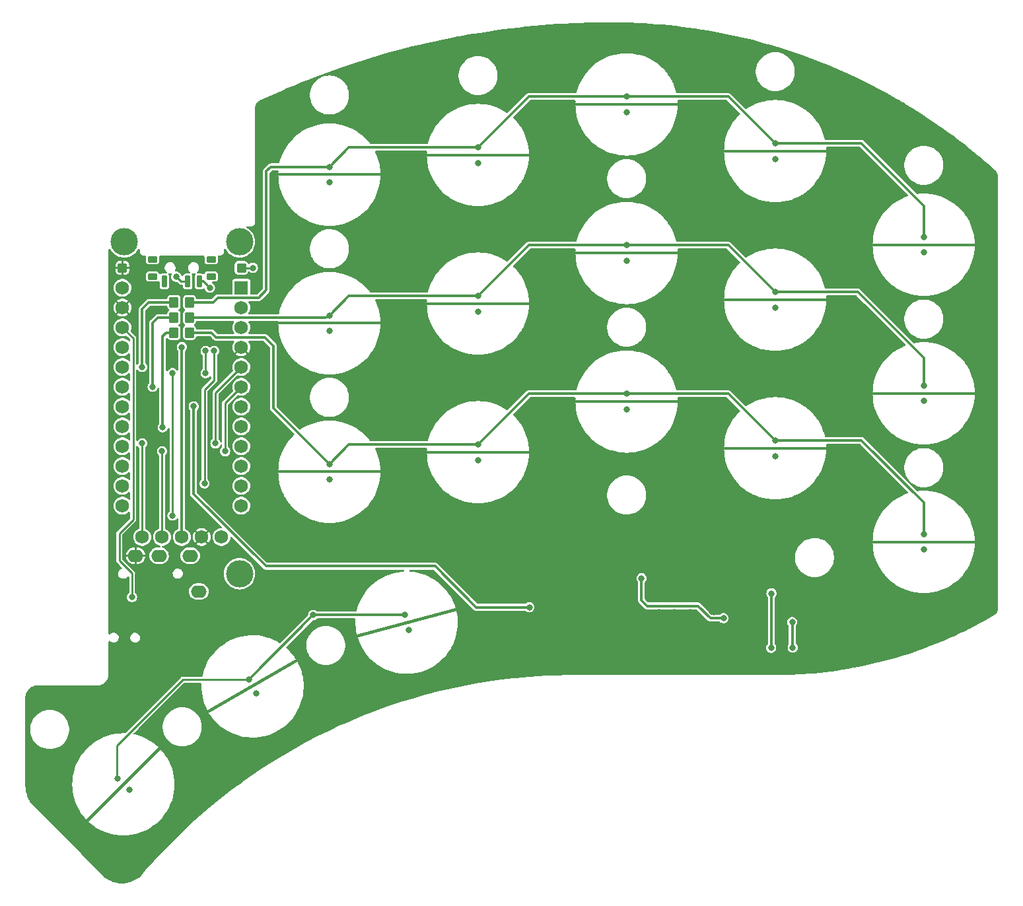
<source format=gbl>
%TF.GenerationSoftware,KiCad,Pcbnew,7.0.5*%
%TF.CreationDate,2023-10-28T19:32:45+05:30*%
%TF.ProjectId,tako_right,74616b6f-5f72-4696-9768-742e6b696361,rev?*%
%TF.SameCoordinates,Original*%
%TF.FileFunction,Copper,L2,Bot*%
%TF.FilePolarity,Positive*%
%FSLAX46Y46*%
G04 Gerber Fmt 4.6, Leading zero omitted, Abs format (unit mm)*
G04 Created by KiCad (PCBNEW 7.0.5) date 2023-10-28 19:32:45*
%MOMM*%
%LPD*%
G01*
G04 APERTURE LIST*
G04 Aperture macros list*
%AMRoundRect*
0 Rectangle with rounded corners*
0 $1 Rounding radius*
0 $2 $3 $4 $5 $6 $7 $8 $9 X,Y pos of 4 corners*
0 Add a 4 corners polygon primitive as box body*
4,1,4,$2,$3,$4,$5,$6,$7,$8,$9,$2,$3,0*
0 Add four circle primitives for the rounded corners*
1,1,$1+$1,$2,$3*
1,1,$1+$1,$4,$5*
1,1,$1+$1,$6,$7*
1,1,$1+$1,$8,$9*
0 Add four rect primitives between the rounded corners*
20,1,$1+$1,$2,$3,$4,$5,0*
20,1,$1+$1,$4,$5,$6,$7,0*
20,1,$1+$1,$6,$7,$8,$9,0*
20,1,$1+$1,$8,$9,$2,$3,0*%
%AMFreePoly0*
4,1,17,0.124698,6.656366,0.180194,6.586777,0.200000,6.500000,0.200000,-6.500000,0.180194,-6.586777,0.124698,-6.656366,0.044504,-6.694986,-0.044504,-6.694986,-0.124698,-6.656366,-0.180194,-6.586777,-0.200000,-6.500000,-0.200000,6.500000,-0.180194,6.586777,-0.124698,6.656366,-0.044504,6.694986,0.044504,6.694986,0.124698,6.656366,0.124698,6.656366,$1*%
G04 Aperture macros list end*
%TA.AperFunction,SMDPad,CuDef*%
%ADD10RoundRect,0.312500X-0.312500X-0.312500X0.312500X-0.312500X0.312500X0.312500X-0.312500X0.312500X0*%
%TD*%
%TA.AperFunction,SMDPad,CuDef*%
%ADD11FreePoly0,90.000000*%
%TD*%
%TA.AperFunction,ComponentPad*%
%ADD12C,3.500000*%
%TD*%
%TA.AperFunction,SMDPad,CuDef*%
%ADD13FreePoly0,135.000000*%
%TD*%
%TA.AperFunction,SMDPad,CuDef*%
%ADD14FreePoly0,105.000000*%
%TD*%
%TA.AperFunction,SMDPad,CuDef*%
%ADD15RoundRect,0.312500X0.312500X0.312500X-0.312500X0.312500X-0.312500X-0.312500X0.312500X-0.312500X0*%
%TD*%
%TA.AperFunction,ComponentPad*%
%ADD16C,1.752600*%
%TD*%
%TA.AperFunction,SMDPad,CuDef*%
%ADD17FreePoly0,120.000000*%
%TD*%
%TA.AperFunction,ComponentPad*%
%ADD18O,2.000000X1.600000*%
%TD*%
%TA.AperFunction,SMDPad,CuDef*%
%ADD19RoundRect,0.250000X0.350000X0.450000X-0.350000X0.450000X-0.350000X-0.450000X0.350000X-0.450000X0*%
%TD*%
%TA.AperFunction,SMDPad,CuDef*%
%ADD20RoundRect,0.120000X-0.480000X-0.280000X0.480000X-0.280000X0.480000X0.280000X-0.480000X0.280000X0*%
%TD*%
%TA.AperFunction,SMDPad,CuDef*%
%ADD21RoundRect,0.105000X-0.245000X-0.645000X0.245000X-0.645000X0.245000X0.645000X-0.245000X0.645000X0*%
%TD*%
%TA.AperFunction,SMDPad,CuDef*%
%ADD22RoundRect,0.250000X-0.350000X-0.450000X0.350000X-0.450000X0.350000X0.450000X-0.350000X0.450000X0*%
%TD*%
%TA.AperFunction,ComponentPad*%
%ADD23R,1.752600X1.752600*%
%TD*%
%TA.AperFunction,ViaPad*%
%ADD24C,0.800000*%
%TD*%
%TA.AperFunction,Conductor*%
%ADD25C,0.250000*%
%TD*%
%TA.AperFunction,Conductor*%
%ADD26C,0.350000*%
%TD*%
G04 APERTURE END LIST*
D10*
%TO.P,BAT_HOLE-101,1,1*%
%TO.N,GND_R*%
X38155480Y-57819423D03*
%TD*%
D11*
%TO.P,SW111,3,SG*%
%TO.N,GND_R*%
X140906339Y-92960495D03*
%TD*%
%TO.P,SW103,3,SG*%
%TO.N,GND_R*%
X102806345Y-36859995D03*
%TD*%
%TO.P,SW105,3,SG*%
%TO.N,GND_R*%
X64706339Y-45859993D03*
%TD*%
%TO.P,SW104,3,SG*%
%TO.N,GND_R*%
X83756340Y-43360003D03*
%TD*%
D12*
%TO.P,H115,*%
%TO.N,*%
X53181889Y-54480531D03*
%TD*%
D13*
%TO.P,SW116,3,SG*%
%TO.N,GND_R*%
X38296377Y-124047384D03*
%TD*%
D12*
%TO.P,H116,*%
%TO.N,*%
X38400564Y-54480077D03*
%TD*%
%TO.P,H117,*%
%TO.N,*%
X53181888Y-97039423D03*
%TD*%
D11*
%TO.P,SW114,3,SG*%
%TO.N,GND_R*%
X83756343Y-81459993D03*
%TD*%
%TO.P,SW107,3,SG*%
%TO.N,GND_R*%
X121856339Y-61910496D03*
%TD*%
%TO.P,SW102,3,SG*%
%TO.N,GND_R*%
X121856343Y-42860499D03*
%TD*%
D14*
%TO.P,SW118,3,SG*%
%TO.N,GND_R*%
X74603297Y-103300695D03*
%TD*%
D15*
%TO.P,BAT_HOLE+101,1,1*%
%TO.N,BAT+_R*%
X53428978Y-57819423D03*
%TD*%
D11*
%TO.P,SW109,3,SG*%
%TO.N,GND_R*%
X83756338Y-62409992D03*
%TD*%
D16*
%TO.P,DISP101,1,MOSI*%
%TO.N,MOSI_R*%
X40711557Y-92332635D03*
%TO.P,DISP101,2,SCK*%
%TO.N,SCK_R*%
X43251557Y-92332635D03*
%TO.P,DISP101,3,VCC*%
%TO.N,+3.3V_R*%
X45791557Y-92332635D03*
%TO.P,DISP101,4,GND*%
%TO.N,GND_R*%
X48331557Y-92332635D03*
%TO.P,DISP101,5,CS*%
%TO.N,CS_R*%
X50871557Y-92332635D03*
%TD*%
D11*
%TO.P,SW112,3,SG*%
%TO.N,GND_R*%
X121856338Y-80960495D03*
%TD*%
D17*
%TO.P,SW117,3,SG*%
%TO.N,GND_R*%
X54856377Y-111480384D03*
%TD*%
D11*
%TO.P,SW108,3,SG*%
%TO.N,GND_R*%
X102806341Y-55909999D03*
%TD*%
%TO.P,SW106,3,SG*%
%TO.N,GND_R*%
X140906336Y-73910494D03*
%TD*%
%TO.P,SW101,3,SG*%
%TO.N,GND_R*%
X140906348Y-54860496D03*
%TD*%
D18*
%TO.P,J101,A*%
%TO.N,unconnected-(J101-PadA)*%
X47962468Y-99330596D03*
%TO.P,J101,B*%
%TO.N,GND_R*%
X39862468Y-94730596D03*
%TO.P,J101,C*%
%TO.N,DATA_R*%
X42862468Y-94730596D03*
%TO.P,J101,D*%
%TO.N,+3.3V_R*%
X46862468Y-94730596D03*
%TD*%
D11*
%TO.P,SW115,3,SG*%
%TO.N,GND_R*%
X64706339Y-83959995D03*
%TD*%
%TO.P,SW113,3,SG*%
%TO.N,GND_R*%
X102806340Y-74959989D03*
%TD*%
%TO.P,SW110,3,SG*%
%TO.N,GND_R*%
X64706340Y-64909997D03*
%TD*%
D19*
%TO.P,R101,1*%
%TO.N,Net-(R101-Pad1)*%
X46773372Y-62242136D03*
%TO.P,R101,2*%
%TO.N,ROW0_R*%
X44773372Y-62242136D03*
%TD*%
D20*
%TO.P,PSW101,*%
%TO.N,*%
X42041307Y-56712135D03*
X42041307Y-58922135D03*
X49541307Y-56712135D03*
X49541307Y-58922135D03*
D21*
%TO.P,PSW101,1,A*%
%TO.N,unconnected-(PSW101-A-Pad1)*%
X43541307Y-59572135D03*
%TO.P,PSW101,2,B*%
%TO.N,BAT+_R*%
X46541307Y-59572135D03*
%TO.P,PSW101,3,C*%
%TO.N,RAW_R*%
X48041307Y-59572135D03*
%TD*%
D22*
%TO.P,R102,1*%
%TO.N,ROW1_R*%
X44773374Y-64192135D03*
%TO.P,R102,2*%
%TO.N,Net-(R102-Pad2)*%
X46773374Y-64192135D03*
%TD*%
D23*
%TO.P,U101,1,TX0/D3*%
%TO.N,DATA_R*%
X53411311Y-60373658D03*
D16*
%TO.P,U101,2,RX1/D2*%
%TO.N,HAND_R*%
X53411311Y-62913658D03*
%TO.P,U101,3,GND*%
%TO.N,GND_R*%
X53411311Y-65453658D03*
%TO.P,U101,4,GND*%
X53411311Y-67993658D03*
%TO.P,U101,5,2/D1/SDA*%
%TO.N,MOSI_R*%
X53411311Y-70533658D03*
%TO.P,U101,6,3/D0/SCL*%
%TO.N,SCK_R*%
X53411311Y-73073658D03*
%TO.P,U101,7,4/D4*%
%TO.N,APLEX_EN_PIN_0_R*%
X53411311Y-75613658D03*
%TO.P,U101,8,5/C6*%
%TO.N,POWER_R*%
X53411311Y-78153658D03*
%TO.P,U101,9,6/D7*%
%TO.N,APLEX_OUT_PIN_0_R*%
X53411311Y-80693658D03*
%TO.P,U101,10,7/E6*%
%TO.N,AMUX_SEL_2_R*%
X53411311Y-83233658D03*
%TO.P,U101,11,8/B4*%
%TO.N,AMUX_SEL_1_R*%
X53411311Y-85773658D03*
%TO.P,U101,12,9/B5*%
%TO.N,AMUX_SEL_0_R*%
X53411311Y-88313658D03*
%TO.P,U101,13,B6/10*%
%TO.N,CS_R*%
X38171311Y-88313658D03*
%TO.P,U101,14,B2/16*%
%TO.N,unconnected-(U101-B2{slash}16-Pad14)*%
X38171311Y-85773658D03*
%TO.P,U101,15,B3/14*%
%TO.N,ROW3_R*%
X38171311Y-83233658D03*
%TO.P,U101,16,B1/15*%
%TO.N,unconnected-(U101-B1{slash}15-Pad16)*%
X38171311Y-80693658D03*
%TO.P,U101,17,F7/A0*%
%TO.N,ROW2_R*%
X38171311Y-78153658D03*
%TO.P,U101,18,F6/A1*%
%TO.N,ADC_R*%
X38171311Y-75613658D03*
%TO.P,U101,19,F5/A2*%
%TO.N,ROW1_R*%
X38171311Y-73073658D03*
%TO.P,U101,20,F4/A3*%
%TO.N,ROW0_R*%
X38171311Y-70533658D03*
%TO.P,U101,21,VCC*%
%TO.N,+3.3V_R*%
X38171311Y-67993658D03*
%TO.P,U101,22,RST*%
%TO.N,RESET_R*%
X38171311Y-65453658D03*
%TO.P,U101,23,GND*%
%TO.N,GND_R*%
X38171311Y-62913658D03*
%TO.P,U101,24,RAW*%
%TO.N,RAW_R*%
X38171311Y-60373658D03*
%TD*%
D22*
%TO.P,R103,1*%
%TO.N,ROW2_R*%
X44773372Y-66142134D03*
%TO.P,R103,2*%
%TO.N,Net-(R103-Pad2)*%
X46773372Y-66142134D03*
%TD*%
D24*
%TO.N,BAT+_R*%
X54889966Y-57816057D03*
X45081801Y-58966055D03*
%TO.N,MOSI_R*%
X50089549Y-80330491D03*
X40711557Y-80330491D03*
%TO.N,SCK_R*%
X43251559Y-81330491D03*
X51339549Y-81330490D03*
%TO.N,DATA_R*%
X48839548Y-71330490D03*
X44589550Y-89580491D03*
X48839552Y-68466056D03*
X44589550Y-71330491D03*
%TO.N,ADC_R*%
X47309548Y-75580490D03*
X90339549Y-101330491D03*
%TO.N,RAW_R*%
X49381803Y-60366058D03*
%TO.N,Net-(R101-Pad1)*%
X140906344Y-53860500D03*
X64706339Y-44859994D03*
X83756336Y-42360002D03*
X102806342Y-35859995D03*
X121856344Y-41860498D03*
%TO.N,ROW0_R*%
X40709548Y-70533662D03*
%TO.N,ROW1_R*%
X42046381Y-73073660D03*
%TO.N,Net-(R102-Pad2)*%
X121856337Y-60910493D03*
X140906337Y-72910491D03*
X102806340Y-54909996D03*
X83756338Y-61409992D03*
X64706340Y-63909993D03*
%TO.N,ROW2_R*%
X43339548Y-78250491D03*
%TO.N,Net-(R103-Pad2)*%
X140906341Y-91960493D03*
X121856340Y-79960494D03*
X64706337Y-82959993D03*
X83756341Y-80459996D03*
X102806341Y-73959991D03*
%TO.N,Net-(R104-Pad2)*%
X54356376Y-110614360D03*
X74344478Y-102334771D03*
X37562468Y-123330596D03*
X62635965Y-102334771D03*
%TO.N,COL3_R*%
X83756338Y-44360001D03*
X83756345Y-82459992D03*
X83756338Y-63409992D03*
%TO.N,COL2_R*%
X102806339Y-75959992D03*
X102806345Y-56909998D03*
X102806349Y-37859994D03*
X121385896Y-99557581D03*
X121335897Y-106532582D03*
X74862115Y-104266622D03*
%TO.N,COL4_R*%
X64706341Y-65909997D03*
X64706340Y-46859995D03*
X64706337Y-84959996D03*
%TO.N,COL0_R*%
X140906340Y-74910489D03*
X39037468Y-124770627D03*
X140906347Y-55860495D03*
X140906338Y-93960490D03*
%TO.N,COL1_R*%
X124110896Y-106507580D03*
X121856340Y-81960498D03*
X121856344Y-43860498D03*
X124035895Y-103232582D03*
X121856341Y-62910497D03*
X55356376Y-112346413D03*
%TO.N,RESET_R*%
X39387468Y-100030596D03*
%TO.N,GND_R*%
X84049547Y-107000492D03*
X110876257Y-74950602D03*
X83759547Y-100330489D03*
X120210896Y-99932581D03*
X93876256Y-74960601D03*
X132626258Y-78960603D03*
X112058372Y-106466057D03*
X130126256Y-78960602D03*
X59589548Y-91830242D03*
X112876256Y-72950602D03*
X72289549Y-91830489D03*
X74876257Y-60450602D03*
X86589550Y-107000492D03*
X112741403Y-93892136D03*
X102423373Y-98842492D03*
X110866258Y-55910601D03*
X112876255Y-74950599D03*
X101829548Y-107000490D03*
X94589547Y-102500491D03*
X136510589Y-82117372D03*
X106938549Y-101942490D03*
X112866255Y-53910601D03*
X136275889Y-63279340D03*
X79909548Y-91830489D03*
X110876256Y-72950603D03*
X97689547Y-91830492D03*
X41959550Y-89530492D03*
X109449550Y-107000489D03*
X72876258Y-60450602D03*
X74876260Y-81450600D03*
X134861675Y-64693553D03*
X134861676Y-61865126D03*
X122685897Y-103932579D03*
X89129550Y-107000490D03*
X100229551Y-91830492D03*
X102769547Y-91830493D03*
X72876255Y-81450600D03*
X87529551Y-91830493D03*
X40926834Y-96389598D03*
X82449549Y-91830492D03*
X110866257Y-53910603D03*
X120410896Y-104032581D03*
X91669549Y-107000491D03*
X90589548Y-95750491D03*
X125101834Y-104039598D03*
X120435896Y-101857580D03*
X132176258Y-61950602D03*
X86759547Y-102330491D03*
X135096375Y-80703158D03*
X94209550Y-107000490D03*
X98638549Y-95542491D03*
X132626259Y-80960602D03*
X107638549Y-97342491D03*
X128960897Y-102257581D03*
X112866257Y-55910601D03*
X93876256Y-53900602D03*
X99338550Y-100042492D03*
X84989550Y-91830491D03*
X91876259Y-72960600D03*
X102638551Y-97242491D03*
X117057339Y-93892134D03*
X86759549Y-100330490D03*
X125710897Y-98407581D03*
X74876260Y-62450600D03*
X104431802Y-104416058D03*
X64669550Y-91830491D03*
X89559550Y-100330491D03*
X62129551Y-91830490D03*
X95149550Y-91830491D03*
X121316133Y-97362635D03*
X104938548Y-101942488D03*
X122710896Y-101807580D03*
X114038551Y-101942490D03*
X121373275Y-93892136D03*
X93876256Y-55900601D03*
X135096374Y-83531586D03*
X106909549Y-107000491D03*
X67209549Y-91830493D03*
X72876255Y-62450602D03*
X90069548Y-91830491D03*
X96749549Y-107000492D03*
X125326834Y-102314598D03*
X108938552Y-101942492D03*
X91876256Y-55900601D03*
X91876257Y-53900601D03*
X125635896Y-106032581D03*
X99289548Y-107000487D03*
X110938550Y-101942490D03*
X92609548Y-91830489D03*
X74829548Y-91830490D03*
X133682161Y-82117372D03*
X83759550Y-102330490D03*
X93876256Y-72960598D03*
X72876260Y-79450602D03*
X130176257Y-61950598D03*
X107849550Y-91830492D03*
X109559551Y-93080493D03*
X91876256Y-74960602D03*
X122585897Y-106082581D03*
X130176255Y-59950602D03*
X77369547Y-91830492D03*
X69749549Y-91830491D03*
X132176259Y-59950598D03*
X104369548Y-107000492D03*
X130126257Y-80960599D03*
X133447464Y-63279339D03*
X51080945Y-65466058D03*
X119685896Y-106132582D03*
X105309548Y-91830492D03*
X74876256Y-79450600D03*
X122485897Y-99957580D03*
%TO.N,+3.3V_R*%
X45791558Y-67982499D03*
%TO.N,POWER_R*%
X115238548Y-102742493D03*
X104723375Y-97624487D03*
%TO.N,HAND_R*%
X49939968Y-68466057D03*
X48689966Y-85466057D03*
%TD*%
D25*
%TO.N,BAT+_R*%
X45687879Y-59572134D02*
X45081801Y-58966055D01*
X54889966Y-57816057D02*
X53432350Y-57816056D01*
X53432350Y-57816056D02*
X53428978Y-57819423D01*
X46541309Y-59572135D02*
X45687879Y-59572134D01*
%TO.N,MOSI_R*%
X53411310Y-70533659D02*
X50089548Y-73855423D01*
X50089548Y-73855423D02*
X50089549Y-80330491D01*
X40711557Y-80330491D02*
X40711560Y-92332636D01*
%TO.N,SCK_R*%
X53411310Y-73073657D02*
X51339546Y-75145422D01*
X51339546Y-75145422D02*
X51339549Y-81330490D01*
X43251559Y-81330491D02*
X43251558Y-92332636D01*
%TO.N,DATA_R*%
X44589550Y-89580491D02*
X44589550Y-71330491D01*
X48839552Y-68466056D02*
X48839548Y-71330490D01*
D26*
%TO.N,ADC_R*%
X78259551Y-96080490D02*
X56559547Y-96080492D01*
X47309550Y-86830490D02*
X56559547Y-96080492D01*
X90339549Y-101330491D02*
X83509549Y-101330489D01*
X47309548Y-75580490D02*
X47309550Y-86830490D01*
X83509549Y-101330489D02*
X78259551Y-96080490D01*
%TO.N,RAW_R*%
X48041309Y-59572135D02*
X48587877Y-59572134D01*
X48587877Y-59572134D02*
X49381803Y-60366058D01*
%TO.N,Net-(R101-Pad1)*%
X56623374Y-60669489D02*
X55650725Y-61642133D01*
X121856344Y-41860498D02*
X115855841Y-35859996D01*
X50391755Y-61642134D02*
X49791757Y-62242133D01*
X57182865Y-44859994D02*
X56623371Y-45419488D01*
X64706340Y-44859992D02*
X57182865Y-44859994D01*
X115855841Y-35859996D02*
X102806342Y-35859995D01*
X83756336Y-42360002D02*
X90256340Y-35859997D01*
X49791757Y-62242133D02*
X46773373Y-62242136D01*
X56623371Y-45419488D02*
X56623374Y-60669489D01*
X132911538Y-41860498D02*
X121856344Y-41860498D01*
X140906344Y-53860500D02*
X140906345Y-49855306D01*
X90256340Y-35859997D02*
X102806342Y-35859995D01*
X55650725Y-61642133D02*
X50391755Y-61642134D01*
X140906345Y-49855306D02*
X132911538Y-41860498D01*
X64706339Y-44859994D02*
X67206331Y-42359999D01*
X64706340Y-44859992D02*
X64706339Y-44859994D01*
X67206331Y-42359999D02*
X83756336Y-42360002D01*
%TO.N,ROW0_R*%
X40709547Y-63083309D02*
X41550725Y-62242135D01*
X41550725Y-62242135D02*
X44773370Y-62242133D01*
X40709548Y-70533662D02*
X40709547Y-63083309D01*
%TO.N,ROW1_R*%
X42727904Y-64192137D02*
X42046382Y-64873660D01*
X44773373Y-64192135D02*
X42727904Y-64192137D01*
X42046382Y-64873660D02*
X42046381Y-73073660D01*
%TO.N,Net-(R102-Pad2)*%
X132431351Y-60910495D02*
X140906338Y-69385477D01*
X121856337Y-60910493D02*
X132431351Y-60910495D01*
X64217091Y-64192136D02*
X46773370Y-64192135D01*
X115855845Y-54909998D02*
X121856337Y-60910493D01*
X90256331Y-54909997D02*
X102806340Y-54909996D01*
X64706340Y-63909993D02*
X64570643Y-64045689D01*
X140906338Y-69385477D02*
X140906337Y-72910491D01*
X64706340Y-63909993D02*
X67206342Y-61409991D01*
X102806340Y-54909996D02*
X115855845Y-54909998D01*
X67206342Y-61409991D02*
X83756338Y-61409992D01*
X83756338Y-61409992D02*
X90256331Y-54909997D01*
X64217091Y-64192117D02*
G75*
G03*
X64570642Y-64045688I9J500017D01*
G01*
%TO.N,ROW2_R*%
X44773368Y-66142136D02*
X43777907Y-66142135D01*
X43777907Y-66142135D02*
X43339550Y-66580490D01*
X43339550Y-66580490D02*
X43339548Y-78250491D01*
%TO.N,Net-(R103-Pad2)*%
X83756341Y-80459996D02*
X67206339Y-80459995D01*
X83756341Y-80459996D02*
X90256345Y-73959991D01*
X49591046Y-66142134D02*
X46773372Y-66142134D01*
X67206339Y-80459995D02*
X64706337Y-82959993D01*
X64706337Y-82959993D02*
X57523376Y-75777036D01*
X115855837Y-73959994D02*
X121856340Y-79960494D01*
X140906340Y-87943091D02*
X132923748Y-79960494D01*
X102806341Y-73959991D02*
X115855837Y-73959994D01*
X57523372Y-67812627D02*
X56427879Y-66717136D01*
X132923748Y-79960494D02*
X121856340Y-79960494D01*
X140906341Y-91960493D02*
X140906340Y-87943091D01*
X56427879Y-66717136D02*
X50166046Y-66717137D01*
X50166046Y-66717137D02*
X49591046Y-66142134D01*
X57523376Y-75777036D02*
X57523372Y-67812627D01*
X90256345Y-73959991D02*
X102806341Y-73959991D01*
D25*
%TO.N,Net-(R104-Pad2)*%
X54356376Y-110614360D02*
X45933393Y-110614360D01*
X45933393Y-110614360D02*
X37490975Y-119056779D01*
D26*
X62635965Y-102334771D02*
X74344478Y-102334771D01*
D25*
X37490975Y-119056779D02*
X37490975Y-123195626D01*
D26*
X54356376Y-110614360D02*
X62635965Y-102334771D01*
%TO.N,COL2_R*%
X121385896Y-106482580D02*
X121335897Y-106532582D01*
X121385896Y-99557581D02*
X121385896Y-106482580D01*
%TO.N,COL1_R*%
X124035896Y-106432581D02*
X124110896Y-106507580D01*
X124035895Y-103232582D02*
X124035896Y-106432581D01*
D25*
%TO.N,RESET_R*%
X39559551Y-66841898D02*
X39559546Y-90080492D01*
X37776834Y-91863204D02*
X37776834Y-95364598D01*
X39412468Y-97000232D02*
X39412468Y-100005596D01*
X38171309Y-65453661D02*
X39559551Y-66841898D01*
X39559546Y-90080492D02*
X37776834Y-91863204D01*
X37776834Y-95364598D02*
X39412468Y-97000232D01*
X39412468Y-100005596D02*
X39387468Y-100030596D01*
D26*
%TO.N,+3.3V_R*%
X45791558Y-67982499D02*
X45791558Y-90330492D01*
X45791558Y-90330492D02*
X45791560Y-92332636D01*
X45791558Y-90330492D02*
X45791557Y-91559424D01*
%TO.N,POWER_R*%
X115238548Y-102742493D02*
X113539020Y-102742491D01*
X113539020Y-102742491D02*
X111962586Y-101166056D01*
X105431803Y-101166060D02*
X104723372Y-100457629D01*
X104723372Y-100457629D02*
X104723375Y-97624487D01*
X111962586Y-101166056D02*
X105431803Y-101166060D01*
D25*
%TO.N,HAND_R*%
X48689966Y-85466057D02*
X48689965Y-73466056D01*
X49939962Y-72216056D02*
X49939968Y-68466057D01*
X48689965Y-73466056D02*
X49939962Y-72216056D01*
%TD*%
%TA.AperFunction,Conductor*%
%TO.N,GND_R*%
G36*
X52435812Y-64641637D02*
G01*
X52482305Y-64695293D01*
X52492409Y-64765567D01*
X52468242Y-64823566D01*
X52444486Y-64855023D01*
X52350949Y-65042871D01*
X52350946Y-65042879D01*
X52293522Y-65244703D01*
X52274160Y-65453658D01*
X52293522Y-65662612D01*
X52350946Y-65864436D01*
X52350949Y-65864444D01*
X52444487Y-66052292D01*
X52469718Y-66085704D01*
X52494808Y-66152120D01*
X52480008Y-66221557D01*
X52430017Y-66271969D01*
X52369168Y-66287636D01*
X50396142Y-66287636D01*
X50328021Y-66267634D01*
X50307046Y-66250731D01*
X50226067Y-66169752D01*
X49914303Y-65857986D01*
X49909591Y-65852713D01*
X49896805Y-65836680D01*
X49886480Y-65823732D01*
X49840589Y-65792444D01*
X49838684Y-65791092D01*
X49794007Y-65758118D01*
X49786836Y-65754328D01*
X49779500Y-65750795D01*
X49726450Y-65734432D01*
X49724212Y-65733695D01*
X49671799Y-65715355D01*
X49663822Y-65713845D01*
X49655783Y-65712634D01*
X49600256Y-65712634D01*
X49597900Y-65712590D01*
X49542412Y-65710513D01*
X49533030Y-65711571D01*
X49532927Y-65710656D01*
X49517914Y-65712634D01*
X47748443Y-65712634D01*
X47680322Y-65692632D01*
X47633829Y-65638976D01*
X47623165Y-65600102D01*
X47621412Y-65583792D01*
X47570714Y-65447867D01*
X47483776Y-65331730D01*
X47411575Y-65277682D01*
X47398647Y-65268004D01*
X47356100Y-65211168D01*
X47351034Y-65140353D01*
X47385059Y-65078040D01*
X47398642Y-65066269D01*
X47483778Y-65002539D01*
X47570716Y-64886402D01*
X47621414Y-64750477D01*
X47623167Y-64734165D01*
X47650336Y-64668575D01*
X47708653Y-64628083D01*
X47748445Y-64621635D01*
X52367691Y-64621635D01*
X52435812Y-64641637D01*
G37*
%TD.AperFunction*%
%TA.AperFunction,Conductor*%
G36*
X100807122Y-26335079D02*
G01*
X102240202Y-26351065D01*
X102240242Y-26351077D01*
X102240242Y-26351065D01*
X102241931Y-26351084D01*
X102447079Y-26353444D01*
X102448207Y-26353470D01*
X103501774Y-26388739D01*
X103501898Y-26388780D01*
X103501898Y-26388743D01*
X103502183Y-26388752D01*
X104109359Y-26409714D01*
X104110445Y-26409763D01*
X105083056Y-26464065D01*
X105083265Y-26464140D01*
X105083267Y-26464077D01*
X105083484Y-26464089D01*
X105769839Y-26503609D01*
X105770883Y-26503679D01*
X106708016Y-26577002D01*
X106708312Y-26577115D01*
X106708320Y-26577026D01*
X107428302Y-26635125D01*
X108341943Y-26727157D01*
X108345839Y-26727550D01*
X108345828Y-26727656D01*
X108346228Y-26727590D01*
X109082744Y-26804114D01*
X109986516Y-26915568D01*
X110733019Y-27010536D01*
X111625877Y-27140925D01*
X112378040Y-27254250D01*
X113262139Y-27403574D01*
X114017160Y-27535161D01*
X114893489Y-27703360D01*
X115649430Y-27853102D01*
X116518727Y-28040150D01*
X117274017Y-28207907D01*
X118136500Y-28413721D01*
X118890102Y-28599394D01*
X119745990Y-28823928D01*
X120496827Y-29027350D01*
X121346110Y-29270524D01*
X122093459Y-29491576D01*
X122936052Y-29753307D01*
X123679061Y-29991797D01*
X124514931Y-30272034D01*
X125252762Y-30527728D01*
X126081862Y-30826429D01*
X126813833Y-31099109D01*
X127635998Y-31416206D01*
X128361489Y-31705648D01*
X129176482Y-32041051D01*
X129894879Y-32347002D01*
X130702501Y-32700640D01*
X130938162Y-32807472D01*
X131413186Y-33022817D01*
X132213316Y-33394660D01*
X132915580Y-33732706D01*
X132915814Y-33732821D01*
X133708090Y-34122736D01*
X134401208Y-34476243D01*
X135017758Y-34796954D01*
X135186093Y-34884517D01*
X135869326Y-35253030D01*
X136007910Y-35329092D01*
X136646538Y-35679605D01*
X137318887Y-36062469D01*
X137869709Y-36380982D01*
X138088681Y-36507603D01*
X138432987Y-36714297D01*
X138578177Y-36801458D01*
X138749341Y-36904211D01*
X139511703Y-37368042D01*
X140025834Y-37693005D01*
X140159512Y-37777498D01*
X140914901Y-38260498D01*
X141548532Y-38681699D01*
X142297612Y-39184554D01*
X142724836Y-39482943D01*
X142914659Y-39615522D01*
X143484158Y-40016539D01*
X143659043Y-40139685D01*
X144256222Y-40577556D01*
X144256215Y-40577564D01*
X144256534Y-40577784D01*
X144656595Y-40873056D01*
X144998542Y-41125436D01*
X145263828Y-41329500D01*
X145571044Y-41565817D01*
X146314924Y-42140919D01*
X146315760Y-42141579D01*
X146662149Y-42420945D01*
X146850949Y-42573214D01*
X146850942Y-42573222D01*
X146851120Y-42573351D01*
X147608399Y-43186283D01*
X147609394Y-43187107D01*
X147802418Y-43350252D01*
X148073220Y-43579134D01*
X148073296Y-43579249D01*
X148073321Y-43579220D01*
X148740646Y-44144442D01*
X148802208Y-44196585D01*
X148877896Y-44260692D01*
X148878941Y-44261598D01*
X149004969Y-44373187D01*
X149026202Y-44391988D01*
X149034184Y-44399055D01*
X149034209Y-44399095D01*
X149034218Y-44399085D01*
X149159978Y-44510516D01*
X150104417Y-45347343D01*
X150108916Y-45351749D01*
X150119446Y-45363151D01*
X150122680Y-45366652D01*
X150123553Y-45367618D01*
X150224033Y-45481044D01*
X150235106Y-45495538D01*
X150267575Y-45545108D01*
X150269618Y-45548449D01*
X150326049Y-45647532D01*
X150328982Y-45653365D01*
X150356757Y-45716560D01*
X150359070Y-45722664D01*
X150393914Y-45831248D01*
X150394995Y-45835016D01*
X150409558Y-45892454D01*
X150412749Y-45910418D01*
X150428290Y-46060219D01*
X150428411Y-46061521D01*
X150430224Y-46083413D01*
X150430439Y-46088614D01*
X150430440Y-60218140D01*
X150430442Y-60218150D01*
X150430442Y-65245959D01*
X150430440Y-81165957D01*
X150430440Y-81165958D01*
X150430439Y-86245958D01*
X150430439Y-86245959D01*
X150430446Y-101482975D01*
X150430220Y-101488307D01*
X150427966Y-101514854D01*
X150413212Y-101659509D01*
X150409812Y-101678412D01*
X150394273Y-101738212D01*
X150393390Y-101741290D01*
X150360588Y-101845458D01*
X150357923Y-101852446D01*
X150327916Y-101918973D01*
X150325516Y-101923744D01*
X150274705Y-102014905D01*
X150271911Y-102019455D01*
X150231108Y-102079973D01*
X150226566Y-102085915D01*
X150155209Y-102168616D01*
X150153056Y-102170987D01*
X150110381Y-102215641D01*
X150096093Y-102228473D01*
X149980878Y-102317063D01*
X149960233Y-102332388D01*
X149954102Y-102336408D01*
X149276888Y-102726145D01*
X148727002Y-103042136D01*
X148725636Y-103042899D01*
X148057644Y-103405000D01*
X147461145Y-103726872D01*
X147459831Y-103727561D01*
X146952219Y-103986219D01*
X146831846Y-104047556D01*
X146790716Y-104068514D01*
X146177904Y-104378321D01*
X146176644Y-104378940D01*
X145501998Y-104701336D01*
X144878108Y-104996066D01*
X144876906Y-104996619D01*
X144196079Y-105300916D01*
X143562080Y-105579934D01*
X142874201Y-105866591D01*
X142231881Y-106128998D01*
X141537730Y-106397730D01*
X140887883Y-106643143D01*
X140187407Y-106894001D01*
X139530959Y-107122041D01*
X138824636Y-107354874D01*
X138162021Y-107565372D01*
X137450127Y-107780097D01*
X136782109Y-107972803D01*
X136064975Y-108169328D01*
X135391877Y-108344140D01*
X134670173Y-108522285D01*
X133992691Y-108679023D01*
X133266386Y-108838793D01*
X132585306Y-108977285D01*
X131854891Y-109118557D01*
X131170913Y-109238686D01*
X130436506Y-109361412D01*
X129750198Y-109463112D01*
X129012251Y-109567185D01*
X128324743Y-109650339D01*
X127583763Y-109735654D01*
X127582446Y-109735791D01*
X126895559Y-109800285D01*
X126150682Y-109866875D01*
X126149282Y-109866984D01*
X125464709Y-109912831D01*
X124714679Y-109960662D01*
X124713197Y-109960739D01*
X124036105Y-109987921D01*
X123276687Y-110016954D01*
X123275123Y-110016994D01*
X122649229Y-110025372D01*
X121855241Y-110035487D01*
X95846698Y-110035149D01*
X95845999Y-110034943D01*
X95798281Y-110035133D01*
X94967230Y-110037793D01*
X94967191Y-110037793D01*
X94967190Y-110037794D01*
X94049093Y-110061638D01*
X94015726Y-110062134D01*
X94014033Y-110062549D01*
X93907138Y-110065325D01*
X93313810Y-110080735D01*
X93313791Y-110080735D01*
X93313755Y-110080737D01*
X92345229Y-110127970D01*
X92339640Y-110128184D01*
X92339373Y-110128256D01*
X91661929Y-110161293D01*
X91661841Y-110161298D01*
X90012158Y-110279439D01*
X90012130Y-110279441D01*
X90012125Y-110279442D01*
X89681046Y-110310741D01*
X88365494Y-110435108D01*
X86722928Y-110628202D01*
X85085098Y-110858646D01*
X83452966Y-111126303D01*
X81827354Y-111431040D01*
X81827325Y-111431046D01*
X80209104Y-111772698D01*
X80209073Y-111772705D01*
X78599007Y-112151110D01*
X76998026Y-112566052D01*
X76997982Y-112566063D01*
X76997974Y-112566066D01*
X75406797Y-113017356D01*
X75406790Y-113017357D01*
X75406794Y-113017357D01*
X73826356Y-113504730D01*
X73826317Y-113504742D01*
X73826304Y-113504747D01*
X72849085Y-113830637D01*
X72257302Y-114027989D01*
X72257254Y-114028005D01*
X70700657Y-114586793D01*
X69157072Y-115180909D01*
X67627442Y-115809992D01*
X66645146Y-116240370D01*
X66112546Y-116473720D01*
X66112537Y-116473723D01*
X66112510Y-116473736D01*
X64613131Y-117171766D01*
X63130061Y-117903725D01*
X63130030Y-117903741D01*
X63129996Y-117903758D01*
X61663905Y-118669319D01*
X61663868Y-118669339D01*
X61663865Y-118669341D01*
X60215648Y-119468034D01*
X58785858Y-120299560D01*
X58785800Y-120299595D01*
X57375524Y-121163317D01*
X57375460Y-121163357D01*
X55985061Y-122059049D01*
X54615408Y-122986157D01*
X54615395Y-122986166D01*
X54615385Y-122986173D01*
X53846109Y-123532830D01*
X53267193Y-123944215D01*
X53267152Y-123944245D01*
X52904472Y-124214601D01*
X51941136Y-124932709D01*
X51114900Y-125578387D01*
X50637909Y-125951141D01*
X49358292Y-126998897D01*
X49358257Y-126998926D01*
X49358246Y-126998936D01*
X49328121Y-127024770D01*
X48102717Y-128075625D01*
X46872101Y-129180541D01*
X46872081Y-129180559D01*
X45666846Y-130313280D01*
X44487740Y-131473108D01*
X43335359Y-132659453D01*
X42873934Y-133156636D01*
X42873753Y-133156743D01*
X42869977Y-133160897D01*
X42210241Y-133871759D01*
X42210236Y-133871766D01*
X41745560Y-134395888D01*
X41744440Y-134396589D01*
X41722361Y-134422054D01*
X41113023Y-135109346D01*
X41113016Y-135109355D01*
X40584622Y-135733399D01*
X40571760Y-135746517D01*
X40472379Y-135834081D01*
X40309097Y-135976926D01*
X40304380Y-135980670D01*
X40165583Y-136080425D01*
X40010342Y-136189520D01*
X40005644Y-136192521D01*
X39852742Y-136280901D01*
X39691403Y-136370388D01*
X39686821Y-136372691D01*
X39524430Y-136446188D01*
X39523001Y-136446814D01*
X39355659Y-136517613D01*
X39351281Y-136519276D01*
X39181288Y-136576729D01*
X39179378Y-136577341D01*
X39006591Y-136629671D01*
X39002497Y-136630762D01*
X38827075Y-136671252D01*
X38824675Y-136671757D01*
X38647864Y-136705379D01*
X38644121Y-136705975D01*
X38465242Y-136728952D01*
X38462360Y-136729255D01*
X38283253Y-136743929D01*
X38279914Y-136744113D01*
X38099537Y-136749286D01*
X38096193Y-136749293D01*
X37916554Y-136744907D01*
X37913658Y-136744770D01*
X37733724Y-136732076D01*
X37729953Y-136731696D01*
X37595688Y-136714065D01*
X37551517Y-136708264D01*
X37549116Y-136707901D01*
X37482828Y-136696556D01*
X37371643Y-136677526D01*
X37367495Y-136676672D01*
X37191984Y-136634326D01*
X37190041Y-136633825D01*
X37017052Y-136586211D01*
X37012595Y-136584804D01*
X36926324Y-136554005D01*
X36841501Y-136523722D01*
X36840038Y-136523179D01*
X36673648Y-136459087D01*
X36668941Y-136457050D01*
X36502787Y-136376979D01*
X36345032Y-136297485D01*
X36340170Y-136294759D01*
X36179003Y-136194783D01*
X36034641Y-136103095D01*
X36029725Y-136099632D01*
X35858696Y-135966514D01*
X35750277Y-135881509D01*
X35744152Y-135876024D01*
X30091326Y-130106422D01*
X26310208Y-126247192D01*
X26289604Y-126219363D01*
X26271289Y-126185796D01*
X26116420Y-125895798D01*
X26114223Y-125891250D01*
X26055525Y-125756126D01*
X26054934Y-125754714D01*
X25965156Y-125531822D01*
X25963813Y-125528160D01*
X25913049Y-125375048D01*
X25912220Y-125372348D01*
X25849785Y-125151332D01*
X25849097Y-125148668D01*
X25812239Y-124991591D01*
X25811470Y-124987779D01*
X25771368Y-124750922D01*
X25771116Y-124749302D01*
X25750442Y-124603466D01*
X25749939Y-124598476D01*
X25730167Y-124269994D01*
X25727415Y-124216241D01*
X25727334Y-124213045D01*
X25727334Y-124047383D01*
X31738122Y-124047383D01*
X31758337Y-124561925D01*
X31758337Y-124561931D01*
X31758338Y-124561938D01*
X31794815Y-124870142D01*
X31818863Y-125073324D01*
X31856649Y-125263281D01*
X31910066Y-125531822D01*
X31919329Y-125578386D01*
X31919330Y-125578391D01*
X32059098Y-126073976D01*
X32059101Y-126073987D01*
X32237336Y-126557112D01*
X32237340Y-126557124D01*
X32452923Y-127024762D01*
X32452931Y-127024777D01*
X32704550Y-127474073D01*
X32849215Y-127690578D01*
X32990637Y-127902230D01*
X32990642Y-127902236D01*
X33309439Y-128306628D01*
X33309447Y-128306637D01*
X33658981Y-128684764D01*
X33658984Y-128684767D01*
X33658988Y-128684771D01*
X34037132Y-129034321D01*
X34441531Y-129353124D01*
X34781022Y-129579965D01*
X34869688Y-129639211D01*
X34869691Y-129639213D01*
X34869696Y-129639216D01*
X35318991Y-129890834D01*
X35598725Y-130019792D01*
X35786636Y-130106420D01*
X35786638Y-130106420D01*
X35786641Y-130106422D01*
X36269761Y-130284654D01*
X36269780Y-130284661D01*
X36742187Y-130417892D01*
X36765383Y-130424434D01*
X37189298Y-130508755D01*
X37270434Y-130524895D01*
X37270436Y-130524895D01*
X37270440Y-130524896D01*
X37781822Y-130585423D01*
X38296376Y-130605639D01*
X38810931Y-130585423D01*
X39322314Y-130524898D01*
X39827371Y-130424434D01*
X40322991Y-130284656D01*
X40806113Y-130106422D01*
X41273763Y-129890834D01*
X41723057Y-129639216D01*
X42151223Y-129353124D01*
X42555622Y-129034321D01*
X42933764Y-128684773D01*
X43283314Y-128306629D01*
X43602117Y-127902230D01*
X43888209Y-127474065D01*
X44139827Y-127024770D01*
X44355415Y-126557120D01*
X44533649Y-126073995D01*
X44533651Y-126073987D01*
X44533654Y-126073980D01*
X44673423Y-125578391D01*
X44673424Y-125578387D01*
X44673427Y-125578378D01*
X44773889Y-125073321D01*
X44834416Y-124561939D01*
X44854632Y-124047385D01*
X44834416Y-123532830D01*
X44773891Y-123021447D01*
X44673427Y-122516390D01*
X44533649Y-122020770D01*
X44355415Y-121537648D01*
X44139827Y-121069998D01*
X43888209Y-120620704D01*
X43888206Y-120620700D01*
X43888203Y-120620694D01*
X43673650Y-120299595D01*
X43602117Y-120192538D01*
X43283314Y-119788139D01*
X42987431Y-119468052D01*
X42933772Y-119410003D01*
X42933766Y-119409997D01*
X42555622Y-119060447D01*
X42151223Y-118741644D01*
X41896896Y-118571708D01*
X41723065Y-118455556D01*
X41723058Y-118455552D01*
X41273777Y-118203942D01*
X41273763Y-118203934D01*
X41273748Y-118203927D01*
X40806117Y-117988347D01*
X40806105Y-117988343D01*
X40322992Y-117810113D01*
X40322973Y-117810106D01*
X39827384Y-117670337D01*
X39827379Y-117670336D01*
X39827375Y-117670335D01*
X39827371Y-117670334D01*
X39752264Y-117655394D01*
X39713875Y-117647758D01*
X39650965Y-117614850D01*
X39615834Y-117553155D01*
X39619634Y-117482260D01*
X39649360Y-117435086D01*
X40256040Y-116828406D01*
X43329490Y-116828406D01*
X43329491Y-116828425D01*
X43348716Y-116980602D01*
X43368924Y-117140566D01*
X43376935Y-117171765D01*
X43447171Y-117445320D01*
X43447172Y-117445323D01*
X43509619Y-117603044D01*
X43562996Y-117737859D01*
X43605502Y-117815176D01*
X43714575Y-118013579D01*
X43899514Y-118268126D01*
X44114899Y-118497486D01*
X44357329Y-118698042D01*
X44622973Y-118866624D01*
X44622978Y-118866627D01*
X44622983Y-118866630D01*
X44907675Y-119000596D01*
X45206911Y-119097824D01*
X45515975Y-119156781D01*
X45751395Y-119171592D01*
X45751397Y-119171593D01*
X45751407Y-119171593D01*
X45908583Y-119171593D01*
X45908583Y-119171592D01*
X46144005Y-119156781D01*
X46453069Y-119097824D01*
X46752305Y-119000596D01*
X47036997Y-118866630D01*
X47302653Y-118698040D01*
X47545084Y-118497483D01*
X47760468Y-118268123D01*
X47945406Y-118013577D01*
X48096984Y-117737859D01*
X48212809Y-117445318D01*
X48291056Y-117140566D01*
X48330490Y-116828411D01*
X48330490Y-116513775D01*
X48291056Y-116201620D01*
X48212809Y-115896868D01*
X48201664Y-115868720D01*
X48178410Y-115809985D01*
X48096984Y-115604327D01*
X47945406Y-115328609D01*
X47760468Y-115074063D01*
X47760467Y-115074062D01*
X47760465Y-115074059D01*
X47597577Y-114900602D01*
X47545084Y-114844703D01*
X47545082Y-114844702D01*
X47545080Y-114844699D01*
X47302650Y-114644143D01*
X47037006Y-114475561D01*
X47036992Y-114475553D01*
X46752311Y-114341593D01*
X46752307Y-114341591D01*
X46752305Y-114341590D01*
X46453069Y-114244362D01*
X46453064Y-114244361D01*
X46144011Y-114185406D01*
X46144008Y-114185405D01*
X46144005Y-114185405D01*
X46144001Y-114185404D01*
X46143988Y-114185403D01*
X45908584Y-114170593D01*
X45908573Y-114170593D01*
X45751407Y-114170593D01*
X45751396Y-114170593D01*
X45515991Y-114185403D01*
X45515976Y-114185404D01*
X45515975Y-114185405D01*
X45515973Y-114185405D01*
X45515968Y-114185406D01*
X45206915Y-114244361D01*
X45206907Y-114244363D01*
X44907672Y-114341591D01*
X44907668Y-114341593D01*
X44622987Y-114475553D01*
X44622973Y-114475561D01*
X44357329Y-114644143D01*
X44114899Y-114844699D01*
X43899514Y-115074059D01*
X43714575Y-115328606D01*
X43562996Y-115604327D01*
X43447172Y-115896862D01*
X43447171Y-115896865D01*
X43368924Y-116201620D01*
X43368922Y-116201633D01*
X43329491Y-116513760D01*
X43329490Y-116513779D01*
X43329490Y-116828406D01*
X40256040Y-116828406D01*
X46053682Y-111030764D01*
X46115994Y-110996739D01*
X46142777Y-110993860D01*
X48186476Y-110993860D01*
X48254597Y-111013862D01*
X48301090Y-111067518D01*
X48312206Y-111128100D01*
X48300368Y-111308714D01*
X48307107Y-111823618D01*
X48354227Y-112336401D01*
X48354227Y-112336408D01*
X48441434Y-112843920D01*
X48568192Y-113343030D01*
X48568195Y-113343038D01*
X48733711Y-113830637D01*
X48733715Y-113830647D01*
X48733717Y-113830652D01*
X48936992Y-114303786D01*
X49097942Y-114609705D01*
X49176765Y-114759523D01*
X49442644Y-115180909D01*
X49451548Y-115195020D01*
X49451556Y-115195031D01*
X49451559Y-115195035D01*
X49759647Y-115607619D01*
X49759650Y-115607622D01*
X50099189Y-115994794D01*
X50099193Y-115994798D01*
X50468040Y-116354111D01*
X50468054Y-116354124D01*
X50736170Y-116577113D01*
X50863964Y-116683398D01*
X50863973Y-116683404D01*
X50863979Y-116683409D01*
X51149540Y-116885223D01*
X51284495Y-116980600D01*
X51727048Y-117243891D01*
X51727055Y-117243895D01*
X51727064Y-117243899D01*
X52188894Y-117471649D01*
X52667186Y-117662469D01*
X53158976Y-117815174D01*
X53661230Y-117928821D01*
X54170853Y-118002714D01*
X54684702Y-118036392D01*
X54684717Y-118036391D01*
X54684725Y-118036392D01*
X55199611Y-118029653D01*
X55263708Y-118023763D01*
X55712401Y-117982533D01*
X56219915Y-117895326D01*
X56719023Y-117768568D01*
X57206645Y-117603044D01*
X57679779Y-117399769D01*
X58135505Y-117160002D01*
X58571013Y-116885213D01*
X58983621Y-116577106D01*
X59370782Y-116237576D01*
X59730111Y-115868713D01*
X60059391Y-115472797D01*
X60356593Y-115052266D01*
X60619884Y-114609713D01*
X60847642Y-114147867D01*
X61038462Y-113669575D01*
X61191167Y-113177785D01*
X61304814Y-112675531D01*
X61378707Y-112165908D01*
X61412385Y-111652059D01*
X61411303Y-111569422D01*
X61405646Y-111137149D01*
X61392479Y-110993860D01*
X61358526Y-110624360D01*
X61337004Y-110499112D01*
X61301445Y-110292170D01*
X61271319Y-110116846D01*
X61200780Y-109839098D01*
X61144561Y-109617737D01*
X61144558Y-109617729D01*
X60979042Y-109130130D01*
X60979040Y-109130127D01*
X60979037Y-109130116D01*
X60775762Y-108656982D01*
X60535995Y-108201256D01*
X60535990Y-108201249D01*
X60535988Y-108201244D01*
X60261216Y-107765764D01*
X60261206Y-107765748D01*
X60203898Y-107689003D01*
X59953106Y-107353148D01*
X59953103Y-107353145D01*
X59915142Y-107309859D01*
X59687410Y-107050179D01*
X59613564Y-106965973D01*
X59613560Y-106965969D01*
X59244713Y-106606656D01*
X59244699Y-106606643D01*
X59201728Y-106570905D01*
X59162144Y-106511968D01*
X59160707Y-106440986D01*
X59184233Y-106400406D01*
X61747490Y-106400406D01*
X61747491Y-106400425D01*
X61784119Y-106690361D01*
X61786924Y-106712566D01*
X61812734Y-106813088D01*
X61865171Y-107017320D01*
X61865172Y-107017323D01*
X61907425Y-107124040D01*
X61980996Y-107309859D01*
X62078923Y-107487986D01*
X62132575Y-107585579D01*
X62317514Y-107840126D01*
X62532899Y-108069486D01*
X62775329Y-108270042D01*
X63040973Y-108438624D01*
X63040978Y-108438627D01*
X63040983Y-108438630D01*
X63325675Y-108572596D01*
X63624911Y-108669824D01*
X63933975Y-108728781D01*
X64169395Y-108743592D01*
X64169397Y-108743593D01*
X64169407Y-108743593D01*
X64326583Y-108743593D01*
X64326583Y-108743592D01*
X64562005Y-108728781D01*
X64871069Y-108669824D01*
X65170305Y-108572596D01*
X65454997Y-108438630D01*
X65720653Y-108270040D01*
X65963084Y-108069483D01*
X66178468Y-107840123D01*
X66363406Y-107585577D01*
X66514984Y-107309859D01*
X66630809Y-107017318D01*
X66709056Y-106712566D01*
X66748490Y-106400411D01*
X66748490Y-106085775D01*
X66709056Y-105773620D01*
X66630809Y-105468868D01*
X66514984Y-105176327D01*
X66363406Y-104900609D01*
X66178468Y-104646063D01*
X66178467Y-104646062D01*
X66178465Y-104646059D01*
X65963080Y-104416699D01*
X65720650Y-104216143D01*
X65455006Y-104047561D01*
X65454992Y-104047553D01*
X65170311Y-103913593D01*
X65170307Y-103913591D01*
X65170305Y-103913590D01*
X64871069Y-103816362D01*
X64871064Y-103816361D01*
X64562011Y-103757406D01*
X64562008Y-103757405D01*
X64562005Y-103757405D01*
X64562001Y-103757404D01*
X64561988Y-103757403D01*
X64326584Y-103742593D01*
X64326573Y-103742593D01*
X64169407Y-103742593D01*
X64169396Y-103742593D01*
X63933991Y-103757403D01*
X63933976Y-103757404D01*
X63933975Y-103757405D01*
X63933973Y-103757405D01*
X63933968Y-103757406D01*
X63624915Y-103816361D01*
X63624907Y-103816363D01*
X63325672Y-103913591D01*
X63325668Y-103913593D01*
X63040987Y-104047553D01*
X63040973Y-104047561D01*
X62775329Y-104216143D01*
X62532899Y-104416699D01*
X62317514Y-104646059D01*
X62132575Y-104900606D01*
X61980996Y-105176327D01*
X61865172Y-105468862D01*
X61865171Y-105468865D01*
X61786924Y-105773620D01*
X61786922Y-105773633D01*
X61747491Y-106085760D01*
X61747490Y-106085779D01*
X61747490Y-106400406D01*
X59184233Y-106400406D01*
X59193200Y-106384938D01*
X62551964Y-103026176D01*
X62614277Y-102992150D01*
X62641060Y-102989271D01*
X62715435Y-102989271D01*
X62715436Y-102989271D01*
X62869758Y-102951234D01*
X63010494Y-102877370D01*
X63037397Y-102853535D01*
X63102389Y-102795959D01*
X63166642Y-102765758D01*
X63185942Y-102764271D01*
X67933672Y-102764271D01*
X68001793Y-102784273D01*
X68048286Y-102837929D01*
X68059143Y-102901800D01*
X68054028Y-102957458D01*
X68047288Y-103472347D01*
X68047289Y-103472383D01*
X68080968Y-103986220D01*
X68154859Y-104495840D01*
X68246449Y-104900606D01*
X68268509Y-104998097D01*
X68328780Y-105192202D01*
X68421213Y-105489888D01*
X68421216Y-105489894D01*
X68612028Y-105968168D01*
X68612035Y-105968184D01*
X68839782Y-106430012D01*
X68839788Y-106430023D01*
X69103077Y-106872571D01*
X69103089Y-106872589D01*
X69400271Y-107293092D01*
X69400292Y-107293120D01*
X69729543Y-107689003D01*
X69729557Y-107689019D01*
X69729562Y-107689025D01*
X70088892Y-108057885D01*
X70476052Y-108397417D01*
X70888659Y-108705524D01*
X70888668Y-108705529D01*
X70888674Y-108705534D01*
X71039823Y-108800902D01*
X71324169Y-108980312D01*
X71324177Y-108980316D01*
X71779877Y-109220071D01*
X71779876Y-109220071D01*
X71779886Y-109220075D01*
X71779895Y-109220080D01*
X72253029Y-109423355D01*
X72253040Y-109423358D01*
X72253043Y-109423360D01*
X72740642Y-109588875D01*
X72740646Y-109588876D01*
X72740652Y-109588878D01*
X73239759Y-109715638D01*
X73239768Y-109715639D01*
X73239770Y-109715640D01*
X73315609Y-109728671D01*
X73747273Y-109802844D01*
X73747289Y-109802845D01*
X73747293Y-109802846D01*
X74260060Y-109849963D01*
X74774949Y-109856703D01*
X74774956Y-109856702D01*
X74774973Y-109856703D01*
X75288821Y-109823024D01*
X75798444Y-109749132D01*
X76300699Y-109635483D01*
X76792488Y-109482779D01*
X77270780Y-109291960D01*
X77732626Y-109064203D01*
X78175178Y-108800912D01*
X78595710Y-108503709D01*
X78991627Y-108174430D01*
X79360487Y-107815100D01*
X79700019Y-107427940D01*
X80008126Y-107015333D01*
X80282914Y-106579823D01*
X80307767Y-106532585D01*
X120676590Y-106532585D01*
X120695746Y-106690361D01*
X120742627Y-106813972D01*
X120752110Y-106838977D01*
X120842399Y-106969783D01*
X120961368Y-107075181D01*
X120961369Y-107075181D01*
X120961371Y-107075183D01*
X120993530Y-107092061D01*
X121102104Y-107149045D01*
X121256426Y-107187082D01*
X121256427Y-107187082D01*
X121415367Y-107187082D01*
X121415368Y-107187082D01*
X121569690Y-107149045D01*
X121710426Y-107075181D01*
X121829395Y-106969783D01*
X121919684Y-106838977D01*
X121976046Y-106690364D01*
X121976046Y-106690363D01*
X121976047Y-106690361D01*
X121995204Y-106532585D01*
X121995204Y-106532578D01*
X121976047Y-106374802D01*
X121956335Y-106322826D01*
X121919684Y-106226187D01*
X121895979Y-106191845D01*
X121837700Y-106107412D01*
X121815464Y-106039987D01*
X121815396Y-106035836D01*
X121815396Y-103232585D01*
X123376588Y-103232585D01*
X123395744Y-103390361D01*
X123426838Y-103472347D01*
X123452108Y-103538977D01*
X123542397Y-103669783D01*
X123563949Y-103688876D01*
X123601673Y-103749017D01*
X123606395Y-103783187D01*
X123606395Y-106047055D01*
X123586393Y-106115176D01*
X123584091Y-106118630D01*
X123527111Y-106201180D01*
X123527110Y-106201181D01*
X123470745Y-106349800D01*
X123451588Y-106507576D01*
X123451588Y-106507583D01*
X123470745Y-106665359D01*
X123492682Y-106723200D01*
X123527109Y-106813975D01*
X123617398Y-106944781D01*
X123736367Y-107050179D01*
X123736368Y-107050179D01*
X123736370Y-107050181D01*
X123784000Y-107075179D01*
X123877103Y-107124043D01*
X124031425Y-107162080D01*
X124031426Y-107162080D01*
X124190366Y-107162080D01*
X124190367Y-107162080D01*
X124344689Y-107124043D01*
X124485425Y-107050179D01*
X124604394Y-106944781D01*
X124694683Y-106813975D01*
X124751045Y-106665362D01*
X124751045Y-106665361D01*
X124751046Y-106665359D01*
X124770203Y-106507583D01*
X124770203Y-106507576D01*
X124751046Y-106349800D01*
X124737434Y-106313911D01*
X124694683Y-106201185D01*
X124604394Y-106070379D01*
X124507840Y-105984839D01*
X124470116Y-105924695D01*
X124465395Y-105890528D01*
X124465395Y-103783187D01*
X124485397Y-103715066D01*
X124507837Y-103688879D01*
X124529393Y-103669783D01*
X124619682Y-103538977D01*
X124676044Y-103390364D01*
X124676044Y-103390363D01*
X124676045Y-103390361D01*
X124695202Y-103232585D01*
X124695202Y-103232578D01*
X124676045Y-103074802D01*
X124657603Y-103026176D01*
X124619682Y-102926187D01*
X124529393Y-102795381D01*
X124410424Y-102689983D01*
X124410423Y-102689982D01*
X124410420Y-102689980D01*
X124269692Y-102616121D01*
X124269690Y-102616120D01*
X124269688Y-102616119D01*
X124269686Y-102616118D01*
X124269685Y-102616118D01*
X124115367Y-102578082D01*
X124115366Y-102578082D01*
X123956424Y-102578082D01*
X123956422Y-102578082D01*
X123802104Y-102616118D01*
X123802097Y-102616121D01*
X123661369Y-102689980D01*
X123661364Y-102689984D01*
X123542396Y-102795382D01*
X123452110Y-102926183D01*
X123452107Y-102926189D01*
X123395744Y-103074802D01*
X123376588Y-103232578D01*
X123376588Y-103232585D01*
X121815396Y-103232585D01*
X121815396Y-100108186D01*
X121835398Y-100040065D01*
X121857838Y-100013878D01*
X121879394Y-99994782D01*
X121969683Y-99863976D01*
X122026045Y-99715363D01*
X122026045Y-99715362D01*
X122026046Y-99715360D01*
X122045203Y-99557584D01*
X122045203Y-99557577D01*
X122026046Y-99399801D01*
X122002435Y-99337546D01*
X121969683Y-99251186D01*
X121879394Y-99120380D01*
X121760425Y-99014982D01*
X121760424Y-99014981D01*
X121760421Y-99014979D01*
X121619693Y-98941120D01*
X121619691Y-98941119D01*
X121619689Y-98941118D01*
X121619687Y-98941117D01*
X121619686Y-98941117D01*
X121465368Y-98903081D01*
X121465367Y-98903081D01*
X121306425Y-98903081D01*
X121306423Y-98903081D01*
X121152105Y-98941117D01*
X121152098Y-98941120D01*
X121011370Y-99014979D01*
X121011365Y-99014983D01*
X120892397Y-99120381D01*
X120802111Y-99251182D01*
X120802108Y-99251188D01*
X120745745Y-99399801D01*
X120726588Y-99557577D01*
X120726588Y-99557584D01*
X120745745Y-99715360D01*
X120794343Y-99843499D01*
X120802109Y-99863976D01*
X120892398Y-99994782D01*
X120913950Y-100013875D01*
X120951674Y-100074016D01*
X120956396Y-100108186D01*
X120956396Y-105937679D01*
X120936394Y-106005800D01*
X120913950Y-106031991D01*
X120842401Y-106095378D01*
X120752112Y-106226183D01*
X120752109Y-106226189D01*
X120695746Y-106374802D01*
X120676590Y-106532578D01*
X120676590Y-106532585D01*
X80307767Y-106532585D01*
X80482124Y-106201185D01*
X80522673Y-106124115D01*
X80522675Y-106124110D01*
X80522682Y-106124097D01*
X80725957Y-105650963D01*
X80891480Y-105163340D01*
X81018240Y-104664233D01*
X81105446Y-104156719D01*
X81127786Y-103913593D01*
X81152565Y-103643931D01*
X81159305Y-103129042D01*
X81159304Y-103129034D01*
X81159305Y-103129019D01*
X81125626Y-102615171D01*
X81051734Y-102105548D01*
X80938085Y-101603293D01*
X80785381Y-101111504D01*
X80594562Y-100633212D01*
X80464681Y-100369839D01*
X80366811Y-100171377D01*
X80366805Y-100171366D01*
X80283057Y-100030599D01*
X80103514Y-99728814D01*
X80007809Y-99593395D01*
X79806322Y-99308297D01*
X79806301Y-99308269D01*
X79477050Y-98912386D01*
X79477036Y-98912370D01*
X79477032Y-98912365D01*
X79117702Y-98543505D01*
X78730542Y-98203973D01*
X78691865Y-98175092D01*
X78539993Y-98061684D01*
X78317935Y-97895866D01*
X78317928Y-97895862D01*
X78317919Y-97895855D01*
X77887828Y-97624487D01*
X77882425Y-97621078D01*
X77882419Y-97621075D01*
X77882416Y-97621073D01*
X77426716Y-97381318D01*
X77426717Y-97381318D01*
X77426701Y-97381311D01*
X77426699Y-97381310D01*
X76953565Y-97178035D01*
X76953560Y-97178033D01*
X76953550Y-97178029D01*
X76465951Y-97012514D01*
X76465947Y-97012513D01*
X75966843Y-96885754D01*
X75966823Y-96885749D01*
X75459328Y-96798547D01*
X75459300Y-96798543D01*
X75055737Y-96761461D01*
X74989732Y-96735310D01*
X74948344Y-96677625D01*
X74944713Y-96606722D01*
X74979991Y-96545110D01*
X75042979Y-96512353D01*
X75067264Y-96509990D01*
X78029455Y-96509990D01*
X78097576Y-96529992D01*
X78118550Y-96546895D01*
X80643852Y-99072196D01*
X83186295Y-101614640D01*
X83190998Y-101619903D01*
X83214112Y-101648888D01*
X83214114Y-101648890D01*
X83259995Y-101680171D01*
X83261917Y-101681535D01*
X83292182Y-101703871D01*
X83306590Y-101714505D01*
X83306592Y-101714505D01*
X83313777Y-101718303D01*
X83321088Y-101721824D01*
X83321091Y-101721826D01*
X83374190Y-101738205D01*
X83376372Y-101738923D01*
X83428798Y-101757268D01*
X83428802Y-101757268D01*
X83436800Y-101758781D01*
X83444811Y-101759989D01*
X83444812Y-101759989D01*
X83500356Y-101759989D01*
X83502711Y-101760033D01*
X83558181Y-101762108D01*
X83567560Y-101761051D01*
X83567663Y-101761967D01*
X83582674Y-101759989D01*
X89789574Y-101759989D01*
X89857692Y-101779991D01*
X89873120Y-101791673D01*
X89965020Y-101873090D01*
X89965021Y-101873090D01*
X89965023Y-101873092D01*
X90012385Y-101897949D01*
X90105756Y-101946954D01*
X90260078Y-101984991D01*
X90260079Y-101984991D01*
X90419019Y-101984991D01*
X90419020Y-101984991D01*
X90573342Y-101946954D01*
X90714078Y-101873090D01*
X90833047Y-101767692D01*
X90923336Y-101636886D01*
X90979698Y-101488273D01*
X90979698Y-101488272D01*
X90979699Y-101488270D01*
X90998856Y-101330494D01*
X90998856Y-101330487D01*
X90979699Y-101172711D01*
X90956486Y-101111504D01*
X90923336Y-101024096D01*
X90833047Y-100893290D01*
X90714078Y-100787892D01*
X90714077Y-100787891D01*
X90714074Y-100787889D01*
X90573346Y-100714030D01*
X90573344Y-100714029D01*
X90573342Y-100714028D01*
X90573340Y-100714027D01*
X90573339Y-100714027D01*
X90419021Y-100675991D01*
X90419020Y-100675991D01*
X90260078Y-100675991D01*
X90260076Y-100675991D01*
X90105758Y-100714027D01*
X90105751Y-100714030D01*
X89965023Y-100787889D01*
X89965019Y-100787893D01*
X89873127Y-100869302D01*
X89808874Y-100899502D01*
X89789574Y-100900989D01*
X83739643Y-100900989D01*
X83671522Y-100880987D01*
X83650548Y-100864084D01*
X82501824Y-99715360D01*
X80410955Y-97624490D01*
X104064068Y-97624490D01*
X104083224Y-97782266D01*
X104139587Y-97930879D01*
X104139590Y-97930885D01*
X104229877Y-98061688D01*
X104251427Y-98080780D01*
X104289152Y-98140924D01*
X104293873Y-98175092D01*
X104293872Y-100429964D01*
X104293476Y-100437024D01*
X104289324Y-100473871D01*
X104289324Y-100473873D01*
X104299646Y-100528427D01*
X104300041Y-100530749D01*
X104308316Y-100585649D01*
X104310716Y-100593433D01*
X104313396Y-100601090D01*
X104339335Y-100650170D01*
X104340397Y-100652272D01*
X104364494Y-100702308D01*
X104369043Y-100708980D01*
X104373892Y-100715552D01*
X104373894Y-100715555D01*
X104373896Y-100715557D01*
X104373899Y-100715561D01*
X104392775Y-100734436D01*
X104413172Y-100754833D01*
X104414781Y-100756504D01*
X104452559Y-100797218D01*
X104452562Y-100797220D01*
X104459944Y-100803107D01*
X104459369Y-100803827D01*
X104471382Y-100813043D01*
X105108545Y-101450207D01*
X105113256Y-101455479D01*
X105136366Y-101484459D01*
X105136368Y-101484461D01*
X105136369Y-101484462D01*
X105141959Y-101488273D01*
X105182249Y-101515742D01*
X105184171Y-101517106D01*
X105214436Y-101539442D01*
X105228844Y-101550076D01*
X105228846Y-101550076D01*
X105236031Y-101553874D01*
X105243342Y-101557395D01*
X105243345Y-101557397D01*
X105296444Y-101573776D01*
X105298626Y-101574494D01*
X105351052Y-101592839D01*
X105351056Y-101592839D01*
X105359036Y-101594349D01*
X105367056Y-101595557D01*
X105367066Y-101595560D01*
X105422590Y-101595559D01*
X105424946Y-101595603D01*
X105429171Y-101595761D01*
X105480435Y-101597680D01*
X105480439Y-101597678D01*
X105489824Y-101596622D01*
X105489927Y-101597543D01*
X105504935Y-101595558D01*
X111732490Y-101595556D01*
X111800611Y-101615558D01*
X111821585Y-101632461D01*
X112502115Y-102312991D01*
X113215766Y-103026642D01*
X113220469Y-103031905D01*
X113243583Y-103060890D01*
X113243585Y-103060892D01*
X113289466Y-103092173D01*
X113291388Y-103093537D01*
X113321653Y-103115873D01*
X113336061Y-103126507D01*
X113336063Y-103126507D01*
X113343261Y-103130312D01*
X113350559Y-103133827D01*
X113403617Y-103150193D01*
X113405856Y-103150930D01*
X113458265Y-103169269D01*
X113458267Y-103169269D01*
X113458269Y-103169270D01*
X113458270Y-103169270D01*
X113466270Y-103170783D01*
X113474281Y-103171991D01*
X113474282Y-103171991D01*
X113529828Y-103171991D01*
X113532183Y-103172035D01*
X113587652Y-103174110D01*
X113597032Y-103173053D01*
X113597135Y-103173969D01*
X113612145Y-103171991D01*
X114688573Y-103171991D01*
X114756691Y-103191993D01*
X114772119Y-103203675D01*
X114864019Y-103285092D01*
X114864020Y-103285092D01*
X114864022Y-103285094D01*
X114938748Y-103324313D01*
X115004755Y-103358956D01*
X115159077Y-103396993D01*
X115159078Y-103396993D01*
X115318018Y-103396993D01*
X115318019Y-103396993D01*
X115472341Y-103358956D01*
X115613077Y-103285092D01*
X115732046Y-103179694D01*
X115822335Y-103048888D01*
X115878697Y-102900275D01*
X115878697Y-102900274D01*
X115878698Y-102900272D01*
X115897855Y-102742496D01*
X115897855Y-102742489D01*
X115878698Y-102584713D01*
X115865086Y-102548823D01*
X115822335Y-102436098D01*
X115732046Y-102305292D01*
X115613077Y-102199894D01*
X115613076Y-102199893D01*
X115613073Y-102199891D01*
X115472345Y-102126032D01*
X115472343Y-102126031D01*
X115472341Y-102126030D01*
X115472339Y-102126029D01*
X115472338Y-102126029D01*
X115318020Y-102087993D01*
X115318019Y-102087993D01*
X115159077Y-102087993D01*
X115159075Y-102087993D01*
X115004757Y-102126029D01*
X115004750Y-102126032D01*
X114864022Y-102199891D01*
X114864018Y-102199895D01*
X114772126Y-102281304D01*
X114707873Y-102311504D01*
X114688573Y-102312991D01*
X113769115Y-102312991D01*
X113700994Y-102292989D01*
X113680019Y-102276086D01*
X113350887Y-101946954D01*
X112285842Y-100881907D01*
X112281130Y-100876634D01*
X112258020Y-100847654D01*
X112212126Y-100816364D01*
X112210221Y-100815012D01*
X112165550Y-100782042D01*
X112158368Y-100778246D01*
X112151046Y-100774720D01*
X112151044Y-100774719D01*
X112151041Y-100774718D01*
X112151039Y-100774717D01*
X112097972Y-100758347D01*
X112095736Y-100757612D01*
X112092569Y-100756504D01*
X112043337Y-100739277D01*
X112043336Y-100739276D01*
X112043334Y-100739276D01*
X112035358Y-100737766D01*
X112027323Y-100736556D01*
X111971780Y-100736556D01*
X111969425Y-100736512D01*
X111913953Y-100734436D01*
X111904571Y-100735494D01*
X111904468Y-100734580D01*
X111889457Y-100736556D01*
X105661896Y-100736558D01*
X105593775Y-100716556D01*
X105572801Y-100699653D01*
X105189777Y-100316629D01*
X105155751Y-100254317D01*
X105152872Y-100227534D01*
X105152872Y-99863973D01*
X105152873Y-98175089D01*
X105172875Y-98106972D01*
X105195313Y-98080788D01*
X105216873Y-98061688D01*
X105307162Y-97930882D01*
X105363524Y-97782269D01*
X105363524Y-97782268D01*
X105363525Y-97782266D01*
X105382682Y-97624490D01*
X105382682Y-97624483D01*
X105363525Y-97466707D01*
X105333382Y-97387228D01*
X105307162Y-97318092D01*
X105216873Y-97187286D01*
X105097904Y-97081888D01*
X105097903Y-97081887D01*
X105097900Y-97081885D01*
X104957172Y-97008026D01*
X104957170Y-97008025D01*
X104957168Y-97008024D01*
X104957166Y-97008023D01*
X104957165Y-97008023D01*
X104802847Y-96969987D01*
X104802846Y-96969987D01*
X104643904Y-96969987D01*
X104643902Y-96969987D01*
X104489584Y-97008023D01*
X104489577Y-97008026D01*
X104348849Y-97081885D01*
X104348844Y-97081889D01*
X104229876Y-97187287D01*
X104139590Y-97318088D01*
X104139587Y-97318094D01*
X104083224Y-97466707D01*
X104064068Y-97624483D01*
X104064068Y-97624490D01*
X80410955Y-97624490D01*
X78582802Y-95796336D01*
X78578099Y-95791073D01*
X78562345Y-95771318D01*
X78554985Y-95762088D01*
X78509091Y-95730798D01*
X78507186Y-95729446D01*
X78462515Y-95696476D01*
X78455333Y-95692680D01*
X78448011Y-95689154D01*
X78448009Y-95689153D01*
X78448006Y-95689152D01*
X78448004Y-95689151D01*
X78394937Y-95672781D01*
X78392701Y-95672046D01*
X78340299Y-95653710D01*
X78332323Y-95652200D01*
X78324288Y-95650990D01*
X78268744Y-95650990D01*
X78266389Y-95650946D01*
X78210918Y-95648870D01*
X78201536Y-95649928D01*
X78201433Y-95649014D01*
X78186422Y-95650990D01*
X56789642Y-95650990D01*
X56721521Y-95630988D01*
X56700547Y-95614085D01*
X56204274Y-95117812D01*
X124405838Y-95117812D01*
X124405839Y-95117831D01*
X124443764Y-95418038D01*
X124445272Y-95429972D01*
X124458528Y-95481601D01*
X124523519Y-95734726D01*
X124523520Y-95734729D01*
X124603951Y-95937873D01*
X124639344Y-96027265D01*
X124736834Y-96204597D01*
X124790923Y-96302985D01*
X124975862Y-96557532D01*
X125127024Y-96718502D01*
X125176303Y-96770979D01*
X125191247Y-96786892D01*
X125433677Y-96987448D01*
X125699321Y-97156030D01*
X125699326Y-97156033D01*
X125699331Y-97156036D01*
X125984023Y-97290002D01*
X126283259Y-97387230D01*
X126592323Y-97446187D01*
X126827743Y-97460998D01*
X126827745Y-97460999D01*
X126827755Y-97460999D01*
X126984931Y-97460999D01*
X126984931Y-97460998D01*
X127220353Y-97446187D01*
X127529417Y-97387230D01*
X127828653Y-97290002D01*
X128113345Y-97156036D01*
X128379001Y-96987446D01*
X128621432Y-96786889D01*
X128836816Y-96557529D01*
X129021754Y-96302983D01*
X129173332Y-96027265D01*
X129289157Y-95734724D01*
X129367404Y-95429972D01*
X129406838Y-95117817D01*
X129406838Y-94803181D01*
X129367404Y-94491026D01*
X129289157Y-94186274D01*
X129173332Y-93893733D01*
X129021754Y-93618015D01*
X129012945Y-93605891D01*
X128836813Y-93363465D01*
X128621428Y-93134105D01*
X128378998Y-92933549D01*
X128113354Y-92764967D01*
X128113340Y-92764959D01*
X127828659Y-92630999D01*
X127828655Y-92630997D01*
X127828653Y-92630996D01*
X127529417Y-92533768D01*
X127423976Y-92513654D01*
X127220359Y-92474812D01*
X127220356Y-92474811D01*
X127220353Y-92474811D01*
X127220349Y-92474810D01*
X127220336Y-92474809D01*
X126984932Y-92459999D01*
X126984921Y-92459999D01*
X126827755Y-92459999D01*
X126827744Y-92459999D01*
X126592339Y-92474809D01*
X126592324Y-92474810D01*
X126592323Y-92474811D01*
X126592321Y-92474811D01*
X126592316Y-92474812D01*
X126283263Y-92533767D01*
X126283255Y-92533769D01*
X125984020Y-92630997D01*
X125984016Y-92630999D01*
X125699335Y-92764959D01*
X125699321Y-92764967D01*
X125433677Y-92933549D01*
X125191247Y-93134105D01*
X124975862Y-93363465D01*
X124790923Y-93618012D01*
X124639344Y-93893733D01*
X124523520Y-94186268D01*
X124523519Y-94186271D01*
X124445272Y-94491026D01*
X124445270Y-94491039D01*
X124405839Y-94803166D01*
X124405838Y-94803185D01*
X124405838Y-95117812D01*
X56204274Y-95117812D01*
X49400120Y-88313657D01*
X52275667Y-88313657D01*
X52295003Y-88522333D01*
X52352353Y-88723895D01*
X52352354Y-88723897D01*
X52352355Y-88723900D01*
X52445767Y-88911498D01*
X52445768Y-88911499D01*
X52445769Y-88911501D01*
X52572059Y-89078735D01*
X52572060Y-89078736D01*
X52726933Y-89219921D01*
X52905111Y-89330245D01*
X52905115Y-89330246D01*
X52905116Y-89330247D01*
X53100522Y-89405948D01*
X53100527Y-89405950D01*
X53306527Y-89444458D01*
X53306529Y-89444458D01*
X53516093Y-89444458D01*
X53516095Y-89444458D01*
X53722095Y-89405950D01*
X53917511Y-89330245D01*
X54095689Y-89219921D01*
X54250562Y-89078736D01*
X54376855Y-88911498D01*
X54470267Y-88723900D01*
X54527619Y-88522332D01*
X54546955Y-88313658D01*
X54527619Y-88104984D01*
X54470267Y-87903416D01*
X54376855Y-87715818D01*
X54250562Y-87548580D01*
X54095689Y-87407395D01*
X53917511Y-87297071D01*
X53917509Y-87297070D01*
X53917505Y-87297068D01*
X53722099Y-87221367D01*
X53722100Y-87221367D01*
X53722095Y-87221366D01*
X53516095Y-87182858D01*
X53306527Y-87182858D01*
X53151078Y-87211916D01*
X53100521Y-87221367D01*
X52905116Y-87297068D01*
X52905107Y-87297073D01*
X52726932Y-87407395D01*
X52572059Y-87548580D01*
X52445769Y-87715814D01*
X52352353Y-87903420D01*
X52295003Y-88104982D01*
X52275667Y-88313657D01*
X49400120Y-88313657D01*
X49305701Y-88219238D01*
X47775951Y-86689487D01*
X47741927Y-86627178D01*
X47739048Y-86600404D01*
X47739048Y-85466060D01*
X48030659Y-85466060D01*
X48049815Y-85623836D01*
X48098413Y-85751975D01*
X48106179Y-85772452D01*
X48196468Y-85903258D01*
X48315437Y-86008656D01*
X48315438Y-86008656D01*
X48315440Y-86008658D01*
X48390166Y-86047877D01*
X48456173Y-86082520D01*
X48610495Y-86120557D01*
X48610496Y-86120557D01*
X48769436Y-86120557D01*
X48769437Y-86120557D01*
X48923759Y-86082520D01*
X49064495Y-86008656D01*
X49183464Y-85903258D01*
X49272921Y-85773657D01*
X52275667Y-85773657D01*
X52295003Y-85982333D01*
X52352353Y-86183895D01*
X52352354Y-86183897D01*
X52352355Y-86183900D01*
X52445767Y-86371498D01*
X52445768Y-86371499D01*
X52445769Y-86371501D01*
X52565704Y-86530320D01*
X52572060Y-86538736D01*
X52726933Y-86679921D01*
X52905111Y-86790245D01*
X52905115Y-86790246D01*
X52905116Y-86790247D01*
X53100522Y-86865948D01*
X53100527Y-86865950D01*
X53306527Y-86904458D01*
X53306529Y-86904458D01*
X53516093Y-86904458D01*
X53516095Y-86904458D01*
X53722095Y-86865950D01*
X53917511Y-86790245D01*
X54095689Y-86679921D01*
X54250562Y-86538736D01*
X54376855Y-86371498D01*
X54470267Y-86183900D01*
X54527619Y-85982332D01*
X54546955Y-85773658D01*
X54527619Y-85564984D01*
X54470267Y-85363416D01*
X54376855Y-85175818D01*
X54364654Y-85159662D01*
X54250562Y-85008580D01*
X54095689Y-84867395D01*
X54095688Y-84867394D01*
X53917511Y-84757071D01*
X53917509Y-84757070D01*
X53917505Y-84757068D01*
X53722099Y-84681367D01*
X53722100Y-84681367D01*
X53722095Y-84681366D01*
X53516095Y-84642858D01*
X53306527Y-84642858D01*
X53151078Y-84671916D01*
X53100521Y-84681367D01*
X52905116Y-84757068D01*
X52905107Y-84757073D01*
X52726932Y-84867395D01*
X52572059Y-85008580D01*
X52445769Y-85175814D01*
X52352353Y-85363420D01*
X52295003Y-85564982D01*
X52275667Y-85773657D01*
X49272921Y-85773657D01*
X49273753Y-85772452D01*
X49330115Y-85623839D01*
X49330115Y-85623838D01*
X49330116Y-85623836D01*
X49349273Y-85466060D01*
X49349273Y-85466053D01*
X49330116Y-85308277D01*
X49296542Y-85219751D01*
X49273753Y-85159662D01*
X49183464Y-85028856D01*
X49111911Y-84965465D01*
X49074186Y-84905321D01*
X49069465Y-84871153D01*
X49069465Y-83233657D01*
X52275667Y-83233657D01*
X52295003Y-83442333D01*
X52352353Y-83643895D01*
X52352354Y-83643897D01*
X52352355Y-83643900D01*
X52445767Y-83831498D01*
X52445768Y-83831499D01*
X52445769Y-83831501D01*
X52526098Y-83937873D01*
X52572060Y-83998736D01*
X52726933Y-84139921D01*
X52905111Y-84250245D01*
X52905115Y-84250246D01*
X52905116Y-84250247D01*
X53100522Y-84325948D01*
X53100527Y-84325950D01*
X53306527Y-84364458D01*
X53306529Y-84364458D01*
X53516093Y-84364458D01*
X53516095Y-84364458D01*
X53722095Y-84325950D01*
X53917511Y-84250245D01*
X54095689Y-84139921D01*
X54250562Y-83998736D01*
X54376855Y-83831498D01*
X54470267Y-83643900D01*
X54527619Y-83442332D01*
X54546955Y-83233658D01*
X54527619Y-83024984D01*
X54470267Y-82823416D01*
X54376855Y-82635818D01*
X54250562Y-82468580D01*
X54095689Y-82327395D01*
X53917511Y-82217071D01*
X53917509Y-82217070D01*
X53917505Y-82217068D01*
X53722099Y-82141367D01*
X53722100Y-82141367D01*
X53722095Y-82141366D01*
X53516095Y-82102858D01*
X53306527Y-82102858D01*
X53151078Y-82131916D01*
X53100521Y-82141367D01*
X52905116Y-82217068D01*
X52905107Y-82217073D01*
X52726932Y-82327395D01*
X52572059Y-82468580D01*
X52445769Y-82635814D01*
X52352353Y-82823420D01*
X52295003Y-83024982D01*
X52275667Y-83233657D01*
X49069465Y-83233657D01*
X49069465Y-80330494D01*
X49430242Y-80330494D01*
X49449398Y-80488270D01*
X49479807Y-80568450D01*
X49505762Y-80636886D01*
X49596051Y-80767692D01*
X49715020Y-80873090D01*
X49715021Y-80873090D01*
X49715023Y-80873092D01*
X49756244Y-80894726D01*
X49855756Y-80946954D01*
X50010078Y-80984991D01*
X50010079Y-80984991D01*
X50169019Y-80984991D01*
X50169020Y-80984991D01*
X50323342Y-80946954D01*
X50464078Y-80873090D01*
X50583047Y-80767692D01*
X50673336Y-80636886D01*
X50716236Y-80523768D01*
X50759093Y-80467169D01*
X50825749Y-80442724D01*
X50895039Y-80458196D01*
X50944964Y-80508673D01*
X50960047Y-80568450D01*
X50960047Y-80735587D01*
X50940045Y-80803708D01*
X50917602Y-80829898D01*
X50846053Y-80893286D01*
X50755764Y-81024091D01*
X50755761Y-81024097D01*
X50699398Y-81172710D01*
X50680242Y-81330486D01*
X50680242Y-81330493D01*
X50699398Y-81488269D01*
X50745224Y-81609099D01*
X50755762Y-81636885D01*
X50846051Y-81767691D01*
X50965020Y-81873089D01*
X50965021Y-81873089D01*
X50965023Y-81873091D01*
X50999575Y-81891225D01*
X51105756Y-81946953D01*
X51260078Y-81984990D01*
X51260079Y-81984990D01*
X51419019Y-81984990D01*
X51419020Y-81984990D01*
X51573342Y-81946953D01*
X51714078Y-81873089D01*
X51833047Y-81767691D01*
X51923336Y-81636885D01*
X51979698Y-81488272D01*
X51979698Y-81488271D01*
X51979699Y-81488269D01*
X51998856Y-81330493D01*
X51998856Y-81330486D01*
X51979699Y-81172710D01*
X51966087Y-81136820D01*
X51923336Y-81024095D01*
X51833047Y-80893289D01*
X51828764Y-80889495D01*
X51792392Y-80857272D01*
X51761492Y-80829897D01*
X51723768Y-80769755D01*
X51719047Y-80735593D01*
X51719047Y-80693658D01*
X52275667Y-80693658D01*
X52295003Y-80902333D01*
X52352353Y-81103895D01*
X52352354Y-81103897D01*
X52352355Y-81103900D01*
X52445767Y-81291498D01*
X52445768Y-81291499D01*
X52445769Y-81291501D01*
X52572059Y-81458735D01*
X52572060Y-81458736D01*
X52726933Y-81599921D01*
X52905111Y-81710245D01*
X52905115Y-81710246D01*
X52905116Y-81710247D01*
X53100522Y-81785948D01*
X53100527Y-81785950D01*
X53306527Y-81824458D01*
X53306529Y-81824458D01*
X53516093Y-81824458D01*
X53516095Y-81824458D01*
X53722095Y-81785950D01*
X53917511Y-81710245D01*
X54095689Y-81599921D01*
X54250562Y-81458736D01*
X54376855Y-81291498D01*
X54470267Y-81103900D01*
X54527619Y-80902332D01*
X54546955Y-80693658D01*
X54527619Y-80484984D01*
X54470267Y-80283416D01*
X54376855Y-80095818D01*
X54250562Y-79928580D01*
X54095689Y-79787395D01*
X53917511Y-79677071D01*
X53917509Y-79677070D01*
X53917505Y-79677068D01*
X53722099Y-79601367D01*
X53722100Y-79601367D01*
X53700750Y-79597376D01*
X53516095Y-79562858D01*
X53306527Y-79562858D01*
X53151078Y-79591916D01*
X53100521Y-79601367D01*
X52905116Y-79677068D01*
X52905107Y-79677073D01*
X52726932Y-79787395D01*
X52572059Y-79928580D01*
X52445769Y-80095814D01*
X52352353Y-80283420D01*
X52295003Y-80484982D01*
X52275667Y-80693658D01*
X51719047Y-80693658D01*
X51719046Y-78153658D01*
X52275667Y-78153658D01*
X52295003Y-78362333D01*
X52352353Y-78563895D01*
X52352354Y-78563897D01*
X52352355Y-78563900D01*
X52445767Y-78751498D01*
X52445768Y-78751499D01*
X52445769Y-78751501D01*
X52532956Y-78866954D01*
X52572060Y-78918736D01*
X52726933Y-79059921D01*
X52905111Y-79170245D01*
X52905115Y-79170246D01*
X52905116Y-79170247D01*
X53100522Y-79245948D01*
X53100527Y-79245950D01*
X53306527Y-79284458D01*
X53306529Y-79284458D01*
X53516093Y-79284458D01*
X53516095Y-79284458D01*
X53722095Y-79245950D01*
X53917511Y-79170245D01*
X54095689Y-79059921D01*
X54250562Y-78918736D01*
X54376855Y-78751498D01*
X54470267Y-78563900D01*
X54527619Y-78362332D01*
X54546955Y-78153658D01*
X54527619Y-77944984D01*
X54470267Y-77743416D01*
X54376855Y-77555818D01*
X54250562Y-77388580D01*
X54095689Y-77247395D01*
X53917511Y-77137071D01*
X53917509Y-77137070D01*
X53917505Y-77137068D01*
X53722099Y-77061367D01*
X53722100Y-77061367D01*
X53722095Y-77061366D01*
X53516095Y-77022858D01*
X53306527Y-77022858D01*
X53151078Y-77051916D01*
X53100521Y-77061367D01*
X52905116Y-77137068D01*
X52905107Y-77137073D01*
X52726932Y-77247395D01*
X52572059Y-77388580D01*
X52445769Y-77555814D01*
X52352353Y-77743420D01*
X52295003Y-77944982D01*
X52275667Y-78153658D01*
X51719046Y-78153658D01*
X51719046Y-75613658D01*
X52275667Y-75613658D01*
X52295003Y-75822333D01*
X52352353Y-76023895D01*
X52352354Y-76023897D01*
X52352355Y-76023900D01*
X52445767Y-76211498D01*
X52445768Y-76211499D01*
X52445769Y-76211501D01*
X52530051Y-76323108D01*
X52572060Y-76378736D01*
X52726933Y-76519921D01*
X52905111Y-76630245D01*
X53088392Y-76701249D01*
X53100522Y-76705948D01*
X53100527Y-76705950D01*
X53306527Y-76744458D01*
X53306529Y-76744458D01*
X53516093Y-76744458D01*
X53516095Y-76744458D01*
X53722095Y-76705950D01*
X53917511Y-76630245D01*
X54095689Y-76519921D01*
X54250562Y-76378736D01*
X54376855Y-76211498D01*
X54470267Y-76023900D01*
X54527619Y-75822332D01*
X54546955Y-75613658D01*
X54527619Y-75404984D01*
X54470267Y-75203416D01*
X54376855Y-75015818D01*
X54250562Y-74848580D01*
X54095689Y-74707395D01*
X53917511Y-74597071D01*
X53917509Y-74597070D01*
X53917505Y-74597068D01*
X53722099Y-74521367D01*
X53722100Y-74521367D01*
X53717136Y-74520439D01*
X53516095Y-74482858D01*
X53306527Y-74482858D01*
X53151078Y-74511916D01*
X53100521Y-74521367D01*
X52905116Y-74597068D01*
X52905107Y-74597073D01*
X52726932Y-74707395D01*
X52572059Y-74848580D01*
X52445769Y-75015814D01*
X52352353Y-75203420D01*
X52295003Y-75404982D01*
X52275667Y-75613658D01*
X51719046Y-75613658D01*
X51719046Y-75354803D01*
X51739048Y-75286683D01*
X51755946Y-75265714D01*
X52866018Y-74155642D01*
X52928328Y-74121618D01*
X52999143Y-74126683D01*
X53000492Y-74127196D01*
X53100527Y-74165950D01*
X53306527Y-74204458D01*
X53306529Y-74204458D01*
X53516093Y-74204458D01*
X53516095Y-74204458D01*
X53722095Y-74165950D01*
X53917511Y-74090245D01*
X54095689Y-73979921D01*
X54250562Y-73838736D01*
X54376855Y-73671498D01*
X54470267Y-73483900D01*
X54527619Y-73282332D01*
X54546955Y-73073658D01*
X54527619Y-72864984D01*
X54470267Y-72663416D01*
X54376855Y-72475818D01*
X54250562Y-72308580D01*
X54095689Y-72167395D01*
X53917511Y-72057071D01*
X53917509Y-72057070D01*
X53917505Y-72057068D01*
X53722099Y-71981367D01*
X53722100Y-71981367D01*
X53722095Y-71981366D01*
X53516095Y-71942858D01*
X53306527Y-71942858D01*
X53151078Y-71971916D01*
X53100521Y-71981367D01*
X52905116Y-72057068D01*
X52905107Y-72057073D01*
X52726932Y-72167395D01*
X52572059Y-72308580D01*
X52445769Y-72475814D01*
X52352353Y-72663420D01*
X52295003Y-72864982D01*
X52275667Y-73073658D01*
X52295003Y-73282333D01*
X52352355Y-73483902D01*
X52353975Y-73488083D01*
X52359931Y-73558829D01*
X52326693Y-73621565D01*
X52325578Y-73622693D01*
X51108268Y-74840003D01*
X51088095Y-74856387D01*
X51078964Y-74862353D01*
X51056940Y-74890649D01*
X51051777Y-74896495D01*
X51050831Y-74897441D01*
X51048960Y-74899313D01*
X51036002Y-74917461D01*
X51034449Y-74919544D01*
X51001174Y-74962298D01*
X50997381Y-74969306D01*
X50993893Y-74976442D01*
X50978434Y-75028364D01*
X50977640Y-75030842D01*
X50960045Y-75082097D01*
X50958740Y-75089917D01*
X50957753Y-75097832D01*
X50959992Y-75151937D01*
X50960046Y-75154542D01*
X50960047Y-80092531D01*
X50940045Y-80160652D01*
X50886389Y-80207145D01*
X50816115Y-80217249D01*
X50751535Y-80187755D01*
X50716235Y-80137211D01*
X50704081Y-80105163D01*
X50673336Y-80024096D01*
X50583047Y-79893290D01*
X50582661Y-79892948D01*
X50511494Y-79829899D01*
X50473769Y-79769755D01*
X50469048Y-79735587D01*
X50469048Y-74064805D01*
X50489050Y-73996684D01*
X50505948Y-73975714D01*
X52866017Y-71615644D01*
X52928329Y-71581620D01*
X52999144Y-71586684D01*
X53000629Y-71587249D01*
X53100522Y-71625948D01*
X53100527Y-71625950D01*
X53306527Y-71664458D01*
X53306529Y-71664458D01*
X53516093Y-71664458D01*
X53516095Y-71664458D01*
X53722095Y-71625950D01*
X53917511Y-71550245D01*
X54095689Y-71439921D01*
X54250562Y-71298736D01*
X54376855Y-71131498D01*
X54470267Y-70943900D01*
X54527619Y-70742332D01*
X54546955Y-70533658D01*
X54527619Y-70324984D01*
X54470267Y-70123416D01*
X54376855Y-69935818D01*
X54250562Y-69768580D01*
X54095689Y-69627395D01*
X53917511Y-69517071D01*
X53917509Y-69517070D01*
X53917505Y-69517068D01*
X53722099Y-69441367D01*
X53722100Y-69441367D01*
X53722095Y-69441366D01*
X53516095Y-69402858D01*
X53306527Y-69402858D01*
X53151078Y-69431916D01*
X53100521Y-69441367D01*
X52905116Y-69517068D01*
X52905107Y-69517073D01*
X52726932Y-69627395D01*
X52572059Y-69768580D01*
X52445769Y-69935814D01*
X52352353Y-70123420D01*
X52295003Y-70324982D01*
X52275667Y-70533658D01*
X52295003Y-70742333D01*
X52352354Y-70943899D01*
X52353975Y-70948082D01*
X52359932Y-71018828D01*
X52326696Y-71081565D01*
X52325579Y-71082695D01*
X49858270Y-73550004D01*
X49838097Y-73566388D01*
X49828966Y-73572354D01*
X49806942Y-73600650D01*
X49801779Y-73606496D01*
X49801593Y-73606684D01*
X49798962Y-73609314D01*
X49786004Y-73627462D01*
X49784451Y-73629545D01*
X49751176Y-73672299D01*
X49747383Y-73679307D01*
X49743895Y-73686443D01*
X49728436Y-73738365D01*
X49727642Y-73740843D01*
X49710047Y-73792098D01*
X49708742Y-73799918D01*
X49707755Y-73807833D01*
X49709994Y-73861937D01*
X49710048Y-73864542D01*
X49710048Y-79735588D01*
X49690046Y-79803709D01*
X49667602Y-79829900D01*
X49596053Y-79893287D01*
X49505764Y-80024092D01*
X49505761Y-80024098D01*
X49449398Y-80172711D01*
X49430242Y-80330487D01*
X49430242Y-80330494D01*
X49069465Y-80330494D01*
X49069465Y-73675439D01*
X49089467Y-73607318D01*
X49106365Y-73586348D01*
X50171240Y-72521470D01*
X50191418Y-72505085D01*
X50200544Y-72499124D01*
X50222564Y-72470832D01*
X50227744Y-72464967D01*
X50230543Y-72462169D01*
X50243522Y-72443989D01*
X50245017Y-72441984D01*
X50278337Y-72399176D01*
X50278337Y-72399173D01*
X50278339Y-72399172D01*
X50282111Y-72392202D01*
X50285614Y-72385036D01*
X50285613Y-72385036D01*
X50285615Y-72385035D01*
X50301082Y-72333078D01*
X50301848Y-72330689D01*
X50319462Y-72279384D01*
X50319462Y-72279378D01*
X50320771Y-72271534D01*
X50321754Y-72263647D01*
X50319516Y-72209543D01*
X50319462Y-72206938D01*
X50319462Y-71891225D01*
X50319466Y-69060955D01*
X50339468Y-68992838D01*
X50361909Y-68966651D01*
X50433466Y-68903258D01*
X50523755Y-68772452D01*
X50580117Y-68623839D01*
X50580117Y-68623838D01*
X50580118Y-68623836D01*
X50599275Y-68466060D01*
X50599275Y-68466053D01*
X50580118Y-68308277D01*
X50566506Y-68272387D01*
X50523755Y-68159662D01*
X50433466Y-68028856D01*
X50314497Y-67923458D01*
X50314496Y-67923457D01*
X50314493Y-67923455D01*
X50173765Y-67849596D01*
X50173763Y-67849595D01*
X50173761Y-67849594D01*
X50173759Y-67849593D01*
X50173758Y-67849593D01*
X50019440Y-67811557D01*
X50019439Y-67811557D01*
X49860497Y-67811557D01*
X49860495Y-67811557D01*
X49706177Y-67849593D01*
X49706170Y-67849596D01*
X49565442Y-67923455D01*
X49565437Y-67923459D01*
X49473314Y-68005074D01*
X49409061Y-68035275D01*
X49338680Y-68025944D01*
X49306209Y-68005076D01*
X49214081Y-67923457D01*
X49214080Y-67923456D01*
X49214077Y-67923454D01*
X49073349Y-67849595D01*
X49073347Y-67849594D01*
X49073345Y-67849593D01*
X49073343Y-67849592D01*
X49073342Y-67849592D01*
X48919024Y-67811556D01*
X48919023Y-67811556D01*
X48760081Y-67811556D01*
X48760079Y-67811556D01*
X48605761Y-67849592D01*
X48605754Y-67849595D01*
X48465026Y-67923454D01*
X48465021Y-67923458D01*
X48346053Y-68028856D01*
X48255767Y-68159657D01*
X48255764Y-68159663D01*
X48199401Y-68308276D01*
X48180245Y-68466052D01*
X48180245Y-68466059D01*
X48199401Y-68623835D01*
X48236903Y-68722717D01*
X48255765Y-68772451D01*
X48346054Y-68903257D01*
X48417604Y-68966645D01*
X48455329Y-69026790D01*
X48460050Y-69060957D01*
X48460048Y-70735586D01*
X48440046Y-70803707D01*
X48417602Y-70829898D01*
X48346051Y-70893287D01*
X48346048Y-70893290D01*
X48255763Y-71024091D01*
X48255760Y-71024097D01*
X48199397Y-71172710D01*
X48180241Y-71330486D01*
X48180241Y-71330493D01*
X48199397Y-71488269D01*
X48236722Y-71586684D01*
X48255761Y-71636885D01*
X48346050Y-71767691D01*
X48465019Y-71873089D01*
X48465020Y-71873089D01*
X48465022Y-71873091D01*
X48499574Y-71891225D01*
X48605755Y-71946953D01*
X48760077Y-71984990D01*
X48760078Y-71984990D01*
X48919018Y-71984990D01*
X48919019Y-71984990D01*
X49073341Y-71946953D01*
X49214077Y-71873089D01*
X49333046Y-71767691D01*
X49333051Y-71767682D01*
X49338102Y-71761984D01*
X49339911Y-71763586D01*
X49385905Y-71726301D01*
X49456472Y-71718506D01*
X49520052Y-71750101D01*
X49556457Y-71811053D01*
X49560462Y-71842569D01*
X49560462Y-72006670D01*
X49540460Y-72074791D01*
X49523558Y-72095765D01*
X48458687Y-73160638D01*
X48438511Y-73177023D01*
X48429386Y-73182984D01*
X48429385Y-73182985D01*
X48407359Y-73211283D01*
X48402193Y-73217133D01*
X48399381Y-73219945D01*
X48386421Y-73238095D01*
X48384868Y-73240178D01*
X48351593Y-73282932D01*
X48347800Y-73289940D01*
X48344312Y-73297076D01*
X48328853Y-73348998D01*
X48328059Y-73351476D01*
X48310464Y-73402731D01*
X48309159Y-73410551D01*
X48308172Y-73418466D01*
X48310411Y-73472570D01*
X48310465Y-73475175D01*
X48310465Y-84871154D01*
X48290463Y-84939275D01*
X48268020Y-84965465D01*
X48196466Y-85028857D01*
X48106181Y-85159658D01*
X48106178Y-85159664D01*
X48049815Y-85308277D01*
X48030659Y-85466053D01*
X48030659Y-85466060D01*
X47739048Y-85466060D01*
X47739048Y-76131094D01*
X47759050Y-76062974D01*
X47781490Y-76036787D01*
X47803046Y-76017691D01*
X47893335Y-75886885D01*
X47949697Y-75738272D01*
X47949697Y-75738271D01*
X47949698Y-75738269D01*
X47968855Y-75580493D01*
X47968855Y-75580486D01*
X47949698Y-75422710D01*
X47904151Y-75302615D01*
X47893335Y-75274095D01*
X47803046Y-75143289D01*
X47684077Y-75037891D01*
X47684076Y-75037890D01*
X47684073Y-75037888D01*
X47543345Y-74964029D01*
X47543343Y-74964028D01*
X47543341Y-74964027D01*
X47543339Y-74964026D01*
X47543338Y-74964026D01*
X47389020Y-74925990D01*
X47389019Y-74925990D01*
X47230077Y-74925990D01*
X47230075Y-74925990D01*
X47075757Y-74964026D01*
X47075750Y-74964029D01*
X46935022Y-75037888D01*
X46935017Y-75037892D01*
X46816049Y-75143290D01*
X46725763Y-75274091D01*
X46725760Y-75274097D01*
X46669397Y-75422710D01*
X46650241Y-75580486D01*
X46650241Y-75580493D01*
X46669397Y-75738269D01*
X46690261Y-75793281D01*
X46725761Y-75886885D01*
X46816050Y-76017691D01*
X46837602Y-76036784D01*
X46875326Y-76096925D01*
X46880048Y-76131095D01*
X46880048Y-86802828D01*
X46879652Y-86809885D01*
X46875501Y-86846728D01*
X46875502Y-86846735D01*
X46885824Y-86901289D01*
X46886219Y-86903611D01*
X46894494Y-86958510D01*
X46896894Y-86966294D01*
X46899574Y-86973951D01*
X46925513Y-87023031D01*
X46926575Y-87025133D01*
X46950672Y-87075169D01*
X46955221Y-87081841D01*
X46960070Y-87088413D01*
X46960072Y-87088416D01*
X46960074Y-87088418D01*
X46960077Y-87088422D01*
X46979701Y-87108045D01*
X46999350Y-87127694D01*
X47000959Y-87129365D01*
X47038737Y-87170079D01*
X47038740Y-87170081D01*
X47046122Y-87175968D01*
X47045548Y-87176687D01*
X47057562Y-87185906D01*
X50858393Y-90986740D01*
X50892419Y-91049052D01*
X50887354Y-91119868D01*
X50844807Y-91176703D01*
X50778287Y-91201514D01*
X50769298Y-91201835D01*
X50766773Y-91201835D01*
X50611324Y-91230893D01*
X50560767Y-91240344D01*
X50365362Y-91316045D01*
X50365353Y-91316050D01*
X50187178Y-91426372D01*
X50032305Y-91567557D01*
X49906015Y-91734791D01*
X49812599Y-91922397D01*
X49755249Y-92123959D01*
X49735913Y-92332634D01*
X49755249Y-92541310D01*
X49812599Y-92742872D01*
X49812600Y-92742874D01*
X49812601Y-92742877D01*
X49906013Y-92930475D01*
X49906014Y-92930476D01*
X49906015Y-92930478D01*
X49928682Y-92960494D01*
X50032306Y-93097713D01*
X50187179Y-93238898D01*
X50365357Y-93349222D01*
X50365361Y-93349223D01*
X50365362Y-93349224D01*
X50560768Y-93424925D01*
X50560773Y-93424927D01*
X50766773Y-93463435D01*
X50766775Y-93463435D01*
X50976339Y-93463435D01*
X50976341Y-93463435D01*
X51182341Y-93424927D01*
X51377757Y-93349222D01*
X51555935Y-93238898D01*
X51710808Y-93097713D01*
X51837101Y-92930475D01*
X51930513Y-92742877D01*
X51987865Y-92541309D01*
X51999149Y-92419521D01*
X52025351Y-92353539D01*
X52083068Y-92312195D01*
X52153974Y-92308618D01*
X52213706Y-92342053D01*
X56236293Y-96364643D01*
X56240996Y-96369906D01*
X56264110Y-96398891D01*
X56264112Y-96398893D01*
X56264113Y-96398894D01*
X56291330Y-96417450D01*
X56309993Y-96430174D01*
X56311915Y-96431538D01*
X56342180Y-96453874D01*
X56356588Y-96464508D01*
X56356590Y-96464508D01*
X56363775Y-96468306D01*
X56371086Y-96471827D01*
X56371089Y-96471829D01*
X56424188Y-96488208D01*
X56426370Y-96488926D01*
X56478796Y-96507271D01*
X56478800Y-96507271D01*
X56486780Y-96508781D01*
X56494800Y-96509989D01*
X56494810Y-96509992D01*
X56550335Y-96509991D01*
X56552691Y-96510035D01*
X56556883Y-96510191D01*
X56608179Y-96512112D01*
X56608183Y-96512110D01*
X56617568Y-96511054D01*
X56617671Y-96511975D01*
X56632679Y-96509990D01*
X74163500Y-96509990D01*
X74231621Y-96529992D01*
X74278114Y-96583648D01*
X74288218Y-96653922D01*
X74258724Y-96718502D01*
X74198998Y-96756886D01*
X74171741Y-96761720D01*
X73917771Y-96778366D01*
X73408151Y-96852257D01*
X72905903Y-96965905D01*
X72905900Y-96965905D01*
X72905895Y-96965907D01*
X72737731Y-97018122D01*
X72414103Y-97118611D01*
X72414097Y-97118614D01*
X71935823Y-97309426D01*
X71935807Y-97309433D01*
X71473979Y-97537180D01*
X71473968Y-97537186D01*
X71031420Y-97800475D01*
X71031402Y-97800487D01*
X70610899Y-98097669D01*
X70610871Y-98097690D01*
X70214988Y-98426941D01*
X70214972Y-98426955D01*
X69846107Y-98786289D01*
X69506568Y-99173458D01*
X69198470Y-99586054D01*
X69198457Y-99586072D01*
X68923687Y-100021555D01*
X68923675Y-100021575D01*
X68683920Y-100477274D01*
X68480631Y-100950441D01*
X68315116Y-101438040D01*
X68315115Y-101438044D01*
X68220575Y-101810287D01*
X68184420Y-101871388D01*
X68120970Y-101903242D01*
X68098452Y-101905271D01*
X63185942Y-101905271D01*
X63117821Y-101885269D01*
X63102389Y-101873583D01*
X63010499Y-101792176D01*
X63010490Y-101792169D01*
X62869762Y-101718310D01*
X62869760Y-101718309D01*
X62869758Y-101718308D01*
X62869756Y-101718307D01*
X62869755Y-101718307D01*
X62715437Y-101680271D01*
X62715436Y-101680271D01*
X62556494Y-101680271D01*
X62556492Y-101680271D01*
X62402174Y-101718307D01*
X62402167Y-101718310D01*
X62261439Y-101792169D01*
X62261434Y-101792173D01*
X62142466Y-101897571D01*
X62052180Y-102028372D01*
X62052177Y-102028378D01*
X61995814Y-102176991D01*
X61975739Y-102342336D01*
X61974399Y-102342173D01*
X61956656Y-102402603D01*
X61939753Y-102423577D01*
X58469280Y-105894049D01*
X58406968Y-105928075D01*
X58336152Y-105923010D01*
X58315762Y-105913239D01*
X57985698Y-105716872D01*
X57985689Y-105716868D01*
X57523854Y-105489116D01*
X57045576Y-105298302D01*
X57045570Y-105298299D01*
X56818850Y-105227901D01*
X56553778Y-105145594D01*
X56553769Y-105145592D01*
X56553766Y-105145591D01*
X56051538Y-105031950D01*
X56051532Y-105031949D01*
X56051524Y-105031947D01*
X56051518Y-105031946D01*
X56051507Y-105031944D01*
X55541902Y-104958054D01*
X55028064Y-104924376D01*
X55028028Y-104924375D01*
X54513142Y-104931114D01*
X54000359Y-104978234D01*
X54000352Y-104978234D01*
X53492840Y-105065441D01*
X52993730Y-105192199D01*
X52993722Y-105192202D01*
X52506123Y-105357718D01*
X52032972Y-105561000D01*
X51577237Y-105800772D01*
X51141757Y-106075544D01*
X51141725Y-106075566D01*
X50729141Y-106383654D01*
X50729138Y-106383657D01*
X50341966Y-106723196D01*
X50341962Y-106723200D01*
X49982649Y-107092047D01*
X49982636Y-107092061D01*
X49653372Y-107487959D01*
X49653351Y-107487986D01*
X49356170Y-107908488D01*
X49356158Y-107908506D01*
X49092865Y-108351062D01*
X49092861Y-108351071D01*
X48865109Y-108812906D01*
X48674295Y-109291184D01*
X48674292Y-109291190D01*
X48521585Y-109782991D01*
X48441557Y-110136668D01*
X48407014Y-110198694D01*
X48344421Y-110232199D01*
X48318664Y-110234860D01*
X45985820Y-110234860D01*
X45959961Y-110232178D01*
X45949291Y-110229940D01*
X45925986Y-110232846D01*
X45913709Y-110234376D01*
X45905919Y-110234860D01*
X45901948Y-110234860D01*
X45879964Y-110238528D01*
X45877390Y-110238903D01*
X45823608Y-110245608D01*
X45816017Y-110247867D01*
X45808465Y-110250460D01*
X45760832Y-110276237D01*
X45758518Y-110277428D01*
X45709827Y-110301232D01*
X45703363Y-110305847D01*
X45697077Y-110310740D01*
X45660380Y-110350602D01*
X45658578Y-110352480D01*
X38552375Y-117458683D01*
X38490063Y-117492709D01*
X38458334Y-117495491D01*
X38296378Y-117489129D01*
X37781835Y-117509344D01*
X37781828Y-117509344D01*
X37781823Y-117509345D01*
X37541344Y-117537806D01*
X37270436Y-117569870D01*
X36878878Y-117647758D01*
X36765383Y-117670334D01*
X36765380Y-117670334D01*
X36765374Y-117670336D01*
X36765369Y-117670337D01*
X36269784Y-117810105D01*
X36269773Y-117810108D01*
X35786648Y-117988343D01*
X35786636Y-117988347D01*
X35318998Y-118203930D01*
X35318983Y-118203938D01*
X34869687Y-118455557D01*
X34441524Y-118741649D01*
X34037132Y-119060446D01*
X34037123Y-119060454D01*
X33658996Y-119409988D01*
X33309438Y-119788141D01*
X32990642Y-120192531D01*
X32704549Y-120620695D01*
X32704545Y-120620702D01*
X32452935Y-121069983D01*
X32452920Y-121070012D01*
X32237340Y-121537643D01*
X32237336Y-121537655D01*
X32059106Y-122020768D01*
X32059099Y-122020787D01*
X31919330Y-122516376D01*
X31919329Y-122516380D01*
X31818865Y-123021441D01*
X31780841Y-123342699D01*
X31766247Y-123466013D01*
X31758337Y-123532841D01*
X31738122Y-124047383D01*
X25727334Y-124047383D01*
X25727334Y-117171911D01*
X26351334Y-117171911D01*
X26351335Y-117171930D01*
X26390766Y-117484057D01*
X26390768Y-117484070D01*
X26469015Y-117788825D01*
X26469016Y-117788828D01*
X26524442Y-117928817D01*
X26584840Y-118081364D01*
X26652220Y-118203927D01*
X26736419Y-118357084D01*
X26921358Y-118611631D01*
X27136743Y-118840991D01*
X27379173Y-119041547D01*
X27644817Y-119210129D01*
X27644822Y-119210132D01*
X27644827Y-119210135D01*
X27929519Y-119344101D01*
X28228755Y-119441329D01*
X28537819Y-119500286D01*
X28773239Y-119515097D01*
X28773241Y-119515098D01*
X28773251Y-119515098D01*
X28930427Y-119515098D01*
X28930427Y-119515097D01*
X29165849Y-119500286D01*
X29474913Y-119441329D01*
X29774149Y-119344101D01*
X30058841Y-119210135D01*
X30324497Y-119041545D01*
X30566928Y-118840988D01*
X30782312Y-118611628D01*
X30967250Y-118357082D01*
X31118828Y-118081364D01*
X31234653Y-117788823D01*
X31312900Y-117484071D01*
X31352334Y-117171916D01*
X31352334Y-116857280D01*
X31312900Y-116545125D01*
X31234653Y-116240373D01*
X31118828Y-115947832D01*
X30967250Y-115672114D01*
X30782312Y-115417568D01*
X30782311Y-115417567D01*
X30782309Y-115417564D01*
X30566924Y-115188204D01*
X30324494Y-114987648D01*
X30058850Y-114819066D01*
X30058836Y-114819058D01*
X29774155Y-114685098D01*
X29774151Y-114685096D01*
X29774149Y-114685095D01*
X29474913Y-114587867D01*
X29469283Y-114586793D01*
X29165855Y-114528911D01*
X29165852Y-114528910D01*
X29165849Y-114528910D01*
X29165845Y-114528909D01*
X29165832Y-114528908D01*
X28930428Y-114514098D01*
X28930417Y-114514098D01*
X28773251Y-114514098D01*
X28773240Y-114514098D01*
X28537835Y-114528908D01*
X28537820Y-114528909D01*
X28537819Y-114528910D01*
X28537817Y-114528910D01*
X28537812Y-114528911D01*
X28228759Y-114587866D01*
X28228751Y-114587868D01*
X27929516Y-114685096D01*
X27929512Y-114685098D01*
X27644831Y-114819058D01*
X27644817Y-114819066D01*
X27379173Y-114987648D01*
X27136743Y-115188204D01*
X26921358Y-115417564D01*
X26736419Y-115672111D01*
X26584840Y-115947832D01*
X26469016Y-116240367D01*
X26469015Y-116240370D01*
X26390768Y-116545125D01*
X26390766Y-116545138D01*
X26351335Y-116857265D01*
X26351334Y-116857284D01*
X26351334Y-117171911D01*
X25727334Y-117171911D01*
X25727334Y-112891847D01*
X25727493Y-112887369D01*
X25732321Y-112819860D01*
X25744174Y-112669276D01*
X25745416Y-112660853D01*
X25766179Y-112565408D01*
X25766406Y-112564415D01*
X25794824Y-112446050D01*
X25797056Y-112438739D01*
X25805356Y-112416484D01*
X25833103Y-112342091D01*
X25833880Y-112340117D01*
X25878300Y-112232879D01*
X25881194Y-112226831D01*
X25931653Y-112134424D01*
X25933200Y-112131752D01*
X25992724Y-112034620D01*
X25995990Y-112029806D01*
X26059654Y-111944763D01*
X26062144Y-111941650D01*
X26135621Y-111855620D01*
X26138925Y-111852046D01*
X26214272Y-111776701D01*
X26217849Y-111773395D01*
X26303898Y-111699904D01*
X26306960Y-111697455D01*
X26392052Y-111633757D01*
X26396824Y-111630519D01*
X26493988Y-111570979D01*
X26496615Y-111569458D01*
X26589072Y-111518974D01*
X26595125Y-111516079D01*
X26702369Y-111471659D01*
X26704273Y-111470909D01*
X26800994Y-111434836D01*
X26808263Y-111432618D01*
X26926608Y-111404208D01*
X26927758Y-111403946D01*
X27023119Y-111383203D01*
X27031508Y-111381966D01*
X27178711Y-111370362D01*
X27250103Y-111365257D01*
X27254589Y-111365098D01*
X27336480Y-111365098D01*
X27336515Y-111365094D01*
X34851632Y-111364887D01*
X34862679Y-111368130D01*
X34892965Y-111365263D01*
X34897903Y-111364990D01*
X34902255Y-111364920D01*
X34902256Y-111364922D01*
X35010194Y-111363203D01*
X35109082Y-111347450D01*
X35114262Y-111348114D01*
X35126995Y-111344866D01*
X35132652Y-111343695D01*
X35148073Y-111341238D01*
X35152034Y-111340736D01*
X35214652Y-111334808D01*
X35231741Y-111326667D01*
X35336298Y-111294410D01*
X35342215Y-111294329D01*
X35353627Y-111289434D01*
X35359894Y-111287130D01*
X35364587Y-111285681D01*
X35389989Y-111277844D01*
X35392968Y-111277006D01*
X35433737Y-111266604D01*
X35448501Y-111256732D01*
X35549614Y-111209064D01*
X35556670Y-111207962D01*
X35567687Y-111201046D01*
X35574327Y-111197414D01*
X35578458Y-111195466D01*
X35625004Y-111173523D01*
X35625041Y-111173498D01*
X35625824Y-111173060D01*
X35631839Y-111170092D01*
X35640260Y-111166479D01*
X35652481Y-111155448D01*
X35746785Y-111093418D01*
X35754855Y-111090955D01*
X35765061Y-111082076D01*
X35771788Y-111076972D01*
X35805383Y-111054875D01*
X35809700Y-111051064D01*
X35826076Y-111038825D01*
X35829605Y-111036609D01*
X35839190Y-111025037D01*
X35924158Y-110950047D01*
X35932940Y-110945939D01*
X35938811Y-110938960D01*
X35951853Y-110925603D01*
X35967257Y-110912009D01*
X35980587Y-110896388D01*
X35993733Y-110883114D01*
X35997571Y-110879774D01*
X36004565Y-110868287D01*
X36078127Y-110782080D01*
X36087217Y-110776140D01*
X36091697Y-110768733D01*
X36103664Y-110752152D01*
X36107402Y-110747773D01*
X36128931Y-110713821D01*
X36133925Y-110707004D01*
X36140368Y-110699343D01*
X36144966Y-110688533D01*
X36205415Y-110593205D01*
X36214381Y-110585340D01*
X36219708Y-110572328D01*
X36222573Y-110566270D01*
X36223005Y-110565466D01*
X36223023Y-110565439D01*
X36246071Y-110514355D01*
X36249588Y-110507666D01*
X36254761Y-110499112D01*
X36257299Y-110489471D01*
X36303275Y-110387572D01*
X36311684Y-110377777D01*
X36322634Y-110331659D01*
X36323429Y-110328645D01*
X36328627Y-110310741D01*
X36332190Y-110298470D01*
X36334387Y-110292170D01*
X36338138Y-110283006D01*
X36339068Y-110274778D01*
X36369583Y-110169675D01*
X36376987Y-110158078D01*
X36382315Y-110089777D01*
X36382753Y-110085801D01*
X36383474Y-110080737D01*
X36384955Y-110070324D01*
X36386031Y-110064641D01*
X36388554Y-110054015D01*
X36388318Y-110046676D01*
X36402417Y-109947549D01*
X36402334Y-109839598D01*
X36402334Y-109839098D01*
X36402333Y-109835658D01*
X36402522Y-109830765D01*
X36404571Y-109804502D01*
X36402331Y-109791979D01*
X36402100Y-105759703D01*
X36422098Y-105691584D01*
X36475751Y-105645088D01*
X36546025Y-105634980D01*
X36610607Y-105664470D01*
X36614353Y-105667849D01*
X36691886Y-105740658D01*
X36830376Y-105816793D01*
X36830379Y-105816794D01*
X36925667Y-105841260D01*
X36983449Y-105856096D01*
X36983452Y-105856096D01*
X37101814Y-105856096D01*
X37101818Y-105856096D01*
X37219260Y-105841260D01*
X37366200Y-105783082D01*
X37379206Y-105773633D01*
X37457330Y-105716872D01*
X37494055Y-105690190D01*
X37594792Y-105568419D01*
X37662082Y-105425422D01*
X37691695Y-105270184D01*
X37686714Y-105191008D01*
X39183241Y-105191008D01*
X39193163Y-105348730D01*
X39193163Y-105348732D01*
X39242001Y-105499037D01*
X39242003Y-105499041D01*
X39326679Y-105632469D01*
X39326682Y-105632473D01*
X39441886Y-105740658D01*
X39548385Y-105799206D01*
X39580376Y-105816793D01*
X39580379Y-105816794D01*
X39675667Y-105841260D01*
X39733449Y-105856096D01*
X39733452Y-105856096D01*
X39851814Y-105856096D01*
X39851818Y-105856096D01*
X39969260Y-105841260D01*
X40116200Y-105783082D01*
X40129206Y-105773633D01*
X40207330Y-105716872D01*
X40244055Y-105690190D01*
X40344792Y-105568419D01*
X40412082Y-105425422D01*
X40441695Y-105270184D01*
X40431772Y-105112458D01*
X40382935Y-104962155D01*
X40380332Y-104958054D01*
X40298256Y-104828722D01*
X40298255Y-104828721D01*
X40298254Y-104828719D01*
X40183050Y-104720534D01*
X40183047Y-104720532D01*
X40044559Y-104644398D01*
X40044556Y-104644397D01*
X39891494Y-104605097D01*
X39891488Y-104605096D01*
X39891487Y-104605096D01*
X39773118Y-104605096D01*
X39773115Y-104605096D01*
X39773103Y-104605097D01*
X39655679Y-104619931D01*
X39508735Y-104678110D01*
X39508732Y-104678111D01*
X39380882Y-104771000D01*
X39380881Y-104771001D01*
X39280143Y-104892773D01*
X39212854Y-105035768D01*
X39212852Y-105035774D01*
X39183241Y-105191001D01*
X39183241Y-105191008D01*
X37686714Y-105191008D01*
X37681772Y-105112458D01*
X37632935Y-104962155D01*
X37630332Y-104958054D01*
X37548256Y-104828722D01*
X37548255Y-104828721D01*
X37548254Y-104828719D01*
X37433050Y-104720534D01*
X37433047Y-104720532D01*
X37294559Y-104644398D01*
X37294556Y-104644397D01*
X37141494Y-104605097D01*
X37141488Y-104605096D01*
X37141487Y-104605096D01*
X37023118Y-104605096D01*
X37023115Y-104605096D01*
X37023103Y-104605097D01*
X36905679Y-104619931D01*
X36758735Y-104678110D01*
X36758732Y-104678111D01*
X36630882Y-104771000D01*
X36630877Y-104771005D01*
X36625122Y-104777962D01*
X36566287Y-104817699D01*
X36495309Y-104819319D01*
X36434723Y-104782307D01*
X36403764Y-104718416D01*
X36402040Y-104697651D01*
X36401442Y-94239646D01*
X36401395Y-88313657D01*
X37035667Y-88313657D01*
X37055003Y-88522333D01*
X37112353Y-88723895D01*
X37112354Y-88723897D01*
X37112355Y-88723900D01*
X37205767Y-88911498D01*
X37205768Y-88911499D01*
X37205769Y-88911501D01*
X37332059Y-89078735D01*
X37332060Y-89078736D01*
X37486933Y-89219921D01*
X37665111Y-89330245D01*
X37665115Y-89330246D01*
X37665116Y-89330247D01*
X37860522Y-89405948D01*
X37860527Y-89405950D01*
X38066527Y-89444458D01*
X38066529Y-89444458D01*
X38276093Y-89444458D01*
X38276095Y-89444458D01*
X38482095Y-89405950D01*
X38677511Y-89330245D01*
X38855689Y-89219921D01*
X38969161Y-89116477D01*
X39032977Y-89085367D01*
X39103483Y-89093697D01*
X39158294Y-89138823D01*
X39180006Y-89206418D01*
X39180046Y-89209593D01*
X39180046Y-89871107D01*
X39160044Y-89939228D01*
X39143141Y-89960202D01*
X37545558Y-91557784D01*
X37525385Y-91574168D01*
X37516253Y-91580134D01*
X37516250Y-91580137D01*
X37494228Y-91608431D01*
X37489065Y-91614277D01*
X37488119Y-91615223D01*
X37486248Y-91617095D01*
X37473290Y-91635243D01*
X37471737Y-91637326D01*
X37438462Y-91680080D01*
X37434669Y-91687088D01*
X37431181Y-91694224D01*
X37415722Y-91746146D01*
X37414928Y-91748624D01*
X37397333Y-91799879D01*
X37396028Y-91807699D01*
X37395041Y-91815614D01*
X37397280Y-91869718D01*
X37397334Y-91872323D01*
X37397334Y-95312171D01*
X37394652Y-95338028D01*
X37392414Y-95348697D01*
X37394739Y-95367344D01*
X37396850Y-95384281D01*
X37397334Y-95392071D01*
X37397334Y-95396041D01*
X37399741Y-95410468D01*
X37401004Y-95418038D01*
X37401378Y-95420611D01*
X37408081Y-95474379D01*
X37410351Y-95482004D01*
X37412933Y-95489525D01*
X37438709Y-95537154D01*
X37439899Y-95539467D01*
X37455942Y-95572281D01*
X37463708Y-95588166D01*
X37463709Y-95588167D01*
X37468327Y-95594636D01*
X37473210Y-95600910D01*
X37513076Y-95637609D01*
X37514930Y-95639388D01*
X37813415Y-95937873D01*
X38086745Y-96211203D01*
X38120771Y-96273515D01*
X38115706Y-96344330D01*
X38073159Y-96401166D01*
X38044034Y-96417450D01*
X37946599Y-96456027D01*
X37946594Y-96456029D01*
X37813632Y-96552631D01*
X37813631Y-96552632D01*
X37708867Y-96679270D01*
X37638888Y-96827985D01*
X37638887Y-96827986D01*
X37608092Y-96989419D01*
X37608092Y-96989426D01*
X37618411Y-97153452D01*
X37618411Y-97153457D01*
X37669199Y-97309766D01*
X37757264Y-97448535D01*
X37877074Y-97561043D01*
X37877075Y-97561044D01*
X38021100Y-97640223D01*
X38021102Y-97640224D01*
X38120202Y-97665668D01*
X38180291Y-97681096D01*
X38180294Y-97681096D01*
X38303390Y-97681096D01*
X38303393Y-97681096D01*
X38330506Y-97677670D01*
X38425521Y-97665668D01*
X38425522Y-97665667D01*
X38425526Y-97665667D01*
X38578339Y-97605164D01*
X38711305Y-97508559D01*
X38809883Y-97389397D01*
X38868717Y-97349660D01*
X38939695Y-97348037D01*
X39000282Y-97385046D01*
X39031243Y-97448936D01*
X39032968Y-97469713D01*
X39032968Y-99413545D01*
X39012966Y-99481666D01*
X38990522Y-99507856D01*
X38934392Y-99557584D01*
X38893969Y-99593396D01*
X38803683Y-99724197D01*
X38803680Y-99724203D01*
X38747317Y-99872816D01*
X38728161Y-100030592D01*
X38728161Y-100030599D01*
X38747317Y-100188375D01*
X38781962Y-100279724D01*
X38803681Y-100336991D01*
X38893970Y-100467797D01*
X39012939Y-100573195D01*
X39012940Y-100573195D01*
X39012942Y-100573197D01*
X39036668Y-100585649D01*
X39153675Y-100647059D01*
X39307997Y-100685096D01*
X39307998Y-100685096D01*
X39466938Y-100685096D01*
X39466939Y-100685096D01*
X39621261Y-100647059D01*
X39761997Y-100573195D01*
X39880966Y-100467797D01*
X39971255Y-100336991D01*
X40027617Y-100188378D01*
X40027617Y-100188377D01*
X40027618Y-100188375D01*
X40046775Y-100030599D01*
X40046775Y-100030592D01*
X40027618Y-99872816D01*
X39975763Y-99736088D01*
X39971255Y-99724201D01*
X39880966Y-99593395D01*
X39834414Y-99552153D01*
X39796689Y-99492009D01*
X39791968Y-99457841D01*
X39791968Y-99330599D01*
X46702866Y-99330599D01*
X46723224Y-99537307D01*
X46723225Y-99537313D01*
X46723226Y-99537314D01*
X46740238Y-99593394D01*
X46783523Y-99736088D01*
X46881442Y-99919282D01*
X47013215Y-100079848D01*
X47173781Y-100211620D01*
X47173781Y-100211621D01*
X47173785Y-100211623D01*
X47356976Y-100309541D01*
X47555750Y-100369838D01*
X47555754Y-100369838D01*
X47555756Y-100369839D01*
X47643808Y-100378511D01*
X47710667Y-100385096D01*
X47710676Y-100385096D01*
X48214260Y-100385096D01*
X48214269Y-100385096D01*
X48302327Y-100376422D01*
X48369179Y-100369839D01*
X48369180Y-100369838D01*
X48369186Y-100369838D01*
X48567960Y-100309541D01*
X48751151Y-100211623D01*
X48751152Y-100211621D01*
X48751154Y-100211621D01*
X48751154Y-100211620D01*
X48911720Y-100079848D01*
X49043495Y-99919279D01*
X49141413Y-99736088D01*
X49201710Y-99537314D01*
X49203539Y-99518751D01*
X49222070Y-99330599D01*
X49222070Y-99330592D01*
X49201711Y-99123884D01*
X49201710Y-99123882D01*
X49201710Y-99123878D01*
X49141413Y-98925104D01*
X49043495Y-98741913D01*
X49043493Y-98741909D01*
X48911720Y-98581343D01*
X48751154Y-98449571D01*
X48751154Y-98449570D01*
X48567960Y-98351651D01*
X48369179Y-98291352D01*
X48214275Y-98276096D01*
X48214269Y-98276096D01*
X47710667Y-98276096D01*
X47710660Y-98276096D01*
X47555756Y-98291352D01*
X47356975Y-98351651D01*
X47173781Y-98449570D01*
X47173781Y-98449571D01*
X47013215Y-98581343D01*
X46881443Y-98741909D01*
X46881442Y-98741909D01*
X46783523Y-98925103D01*
X46723224Y-99123884D01*
X46702866Y-99330592D01*
X46702866Y-99330599D01*
X39791968Y-99330599D01*
X39791968Y-97052658D01*
X39794650Y-97026798D01*
X39796887Y-97016132D01*
X39793558Y-96989426D01*
X44608092Y-96989426D01*
X44618411Y-97153452D01*
X44618411Y-97153457D01*
X44669199Y-97309766D01*
X44757264Y-97448535D01*
X44877074Y-97561043D01*
X44877075Y-97561044D01*
X45021100Y-97640223D01*
X45021102Y-97640224D01*
X45120202Y-97665668D01*
X45180291Y-97681096D01*
X45180294Y-97681096D01*
X45303390Y-97681096D01*
X45303393Y-97681096D01*
X45330506Y-97677670D01*
X45425521Y-97665668D01*
X45425522Y-97665667D01*
X45425526Y-97665667D01*
X45578339Y-97605164D01*
X45711305Y-97508559D01*
X45816068Y-97381922D01*
X45886047Y-97233209D01*
X45894808Y-97187286D01*
X45916843Y-97071772D01*
X45916844Y-97071761D01*
X45914809Y-97039422D01*
X51172268Y-97039422D01*
X51192723Y-97325425D01*
X51253669Y-97605589D01*
X51253669Y-97605590D01*
X51353872Y-97874248D01*
X51393834Y-97947432D01*
X51487181Y-98118385D01*
X51491290Y-98125909D01*
X51663114Y-98355438D01*
X51663117Y-98355441D01*
X51663119Y-98355444D01*
X51865867Y-98558192D01*
X52095405Y-98730023D01*
X52347062Y-98867438D01*
X52615713Y-98967639D01*
X52615716Y-98967639D01*
X52615720Y-98967641D01*
X52777860Y-99002912D01*
X52895889Y-99028588D01*
X53181888Y-99049043D01*
X53467887Y-99028588D01*
X53748054Y-98967641D01*
X53748055Y-98967641D01*
X53748056Y-98967640D01*
X53748063Y-98967639D01*
X54016714Y-98867438D01*
X54268371Y-98730023D01*
X54497909Y-98558192D01*
X54700657Y-98355444D01*
X54872488Y-98125906D01*
X55009903Y-97874249D01*
X55110104Y-97605598D01*
X55171053Y-97325422D01*
X55191508Y-97039423D01*
X55171053Y-96753424D01*
X55118611Y-96512353D01*
X55110106Y-96473256D01*
X55110106Y-96473255D01*
X55110104Y-96473251D01*
X55110104Y-96473248D01*
X55009903Y-96204597D01*
X54872488Y-95952940D01*
X54729617Y-95762088D01*
X54700661Y-95723407D01*
X54700653Y-95723398D01*
X54497912Y-95520657D01*
X54497903Y-95520649D01*
X54268374Y-95348825D01*
X54268372Y-95348824D01*
X54268371Y-95348823D01*
X54076968Y-95244309D01*
X54016713Y-95211407D01*
X53748055Y-95111204D01*
X53467889Y-95050258D01*
X53467891Y-95050258D01*
X53181888Y-95029803D01*
X52895885Y-95050258D01*
X52615721Y-95111204D01*
X52615720Y-95111204D01*
X52347062Y-95211407D01*
X52095401Y-95348825D01*
X51865872Y-95520649D01*
X51865863Y-95520657D01*
X51663122Y-95723398D01*
X51663114Y-95723407D01*
X51491290Y-95952936D01*
X51353872Y-96204597D01*
X51253669Y-96473255D01*
X51253669Y-96473256D01*
X51192723Y-96753420D01*
X51172268Y-97039422D01*
X45914809Y-97039422D01*
X45906524Y-96907739D01*
X45906524Y-96907734D01*
X45855736Y-96751425D01*
X45767671Y-96612656D01*
X45647861Y-96500148D01*
X45647860Y-96500147D01*
X45503835Y-96420968D01*
X45503833Y-96420967D01*
X45344652Y-96380097D01*
X45344646Y-96380096D01*
X45344645Y-96380096D01*
X45221543Y-96380096D01*
X45221540Y-96380096D01*
X45221527Y-96380097D01*
X45099414Y-96395523D01*
X45099409Y-96395525D01*
X44946601Y-96456025D01*
X44946594Y-96456029D01*
X44813632Y-96552631D01*
X44813631Y-96552632D01*
X44708867Y-96679270D01*
X44638888Y-96827985D01*
X44638887Y-96827986D01*
X44608092Y-96989419D01*
X44608092Y-96989426D01*
X39793558Y-96989426D01*
X39792451Y-96980549D01*
X39791968Y-96972757D01*
X39791968Y-96968791D01*
X39791487Y-96965907D01*
X39788288Y-96946738D01*
X39787923Y-96944225D01*
X39783375Y-96907739D01*
X39781220Y-96890450D01*
X39781218Y-96890447D01*
X39778954Y-96882841D01*
X39776368Y-96875307D01*
X39776368Y-96875305D01*
X39750760Y-96827986D01*
X39750594Y-96827679D01*
X39749402Y-96825364D01*
X39725593Y-96776662D01*
X39720990Y-96770215D01*
X39716089Y-96763918D01*
X39713701Y-96761720D01*
X39676224Y-96727219D01*
X39674369Y-96725439D01*
X38193239Y-95244309D01*
X38159213Y-95181997D01*
X38156334Y-95155214D01*
X38156334Y-94858597D01*
X38613964Y-94858597D01*
X38621745Y-94937601D01*
X38682130Y-95136665D01*
X38780187Y-95320117D01*
X38912150Y-95480913D01*
X39072946Y-95612876D01*
X39256398Y-95710933D01*
X39455462Y-95771318D01*
X39610579Y-95786595D01*
X39610595Y-95786596D01*
X39734468Y-95786596D01*
X39734468Y-95180596D01*
X39990468Y-95180596D01*
X39990468Y-95786596D01*
X40114341Y-95786596D01*
X40114356Y-95786595D01*
X40269473Y-95771318D01*
X40468537Y-95710933D01*
X40651989Y-95612876D01*
X40812785Y-95480913D01*
X40944748Y-95320117D01*
X41042805Y-95136665D01*
X41103190Y-94937601D01*
X41110971Y-94858597D01*
X41110971Y-94858596D01*
X40494825Y-94858596D01*
X40516278Y-94764604D01*
X40513730Y-94730599D01*
X41602866Y-94730599D01*
X41623224Y-94937307D01*
X41623225Y-94937313D01*
X41623226Y-94937314D01*
X41677979Y-95117812D01*
X41683523Y-95136088D01*
X41781442Y-95319282D01*
X41913215Y-95479848D01*
X42073781Y-95611620D01*
X42073781Y-95611621D01*
X42073785Y-95611623D01*
X42256976Y-95709541D01*
X42455750Y-95769838D01*
X42455754Y-95769838D01*
X42455756Y-95769839D01*
X42543808Y-95778511D01*
X42610667Y-95785096D01*
X42610676Y-95785096D01*
X43114260Y-95785096D01*
X43114269Y-95785096D01*
X43202327Y-95776422D01*
X43269179Y-95769839D01*
X43269180Y-95769838D01*
X43269186Y-95769838D01*
X43467960Y-95709541D01*
X43651151Y-95611623D01*
X43651152Y-95611621D01*
X43651154Y-95611621D01*
X43651154Y-95611620D01*
X43811720Y-95479848D01*
X43943495Y-95319279D01*
X44041413Y-95136088D01*
X44101710Y-94937314D01*
X44112097Y-94831861D01*
X44122070Y-94730599D01*
X45602866Y-94730599D01*
X45623224Y-94937307D01*
X45623225Y-94937313D01*
X45623226Y-94937314D01*
X45677979Y-95117812D01*
X45683523Y-95136088D01*
X45781442Y-95319282D01*
X45913215Y-95479848D01*
X46073781Y-95611620D01*
X46073781Y-95611621D01*
X46073785Y-95611623D01*
X46256976Y-95709541D01*
X46455750Y-95769838D01*
X46455754Y-95769838D01*
X46455756Y-95769839D01*
X46543808Y-95778511D01*
X46610667Y-95785096D01*
X46610676Y-95785096D01*
X47114260Y-95785096D01*
X47114269Y-95785096D01*
X47202327Y-95776422D01*
X47269179Y-95769839D01*
X47269180Y-95769838D01*
X47269186Y-95769838D01*
X47467960Y-95709541D01*
X47651151Y-95611623D01*
X47651152Y-95611621D01*
X47651154Y-95611621D01*
X47651154Y-95611620D01*
X47811720Y-95479848D01*
X47943495Y-95319279D01*
X48041413Y-95136088D01*
X48101710Y-94937314D01*
X48112097Y-94831861D01*
X48122070Y-94730599D01*
X48122070Y-94730592D01*
X48101711Y-94523884D01*
X48101710Y-94523882D01*
X48101710Y-94523878D01*
X48041413Y-94325104D01*
X47943495Y-94141913D01*
X47943493Y-94141909D01*
X47811720Y-93981343D01*
X47651154Y-93849571D01*
X47651154Y-93849570D01*
X47467960Y-93751651D01*
X47463368Y-93750258D01*
X47269186Y-93691354D01*
X47269185Y-93691353D01*
X47269179Y-93691352D01*
X47114275Y-93676096D01*
X47114269Y-93676096D01*
X46610667Y-93676096D01*
X46610660Y-93676096D01*
X46455756Y-93691352D01*
X46256975Y-93751651D01*
X46073781Y-93849570D01*
X46073781Y-93849571D01*
X45913215Y-93981343D01*
X45781443Y-94141909D01*
X45781442Y-94141909D01*
X45683523Y-94325103D01*
X45623224Y-94523884D01*
X45602866Y-94730592D01*
X45602866Y-94730599D01*
X44122070Y-94730599D01*
X44122070Y-94730592D01*
X44101711Y-94523884D01*
X44101710Y-94523882D01*
X44101710Y-94523878D01*
X44041413Y-94325104D01*
X43943495Y-94141913D01*
X43943493Y-94141909D01*
X43811720Y-93981343D01*
X43651154Y-93849571D01*
X43651154Y-93849570D01*
X43467960Y-93751651D01*
X43463368Y-93750258D01*
X43329492Y-93709647D01*
X43270111Y-93670733D01*
X43241195Y-93605891D01*
X43251926Y-93535710D01*
X43298896Y-93482472D01*
X43350686Y-93464887D01*
X43350615Y-93464505D01*
X43353280Y-93464006D01*
X43354449Y-93463610D01*
X43356328Y-93463435D01*
X43356341Y-93463435D01*
X43562341Y-93424927D01*
X43757757Y-93349222D01*
X43935935Y-93238898D01*
X44090808Y-93097713D01*
X44217101Y-92930475D01*
X44310513Y-92742877D01*
X44367865Y-92541309D01*
X44387201Y-92332635D01*
X44367865Y-92123961D01*
X44310513Y-91922393D01*
X44217101Y-91734795D01*
X44090808Y-91567557D01*
X43935935Y-91426372D01*
X43757757Y-91316048D01*
X43757752Y-91316046D01*
X43757750Y-91316045D01*
X43711541Y-91298143D01*
X43655246Y-91254883D01*
X43631276Y-91188056D01*
X43631058Y-91180652D01*
X43631058Y-81925393D01*
X43651060Y-81857272D01*
X43673500Y-81831085D01*
X43745057Y-81767692D01*
X43835346Y-81636886D01*
X43891708Y-81488273D01*
X43891708Y-81488272D01*
X43891709Y-81488270D01*
X43910866Y-81330494D01*
X43910866Y-81330487D01*
X43891709Y-81172711D01*
X43852090Y-81068246D01*
X43835346Y-81024096D01*
X43745057Y-80893290D01*
X43626088Y-80787892D01*
X43626087Y-80787891D01*
X43626084Y-80787889D01*
X43485356Y-80714030D01*
X43485354Y-80714029D01*
X43485352Y-80714028D01*
X43485350Y-80714027D01*
X43485349Y-80714027D01*
X43331031Y-80675991D01*
X43331030Y-80675991D01*
X43172088Y-80675991D01*
X43172086Y-80675991D01*
X43017768Y-80714027D01*
X43017761Y-80714030D01*
X42877033Y-80787889D01*
X42877028Y-80787893D01*
X42758060Y-80893291D01*
X42667774Y-81024092D01*
X42667771Y-81024098D01*
X42611408Y-81172711D01*
X42592252Y-81330487D01*
X42592252Y-81330494D01*
X42611408Y-81488270D01*
X42653753Y-81599921D01*
X42667772Y-81636886D01*
X42758061Y-81767692D01*
X42829612Y-81831082D01*
X42867337Y-81891225D01*
X42872058Y-81925393D01*
X42872058Y-91180651D01*
X42852056Y-91248772D01*
X42798400Y-91295265D01*
X42791576Y-91298142D01*
X42745359Y-91316046D01*
X42745353Y-91316050D01*
X42567178Y-91426372D01*
X42412305Y-91567557D01*
X42286015Y-91734791D01*
X42192599Y-91922397D01*
X42135249Y-92123959D01*
X42115913Y-92332635D01*
X42135249Y-92541310D01*
X42192599Y-92742872D01*
X42192600Y-92742874D01*
X42192601Y-92742877D01*
X42286013Y-92930475D01*
X42286014Y-92930476D01*
X42286015Y-92930478D01*
X42308682Y-92960494D01*
X42412306Y-93097713D01*
X42567179Y-93238898D01*
X42745357Y-93349222D01*
X42745361Y-93349223D01*
X42745362Y-93349224D01*
X42940768Y-93424925D01*
X42940769Y-93424925D01*
X42940773Y-93424927D01*
X42947806Y-93426241D01*
X43011090Y-93458420D01*
X43046933Y-93519704D01*
X43043952Y-93590638D01*
X43003095Y-93648701D01*
X42937333Y-93675456D01*
X42924653Y-93676096D01*
X42610660Y-93676096D01*
X42455756Y-93691352D01*
X42256975Y-93751651D01*
X42073781Y-93849570D01*
X42073781Y-93849571D01*
X41913215Y-93981343D01*
X41781443Y-94141909D01*
X41781442Y-94141909D01*
X41683523Y-94325103D01*
X41623224Y-94523884D01*
X41602866Y-94730592D01*
X41602866Y-94730599D01*
X40513730Y-94730599D01*
X40506141Y-94629331D01*
X40495648Y-94602596D01*
X41110971Y-94602596D01*
X41110971Y-94602594D01*
X41103190Y-94523590D01*
X41042805Y-94324526D01*
X40944748Y-94141074D01*
X40812785Y-93980278D01*
X40651989Y-93848315D01*
X40468537Y-93750258D01*
X40269473Y-93689873D01*
X40114356Y-93674596D01*
X39990468Y-93674596D01*
X39990468Y-94280596D01*
X39734468Y-94280596D01*
X39734468Y-93674596D01*
X39610579Y-93674596D01*
X39455462Y-93689873D01*
X39256398Y-93750258D01*
X39072946Y-93848315D01*
X38912150Y-93980278D01*
X38780187Y-94141074D01*
X38682130Y-94324526D01*
X38621745Y-94523590D01*
X38613964Y-94602594D01*
X38613965Y-94602596D01*
X39230111Y-94602596D01*
X39208658Y-94696588D01*
X39218795Y-94831861D01*
X39229288Y-94858596D01*
X38613965Y-94858596D01*
X38613964Y-94858597D01*
X38156334Y-94858597D01*
X38156334Y-92072587D01*
X38176336Y-92004466D01*
X38193234Y-91983497D01*
X39790822Y-90385908D01*
X39810999Y-90369523D01*
X39820128Y-90363560D01*
X39842153Y-90335261D01*
X39847321Y-90329409D01*
X39850126Y-90326606D01*
X39863111Y-90308417D01*
X39864605Y-90306412D01*
X39897921Y-90263611D01*
X39897922Y-90263609D01*
X39901702Y-90256623D01*
X39905195Y-90249476D01*
X39905199Y-90249472D01*
X39920666Y-90197513D01*
X39921434Y-90195115D01*
X39939046Y-90143819D01*
X39939046Y-90143816D01*
X39940351Y-90135996D01*
X39941337Y-90128083D01*
X39939100Y-90073992D01*
X39939046Y-90071388D01*
X39939046Y-87174174D01*
X39939047Y-80767819D01*
X39959049Y-80699701D01*
X40012705Y-80653208D01*
X40082979Y-80643105D01*
X40147559Y-80672598D01*
X40168741Y-80696243D01*
X40218059Y-80767692D01*
X40289612Y-80831083D01*
X40327336Y-80891225D01*
X40332057Y-80925393D01*
X40332058Y-91180650D01*
X40312056Y-91248771D01*
X40258400Y-91295264D01*
X40251578Y-91298140D01*
X40205362Y-91316045D01*
X40205353Y-91316050D01*
X40027178Y-91426372D01*
X39872305Y-91567557D01*
X39746015Y-91734791D01*
X39652599Y-91922397D01*
X39595249Y-92123959D01*
X39575913Y-92332634D01*
X39595249Y-92541310D01*
X39652599Y-92742872D01*
X39652600Y-92742874D01*
X39652601Y-92742877D01*
X39746013Y-92930475D01*
X39746014Y-92930476D01*
X39746015Y-92930478D01*
X39768682Y-92960494D01*
X39872306Y-93097713D01*
X40027179Y-93238898D01*
X40205357Y-93349222D01*
X40205361Y-93349223D01*
X40205362Y-93349224D01*
X40400768Y-93424925D01*
X40400773Y-93424927D01*
X40606773Y-93463435D01*
X40606775Y-93463435D01*
X40816339Y-93463435D01*
X40816341Y-93463435D01*
X41022341Y-93424927D01*
X41217757Y-93349222D01*
X41395935Y-93238898D01*
X41550808Y-93097713D01*
X41677101Y-92930475D01*
X41770513Y-92742877D01*
X41827865Y-92541309D01*
X41847201Y-92332635D01*
X41827865Y-92123961D01*
X41770513Y-91922393D01*
X41677101Y-91734795D01*
X41550808Y-91567557D01*
X41395935Y-91426372D01*
X41217757Y-91316048D01*
X41217752Y-91316046D01*
X41217750Y-91316045D01*
X41171541Y-91298143D01*
X41115246Y-91254883D01*
X41091276Y-91188056D01*
X41091058Y-91180685D01*
X41091057Y-80925392D01*
X41111059Y-80857272D01*
X41133503Y-80831081D01*
X41205055Y-80767692D01*
X41295344Y-80636886D01*
X41351706Y-80488273D01*
X41351706Y-80488272D01*
X41351707Y-80488270D01*
X41370864Y-80330494D01*
X41370864Y-80330487D01*
X41351707Y-80172711D01*
X41326089Y-80105163D01*
X41295344Y-80024096D01*
X41205055Y-79893290D01*
X41086086Y-79787892D01*
X41086085Y-79787891D01*
X41086082Y-79787889D01*
X40945354Y-79714030D01*
X40945352Y-79714029D01*
X40945350Y-79714028D01*
X40945348Y-79714027D01*
X40945347Y-79714027D01*
X40791029Y-79675991D01*
X40791028Y-79675991D01*
X40632086Y-79675991D01*
X40632084Y-79675991D01*
X40477766Y-79714027D01*
X40477759Y-79714030D01*
X40337031Y-79787889D01*
X40337026Y-79787893D01*
X40319174Y-79803709D01*
X40218063Y-79893287D01*
X40218057Y-79893292D01*
X40218056Y-79893292D01*
X40168742Y-79964736D01*
X40113583Y-80009435D01*
X40043015Y-80017218D01*
X39979441Y-79985612D01*
X39943047Y-79924654D01*
X39939047Y-79893164D01*
X39939049Y-70973904D01*
X39959051Y-70905785D01*
X40012707Y-70859292D01*
X40082981Y-70849189D01*
X40147561Y-70878682D01*
X40168745Y-70902330D01*
X40216048Y-70970861D01*
X40216049Y-70970862D01*
X40216050Y-70970863D01*
X40335019Y-71076261D01*
X40335020Y-71076261D01*
X40335022Y-71076263D01*
X40409748Y-71115482D01*
X40475755Y-71150125D01*
X40630077Y-71188162D01*
X40630078Y-71188162D01*
X40789018Y-71188162D01*
X40789019Y-71188162D01*
X40943341Y-71150125D01*
X41084077Y-71076261D01*
X41203046Y-70970863D01*
X41293335Y-70840057D01*
X41349697Y-70691444D01*
X41349697Y-70691443D01*
X41349698Y-70691441D01*
X41365800Y-70558826D01*
X41375216Y-70536947D01*
X41369985Y-70528808D01*
X41365800Y-70508497D01*
X41349698Y-70375882D01*
X41336086Y-70339993D01*
X41293335Y-70227267D01*
X41203046Y-70096461D01*
X41181492Y-70077366D01*
X41143768Y-70017222D01*
X41139047Y-69983055D01*
X41139047Y-63313405D01*
X41159049Y-63245284D01*
X41175952Y-63224310D01*
X41566489Y-62833773D01*
X41691725Y-62708536D01*
X41754036Y-62674512D01*
X41780809Y-62671633D01*
X43798300Y-62671633D01*
X43866421Y-62691635D01*
X43912914Y-62745291D01*
X43923578Y-62784166D01*
X43925331Y-62800475D01*
X43925331Y-62800477D01*
X43976029Y-62936402D01*
X44062966Y-63052538D01*
X44062967Y-63052538D01*
X44062968Y-63052540D01*
X44148099Y-63116268D01*
X44190645Y-63173103D01*
X44195711Y-63243919D01*
X44161686Y-63306231D01*
X44148099Y-63318004D01*
X44062970Y-63381730D01*
X43976031Y-63497869D01*
X43925336Y-63633785D01*
X43925334Y-63633792D01*
X43923580Y-63650108D01*
X43896408Y-63715699D01*
X43838089Y-63756188D01*
X43798302Y-63762635D01*
X42755556Y-63762635D01*
X42748499Y-63762239D01*
X42711665Y-63758089D01*
X42711661Y-63758090D01*
X42657099Y-63768413D01*
X42654778Y-63768807D01*
X42599881Y-63777081D01*
X42592087Y-63779485D01*
X42584446Y-63782159D01*
X42535350Y-63808107D01*
X42533248Y-63809168D01*
X42483225Y-63833258D01*
X42476523Y-63837827D01*
X42469973Y-63842662D01*
X42430707Y-63881927D01*
X42429013Y-63883558D01*
X42388315Y-63921324D01*
X42382431Y-63928702D01*
X42381716Y-63928132D01*
X42372496Y-63940138D01*
X41762236Y-64550399D01*
X41756966Y-64555109D01*
X41727980Y-64578225D01*
X41696691Y-64624117D01*
X41695329Y-64626036D01*
X41662365Y-64670702D01*
X41658561Y-64677898D01*
X41655042Y-64685207D01*
X41638674Y-64738267D01*
X41637939Y-64740502D01*
X41619603Y-64792906D01*
X41618092Y-64800887D01*
X41616881Y-64808922D01*
X41616881Y-64864470D01*
X41616837Y-64866823D01*
X41614762Y-64922291D01*
X41615819Y-64931669D01*
X41614905Y-64931771D01*
X41616881Y-64946781D01*
X41616881Y-70493310D01*
X41605268Y-70532858D01*
X41615174Y-70553345D01*
X41616881Y-70574013D01*
X41616881Y-72523053D01*
X41596879Y-72591174D01*
X41574435Y-72617365D01*
X41552885Y-72636456D01*
X41462596Y-72767261D01*
X41462593Y-72767267D01*
X41406230Y-72915880D01*
X41387074Y-73073656D01*
X41387074Y-73073663D01*
X41406230Y-73231439D01*
X41451286Y-73350238D01*
X41462594Y-73380055D01*
X41552883Y-73510861D01*
X41671852Y-73616259D01*
X41671853Y-73616259D01*
X41671855Y-73616261D01*
X41697166Y-73629545D01*
X41812588Y-73690123D01*
X41966910Y-73728160D01*
X41966911Y-73728160D01*
X42125851Y-73728160D01*
X42125852Y-73728160D01*
X42280174Y-73690123D01*
X42420910Y-73616259D01*
X42539879Y-73510861D01*
X42630168Y-73380055D01*
X42666236Y-73284951D01*
X42709094Y-73228350D01*
X42775750Y-73203906D01*
X42845040Y-73219378D01*
X42894966Y-73269855D01*
X42910048Y-73329632D01*
X42910048Y-77699884D01*
X42890046Y-77768005D01*
X42867602Y-77794196D01*
X42846052Y-77813287D01*
X42755763Y-77944092D01*
X42755760Y-77944098D01*
X42699397Y-78092711D01*
X42680241Y-78250487D01*
X42680241Y-78250494D01*
X42699397Y-78408270D01*
X42727587Y-78482599D01*
X42755761Y-78556886D01*
X42846050Y-78687692D01*
X42965019Y-78793090D01*
X42965020Y-78793090D01*
X42965022Y-78793092D01*
X43039748Y-78832311D01*
X43105755Y-78866954D01*
X43260077Y-78904991D01*
X43260078Y-78904991D01*
X43419018Y-78904991D01*
X43419019Y-78904991D01*
X43573341Y-78866954D01*
X43714077Y-78793090D01*
X43833046Y-78687692D01*
X43923335Y-78556886D01*
X43966239Y-78443758D01*
X44009095Y-78387160D01*
X44075750Y-78362715D01*
X44145040Y-78378187D01*
X44194966Y-78428663D01*
X44210049Y-78488441D01*
X44210050Y-88985587D01*
X44190048Y-89053708D01*
X44167604Y-89079899D01*
X44096053Y-89143288D01*
X44096050Y-89143291D01*
X44005765Y-89274092D01*
X44005762Y-89274098D01*
X43949399Y-89422711D01*
X43930243Y-89580487D01*
X43930243Y-89580494D01*
X43949399Y-89738270D01*
X43997997Y-89866410D01*
X44005763Y-89886886D01*
X44096052Y-90017692D01*
X44215021Y-90123090D01*
X44215022Y-90123090D01*
X44215024Y-90123092D01*
X44254522Y-90143822D01*
X44355757Y-90196954D01*
X44510079Y-90234991D01*
X44510080Y-90234991D01*
X44669020Y-90234991D01*
X44669021Y-90234991D01*
X44823343Y-90196954D01*
X44964079Y-90123090D01*
X45083048Y-90017692D01*
X45132362Y-89946247D01*
X45187519Y-89901549D01*
X45258088Y-89893766D01*
X45321662Y-89925370D01*
X45358057Y-89986329D01*
X45362057Y-90017825D01*
X45362057Y-91200022D01*
X45342055Y-91268143D01*
X45290328Y-91312964D01*
X45290571Y-91313452D01*
X45288677Y-91314395D01*
X45288399Y-91314636D01*
X45287057Y-91315201D01*
X45285353Y-91316050D01*
X45107178Y-91426372D01*
X44952305Y-91567557D01*
X44826015Y-91734791D01*
X44732599Y-91922397D01*
X44675249Y-92123959D01*
X44655913Y-92332634D01*
X44675249Y-92541310D01*
X44732599Y-92742872D01*
X44732600Y-92742874D01*
X44732601Y-92742877D01*
X44826013Y-92930475D01*
X44826014Y-92930476D01*
X44826015Y-92930478D01*
X44848682Y-92960494D01*
X44952306Y-93097713D01*
X45107179Y-93238898D01*
X45285357Y-93349222D01*
X45285361Y-93349223D01*
X45285362Y-93349224D01*
X45480768Y-93424925D01*
X45480773Y-93424927D01*
X45686773Y-93463435D01*
X45686775Y-93463435D01*
X45896339Y-93463435D01*
X45896341Y-93463435D01*
X46102341Y-93424927D01*
X46297757Y-93349222D01*
X46475935Y-93238898D01*
X46630808Y-93097713D01*
X46757101Y-92930475D01*
X46850513Y-92742877D01*
X46907865Y-92541309D01*
X46927201Y-92332635D01*
X47194406Y-92332635D01*
X47213768Y-92541589D01*
X47271192Y-92743413D01*
X47271195Y-92743421D01*
X47364733Y-92931269D01*
X47445262Y-93037908D01*
X47445263Y-93037908D01*
X47864639Y-92618531D01*
X47881215Y-92650521D01*
X47983680Y-92760233D01*
X48046671Y-92798539D01*
X47624738Y-93220472D01*
X47624738Y-93220473D01*
X47646264Y-93240097D01*
X47646267Y-93240099D01*
X47824678Y-93350567D01*
X47824683Y-93350569D01*
X48020358Y-93426374D01*
X48226637Y-93464935D01*
X48436477Y-93464935D01*
X48642755Y-93426374D01*
X48838430Y-93350569D01*
X48838434Y-93350567D01*
X49016841Y-93240102D01*
X49016843Y-93240101D01*
X49038375Y-93220471D01*
X48619929Y-92802025D01*
X48734419Y-92708881D01*
X48798309Y-92618369D01*
X49217848Y-93037908D01*
X49217850Y-93037908D01*
X49298380Y-92931269D01*
X49391918Y-92743421D01*
X49391921Y-92743413D01*
X49449345Y-92541589D01*
X49468707Y-92332635D01*
X49449345Y-92123680D01*
X49391921Y-91921856D01*
X49391918Y-91921848D01*
X49298380Y-91734000D01*
X49217850Y-91627360D01*
X49217849Y-91627360D01*
X48798473Y-92046736D01*
X48781899Y-92014749D01*
X48679434Y-91905037D01*
X48616441Y-91866730D01*
X49038375Y-91444796D01*
X49016849Y-91425172D01*
X49016846Y-91425170D01*
X48838435Y-91314702D01*
X48838430Y-91314700D01*
X48642755Y-91238895D01*
X48436477Y-91200335D01*
X48226637Y-91200335D01*
X48020358Y-91238895D01*
X47824683Y-91314700D01*
X47824678Y-91314702D01*
X47646271Y-91425167D01*
X47624737Y-91444797D01*
X48043184Y-91863244D01*
X47928695Y-91956389D01*
X47864804Y-92046900D01*
X47445264Y-91627360D01*
X47445262Y-91627360D01*
X47364732Y-91734000D01*
X47271195Y-91921848D01*
X47271192Y-91921856D01*
X47213768Y-92123680D01*
X47194406Y-92332635D01*
X46927201Y-92332635D01*
X46907865Y-92123961D01*
X46850513Y-91922393D01*
X46757101Y-91734795D01*
X46630808Y-91567557D01*
X46475935Y-91426372D01*
X46297757Y-91316048D01*
X46297752Y-91316046D01*
X46292543Y-91313452D01*
X46293567Y-91311395D01*
X46245224Y-91274224D01*
X46221274Y-91207389D01*
X46221058Y-91200022D01*
X46221058Y-68533104D01*
X46241060Y-68464983D01*
X46263500Y-68438796D01*
X46285056Y-68419700D01*
X46375345Y-68288894D01*
X46431707Y-68140281D01*
X46431707Y-68140280D01*
X46431708Y-68140278D01*
X46450865Y-67982502D01*
X46450865Y-67982495D01*
X46431708Y-67824719D01*
X46408868Y-67764497D01*
X46375345Y-67676104D01*
X46285056Y-67545298D01*
X46166087Y-67439900D01*
X46166086Y-67439899D01*
X46166083Y-67439897D01*
X46025355Y-67366038D01*
X46025353Y-67366037D01*
X46025351Y-67366036D01*
X46025349Y-67366035D01*
X46025348Y-67366035D01*
X45871030Y-67327999D01*
X45871029Y-67327999D01*
X45712087Y-67327999D01*
X45712085Y-67327999D01*
X45557767Y-67366035D01*
X45557760Y-67366038D01*
X45417032Y-67439897D01*
X45417027Y-67439901D01*
X45298059Y-67545299D01*
X45207773Y-67676100D01*
X45207770Y-67676106D01*
X45151407Y-67824719D01*
X45132251Y-67982495D01*
X45132251Y-67982502D01*
X45151407Y-68140278D01*
X45194324Y-68253437D01*
X45207259Y-68287545D01*
X45207770Y-68288891D01*
X45207773Y-68288897D01*
X45298058Y-68419698D01*
X45298059Y-68419699D01*
X45298060Y-68419700D01*
X45319608Y-68438790D01*
X45319611Y-68438792D01*
X45357336Y-68498936D01*
X45362057Y-68533104D01*
X45362057Y-70893157D01*
X45342055Y-70961278D01*
X45288399Y-71007771D01*
X45218125Y-71017875D01*
X45153545Y-70988381D01*
X45132363Y-70964736D01*
X45083048Y-70893290D01*
X44964079Y-70787892D01*
X44964078Y-70787891D01*
X44964075Y-70787889D01*
X44823347Y-70714030D01*
X44823345Y-70714029D01*
X44823343Y-70714028D01*
X44823341Y-70714027D01*
X44823340Y-70714027D01*
X44669022Y-70675991D01*
X44669021Y-70675991D01*
X44510079Y-70675991D01*
X44510077Y-70675991D01*
X44355759Y-70714027D01*
X44355752Y-70714030D01*
X44215024Y-70787889D01*
X44215019Y-70787893D01*
X44112541Y-70878682D01*
X44096056Y-70893287D01*
X44096051Y-70893291D01*
X44061122Y-70943895D01*
X44005767Y-71024091D01*
X44001434Y-71030368D01*
X43999961Y-71029351D01*
X43957235Y-71073500D01*
X43888117Y-71089725D01*
X43821200Y-71066006D01*
X43777729Y-71009875D01*
X43769048Y-70963919D01*
X43769048Y-66938472D01*
X43789050Y-66870355D01*
X43842706Y-66823862D01*
X43912980Y-66813758D01*
X43977560Y-66843252D01*
X43995916Y-66862967D01*
X44024662Y-66901367D01*
X44062968Y-66952538D01*
X44179105Y-67039476D01*
X44315030Y-67090174D01*
X44375117Y-67096634D01*
X45171626Y-67096633D01*
X45231714Y-67090174D01*
X45367639Y-67039476D01*
X45483776Y-66952538D01*
X45570714Y-66836401D01*
X45621412Y-66700476D01*
X45627872Y-66640389D01*
X45627872Y-66640380D01*
X45918872Y-66640380D01*
X45918874Y-66640404D01*
X45925331Y-66700473D01*
X45925331Y-66700475D01*
X45976029Y-66836400D01*
X45992047Y-66857797D01*
X46062968Y-66952538D01*
X46179105Y-67039476D01*
X46315030Y-67090174D01*
X46375117Y-67096634D01*
X47171626Y-67096633D01*
X47231714Y-67090174D01*
X47367639Y-67039476D01*
X47483776Y-66952538D01*
X47570714Y-66836401D01*
X47621412Y-66700476D01*
X47623165Y-66684164D01*
X47650334Y-66618574D01*
X47708651Y-66578082D01*
X47748443Y-66571634D01*
X49360950Y-66571634D01*
X49429071Y-66591636D01*
X49450044Y-66608537D01*
X49651959Y-66810454D01*
X49842783Y-67001279D01*
X49847493Y-67006550D01*
X49861808Y-67024499D01*
X49870611Y-67035537D01*
X49870611Y-67035538D01*
X49916506Y-67066829D01*
X49918427Y-67068193D01*
X49940643Y-67084589D01*
X49963086Y-67101153D01*
X49963088Y-67101154D01*
X49970266Y-67104948D01*
X49977586Y-67108473D01*
X49977588Y-67108474D01*
X50030662Y-67124844D01*
X50032862Y-67125568D01*
X50062585Y-67135969D01*
X50085290Y-67143915D01*
X50085292Y-67143915D01*
X50085294Y-67143916D01*
X50085295Y-67143916D01*
X50093263Y-67145423D01*
X50101299Y-67146634D01*
X50101309Y-67146637D01*
X50156833Y-67146636D01*
X50159189Y-67146680D01*
X50163381Y-67146836D01*
X50214677Y-67148757D01*
X50214681Y-67148755D01*
X50224066Y-67147699D01*
X50224169Y-67148614D01*
X50239185Y-67146636D01*
X52379018Y-67146636D01*
X52447139Y-67166638D01*
X52493632Y-67220294D01*
X52503736Y-67290568D01*
X52479569Y-67348567D01*
X52444486Y-67395023D01*
X52350949Y-67582871D01*
X52350946Y-67582879D01*
X52293522Y-67784703D01*
X52274160Y-67993658D01*
X52293522Y-68202612D01*
X52350946Y-68404436D01*
X52350949Y-68404444D01*
X52444487Y-68592292D01*
X52525016Y-68698931D01*
X52525018Y-68698931D01*
X52944394Y-68279555D01*
X52960969Y-68311544D01*
X53063434Y-68421256D01*
X53126425Y-68459562D01*
X52704492Y-68881495D01*
X52704492Y-68881496D01*
X52726018Y-68901120D01*
X52726021Y-68901122D01*
X52904432Y-69011590D01*
X52904437Y-69011592D01*
X53100112Y-69087397D01*
X53306391Y-69125958D01*
X53516231Y-69125958D01*
X53722509Y-69087397D01*
X53918184Y-69011592D01*
X53918188Y-69011590D01*
X54096595Y-68901125D01*
X54096597Y-68901124D01*
X54118129Y-68881494D01*
X53699683Y-68463048D01*
X53814173Y-68369904D01*
X53878063Y-68279391D01*
X54297603Y-68698931D01*
X54297604Y-68698931D01*
X54378134Y-68592292D01*
X54471672Y-68404444D01*
X54471675Y-68404436D01*
X54529099Y-68202612D01*
X54548461Y-67993658D01*
X54529099Y-67784703D01*
X54471675Y-67582879D01*
X54471672Y-67582871D01*
X54378135Y-67395023D01*
X54343053Y-67348567D01*
X54317964Y-67282152D01*
X54332764Y-67212715D01*
X54382755Y-67162303D01*
X54443604Y-67146636D01*
X56197783Y-67146636D01*
X56265904Y-67166638D01*
X56286878Y-67183540D01*
X56431338Y-67327999D01*
X56952936Y-67849596D01*
X57056967Y-67953626D01*
X57090992Y-68015939D01*
X57093872Y-68042722D01*
X57093874Y-75749373D01*
X57093478Y-75756430D01*
X57089327Y-75793273D01*
X57089328Y-75793281D01*
X57099650Y-75847835D01*
X57100045Y-75850157D01*
X57108320Y-75905056D01*
X57110720Y-75912840D01*
X57113400Y-75920497D01*
X57139339Y-75969577D01*
X57140401Y-75971679D01*
X57164498Y-76021715D01*
X57169047Y-76028387D01*
X57173896Y-76034959D01*
X57173898Y-76034962D01*
X57173900Y-76034964D01*
X57173903Y-76034968D01*
X57186340Y-76047404D01*
X57213163Y-76074227D01*
X57214772Y-76075897D01*
X57252563Y-76116625D01*
X57252566Y-76116627D01*
X57259948Y-76122514D01*
X57259374Y-76123233D01*
X57271388Y-76132452D01*
X58744097Y-77605161D01*
X60180295Y-79041358D01*
X60214321Y-79103670D01*
X60209256Y-79174485D01*
X60176730Y-79222977D01*
X60068952Y-79322607D01*
X59719400Y-79700751D01*
X59400597Y-80105148D01*
X59400585Y-80105163D01*
X59114512Y-80533306D01*
X58862893Y-80982601D01*
X58862885Y-80982616D01*
X58647302Y-81450254D01*
X58647298Y-81450266D01*
X58469063Y-81933391D01*
X58469060Y-81933402D01*
X58329291Y-82428987D01*
X58329289Y-82428996D01*
X58228827Y-82934051D01*
X58168299Y-83445451D01*
X58148083Y-83959994D01*
X58168299Y-84474538D01*
X58168299Y-84474544D01*
X58168300Y-84474550D01*
X58175249Y-84533257D01*
X58228828Y-84985937D01*
X58292945Y-85308277D01*
X58324329Y-85466060D01*
X58329289Y-85490993D01*
X58329291Y-85491002D01*
X58469060Y-85986587D01*
X58469063Y-85986598D01*
X58647298Y-86469723D01*
X58647302Y-86469735D01*
X58846328Y-86901457D01*
X58862889Y-86937381D01*
X58912033Y-87025133D01*
X59114512Y-87386683D01*
X59400585Y-87814826D01*
X59400597Y-87814841D01*
X59719401Y-88219242D01*
X59719406Y-88219248D01*
X59719409Y-88219251D01*
X60068945Y-88597375D01*
X60068948Y-88597378D01*
X60068952Y-88597382D01*
X60447093Y-88946932D01*
X60786794Y-89214732D01*
X60851492Y-89265736D01*
X60851507Y-89265748D01*
X61279650Y-89551821D01*
X61279656Y-89551824D01*
X61279660Y-89551827D01*
X61728953Y-89803445D01*
X61728960Y-89803448D01*
X62196598Y-90019031D01*
X62196600Y-90019031D01*
X62196603Y-90019033D01*
X62679725Y-90197267D01*
X62679732Y-90197269D01*
X62679735Y-90197270D01*
X62679746Y-90197273D01*
X62813481Y-90234990D01*
X63175345Y-90337046D01*
X63598896Y-90421294D01*
X63680395Y-90437506D01*
X63680397Y-90437506D01*
X63680401Y-90437507D01*
X64191784Y-90498034D01*
X64706339Y-90518251D01*
X65220894Y-90498034D01*
X65732276Y-90437506D01*
X66237333Y-90337046D01*
X66732953Y-90197267D01*
X67216075Y-90019033D01*
X67683725Y-89803445D01*
X68133018Y-89551827D01*
X68269716Y-89460489D01*
X68561170Y-89265748D01*
X68561177Y-89265742D01*
X68561185Y-89265737D01*
X68965586Y-88946933D01*
X69343726Y-88597382D01*
X69693276Y-88219241D01*
X70012081Y-87814841D01*
X70012086Y-87814833D01*
X70012092Y-87814826D01*
X70298165Y-87386683D01*
X70298165Y-87386682D01*
X70298171Y-87386674D01*
X70549789Y-86937381D01*
X70765377Y-86469731D01*
X70943611Y-85986609D01*
X71083390Y-85490989D01*
X71183851Y-84985933D01*
X71244378Y-84474550D01*
X71264595Y-83959995D01*
X71244378Y-83445440D01*
X71183850Y-82934058D01*
X71083390Y-82429001D01*
X70943611Y-81933381D01*
X70765377Y-81450259D01*
X70746145Y-81408542D01*
X70589268Y-81068246D01*
X70578913Y-80998008D01*
X70608176Y-80933323D01*
X70667765Y-80894726D01*
X70703694Y-80889495D01*
X77089454Y-80889495D01*
X77157575Y-80909497D01*
X77204068Y-80963153D01*
X77215357Y-81020442D01*
X77198087Y-81459993D01*
X77218303Y-81974536D01*
X77218303Y-81974542D01*
X77218304Y-81974548D01*
X77232325Y-82093005D01*
X77278832Y-82485935D01*
X77362168Y-82904898D01*
X77378518Y-82987098D01*
X77379293Y-82990991D01*
X77379295Y-82991000D01*
X77519064Y-83486585D01*
X77519067Y-83486596D01*
X77697302Y-83969721D01*
X77697306Y-83969733D01*
X77879276Y-84364458D01*
X77912893Y-84437379D01*
X77933571Y-84474302D01*
X78164516Y-84886681D01*
X78450589Y-85314824D01*
X78450601Y-85314839D01*
X78769405Y-85719240D01*
X78769410Y-85719246D01*
X78769413Y-85719249D01*
X79118949Y-86097373D01*
X79118952Y-86097376D01*
X79118956Y-86097380D01*
X79497097Y-86446930D01*
X79901496Y-86765734D01*
X79901511Y-86765746D01*
X80329654Y-87051819D01*
X80329660Y-87051822D01*
X80329664Y-87051825D01*
X80778957Y-87303443D01*
X80852933Y-87337546D01*
X81246602Y-87519029D01*
X81246604Y-87519029D01*
X81246607Y-87519031D01*
X81729729Y-87697265D01*
X81729736Y-87697267D01*
X81729739Y-87697268D01*
X81729750Y-87697271D01*
X81860758Y-87734219D01*
X82225349Y-87837044D01*
X82648900Y-87921292D01*
X82730399Y-87937504D01*
X82730401Y-87937504D01*
X82730405Y-87937505D01*
X83241788Y-87998032D01*
X83756343Y-88018249D01*
X84270898Y-87998032D01*
X84782280Y-87937504D01*
X85287337Y-87837044D01*
X85782957Y-87697265D01*
X86266079Y-87519031D01*
X86733729Y-87303443D01*
X87066105Y-87117302D01*
X100305838Y-87117302D01*
X100305839Y-87117321D01*
X100342484Y-87407395D01*
X100345272Y-87429462D01*
X100347466Y-87438006D01*
X100423519Y-87734216D01*
X100423520Y-87734219D01*
X100464231Y-87837042D01*
X100539344Y-88026755D01*
X100582350Y-88104982D01*
X100690923Y-88302475D01*
X100875862Y-88557022D01*
X101091247Y-88786382D01*
X101333677Y-88986938D01*
X101599321Y-89155520D01*
X101599326Y-89155523D01*
X101599331Y-89155526D01*
X101884023Y-89289492D01*
X102183259Y-89386720D01*
X102492323Y-89445677D01*
X102727743Y-89460488D01*
X102727745Y-89460489D01*
X102727755Y-89460489D01*
X102884931Y-89460489D01*
X102884931Y-89460488D01*
X103120353Y-89445677D01*
X103429417Y-89386720D01*
X103728653Y-89289492D01*
X104013345Y-89155526D01*
X104279001Y-88986936D01*
X104521432Y-88786379D01*
X104736816Y-88557019D01*
X104921754Y-88302473D01*
X105073332Y-88026755D01*
X105189157Y-87734214D01*
X105267404Y-87429462D01*
X105306838Y-87117307D01*
X105306838Y-86802671D01*
X105267404Y-86490516D01*
X105189157Y-86185764D01*
X105073332Y-85893223D01*
X104921754Y-85617505D01*
X104907501Y-85597888D01*
X104736813Y-85362955D01*
X104521428Y-85133595D01*
X104278998Y-84933039D01*
X104013354Y-84764457D01*
X104013340Y-84764449D01*
X103728659Y-84630489D01*
X103728655Y-84630487D01*
X103728653Y-84630486D01*
X103429417Y-84533258D01*
X103429412Y-84533257D01*
X103120359Y-84474302D01*
X103120356Y-84474301D01*
X103120353Y-84474301D01*
X103120349Y-84474300D01*
X103120336Y-84474299D01*
X102884932Y-84459489D01*
X102884921Y-84459489D01*
X102727755Y-84459489D01*
X102727744Y-84459489D01*
X102492339Y-84474299D01*
X102492324Y-84474300D01*
X102492323Y-84474301D01*
X102492321Y-84474301D01*
X102492316Y-84474302D01*
X102183263Y-84533257D01*
X102183255Y-84533259D01*
X101884020Y-84630487D01*
X101884016Y-84630489D01*
X101599335Y-84764449D01*
X101599321Y-84764457D01*
X101333677Y-84933039D01*
X101091247Y-85133595D01*
X100875862Y-85362955D01*
X100690923Y-85617502D01*
X100539344Y-85893223D01*
X100423520Y-86185758D01*
X100423519Y-86185761D01*
X100345272Y-86490516D01*
X100345270Y-86490529D01*
X100305839Y-86802656D01*
X100305838Y-86802675D01*
X100305838Y-87117302D01*
X87066105Y-87117302D01*
X87183022Y-87051825D01*
X87299570Y-86973951D01*
X87611174Y-86765746D01*
X87611181Y-86765740D01*
X87611189Y-86765735D01*
X88015590Y-86446931D01*
X88393730Y-86097380D01*
X88743280Y-85719239D01*
X89062085Y-85314839D01*
X89062090Y-85314831D01*
X89062096Y-85314824D01*
X89348169Y-84886681D01*
X89348169Y-84886680D01*
X89348175Y-84886672D01*
X89599793Y-84437379D01*
X89815381Y-83969729D01*
X89993615Y-83486607D01*
X90133394Y-82990987D01*
X90233855Y-82485931D01*
X90294382Y-81974548D01*
X90314599Y-81459993D01*
X90294382Y-80945438D01*
X90233854Y-80434056D01*
X90232430Y-80426899D01*
X90200373Y-80265731D01*
X90133394Y-79928999D01*
X90021826Y-79533408D01*
X89993621Y-79433400D01*
X89993618Y-79433389D01*
X89993617Y-79433386D01*
X89993615Y-79433379D01*
X89815381Y-78950257D01*
X89807841Y-78933902D01*
X89634034Y-78556883D01*
X89599793Y-78482607D01*
X89348175Y-78033314D01*
X89348172Y-78033310D01*
X89348169Y-78033304D01*
X89062096Y-77605161D01*
X89062084Y-77605146D01*
X89044582Y-77582945D01*
X88743281Y-77200746D01*
X88684420Y-77137071D01*
X88393736Y-76822612D01*
X88393722Y-76822599D01*
X88285947Y-76722973D01*
X88249504Y-76662046D01*
X88251785Y-76591087D01*
X88282381Y-76541357D01*
X90397343Y-74426396D01*
X90459656Y-74392370D01*
X90486439Y-74389491D01*
X96139451Y-74389491D01*
X96207572Y-74409493D01*
X96254065Y-74463149D01*
X96265354Y-74520438D01*
X96248084Y-74959989D01*
X96268300Y-75474532D01*
X96268300Y-75474538D01*
X96268301Y-75474544D01*
X96282211Y-75592064D01*
X96328829Y-75985931D01*
X96429290Y-76490987D01*
X96429292Y-76490996D01*
X96569061Y-76986581D01*
X96569064Y-76986592D01*
X96747299Y-77469717D01*
X96747303Y-77469729D01*
X96962886Y-77937367D01*
X96962890Y-77937375D01*
X96988506Y-77983116D01*
X97214513Y-78386677D01*
X97500586Y-78814820D01*
X97500598Y-78814835D01*
X97819402Y-79219236D01*
X97819407Y-79219242D01*
X97819410Y-79219245D01*
X98168946Y-79597369D01*
X98168949Y-79597372D01*
X98168953Y-79597376D01*
X98547094Y-79946926D01*
X98951493Y-80265730D01*
X98951508Y-80265742D01*
X99379651Y-80551815D01*
X99379657Y-80551818D01*
X99379661Y-80551821D01*
X99828954Y-80803439D01*
X99980040Y-80873090D01*
X100296599Y-81019025D01*
X100296601Y-81019025D01*
X100296604Y-81019027D01*
X100779726Y-81197261D01*
X100779733Y-81197263D01*
X100779736Y-81197264D01*
X100779747Y-81197267D01*
X100931097Y-81239952D01*
X101275346Y-81337040D01*
X101698897Y-81421288D01*
X101780396Y-81437500D01*
X101780398Y-81437500D01*
X101780402Y-81437501D01*
X102291785Y-81498028D01*
X102806340Y-81518245D01*
X103320895Y-81498028D01*
X103832277Y-81437500D01*
X104337334Y-81337040D01*
X104832954Y-81197261D01*
X105316076Y-81019027D01*
X105783726Y-80803439D01*
X106233019Y-80551821D01*
X106328126Y-80488273D01*
X106661171Y-80265742D01*
X106661178Y-80265736D01*
X106661186Y-80265731D01*
X107065587Y-79946927D01*
X107443727Y-79597376D01*
X107793277Y-79219235D01*
X108112082Y-78814835D01*
X108112087Y-78814827D01*
X108112093Y-78814820D01*
X108398166Y-78386677D01*
X108398166Y-78386676D01*
X108398172Y-78386668D01*
X108649790Y-77937375D01*
X108865378Y-77469725D01*
X109043612Y-76986603D01*
X109183391Y-76490983D01*
X109283852Y-75985927D01*
X109344379Y-75474544D01*
X109364596Y-74959989D01*
X109347326Y-74520438D01*
X109364638Y-74451585D01*
X109416427Y-74403022D01*
X109473228Y-74389492D01*
X115625745Y-74389492D01*
X115693863Y-74409494D01*
X115714837Y-74426397D01*
X117330296Y-76041856D01*
X117364322Y-76104168D01*
X117359257Y-76174983D01*
X117326731Y-76223475D01*
X117218951Y-76323107D01*
X116869399Y-76701251D01*
X116550596Y-77105648D01*
X116550584Y-77105663D01*
X116264511Y-77533806D01*
X116012892Y-77983101D01*
X116012884Y-77983116D01*
X115797301Y-78450754D01*
X115797297Y-78450766D01*
X115619062Y-78933891D01*
X115619059Y-78933902D01*
X115479290Y-79429487D01*
X115479288Y-79429496D01*
X115378826Y-79934551D01*
X115339628Y-80265731D01*
X115319707Y-80434050D01*
X115318298Y-80445951D01*
X115298082Y-80960495D01*
X115318298Y-81475038D01*
X115318298Y-81475044D01*
X115318299Y-81475050D01*
X115337455Y-81636889D01*
X115378827Y-81986437D01*
X115424702Y-82217068D01*
X115478182Y-82485936D01*
X115479288Y-82491493D01*
X115479290Y-82491502D01*
X115619059Y-82987087D01*
X115619062Y-82987098D01*
X115619065Y-82987108D01*
X115619066Y-82987109D01*
X115633038Y-83024982D01*
X115797297Y-83470223D01*
X115797301Y-83470235D01*
X116012884Y-83937873D01*
X116012892Y-83937888D01*
X116264511Y-84387183D01*
X116550584Y-84815326D01*
X116550596Y-84815341D01*
X116869400Y-85219742D01*
X116869405Y-85219748D01*
X116869408Y-85219751D01*
X117218944Y-85597875D01*
X117218947Y-85597878D01*
X117218951Y-85597882D01*
X117597092Y-85947432D01*
X117975770Y-86245959D01*
X118001491Y-86266236D01*
X118001506Y-86266248D01*
X118429649Y-86552321D01*
X118429655Y-86552324D01*
X118429659Y-86552327D01*
X118878952Y-86803945D01*
X119013448Y-86865948D01*
X119346597Y-87019531D01*
X119346599Y-87019531D01*
X119346602Y-87019533D01*
X119829724Y-87197767D01*
X119829731Y-87197769D01*
X119829734Y-87197770D01*
X119829745Y-87197773D01*
X120325344Y-87337546D01*
X120728420Y-87417722D01*
X120830394Y-87438006D01*
X120830396Y-87438006D01*
X120830400Y-87438007D01*
X121341783Y-87498534D01*
X121856338Y-87518751D01*
X122370893Y-87498534D01*
X122882275Y-87438006D01*
X123387332Y-87337546D01*
X123882952Y-87197767D01*
X124366074Y-87019533D01*
X124833724Y-86803945D01*
X125283017Y-86552327D01*
X125283026Y-86552321D01*
X125711169Y-86266248D01*
X125711176Y-86266242D01*
X125711184Y-86266237D01*
X126115585Y-85947433D01*
X126493725Y-85597882D01*
X126843275Y-85219741D01*
X127162080Y-84815341D01*
X127162085Y-84815333D01*
X127162091Y-84815326D01*
X127448164Y-84387183D01*
X127448164Y-84387182D01*
X127448170Y-84387174D01*
X127699788Y-83937881D01*
X127915376Y-83470231D01*
X128093610Y-82987109D01*
X128233389Y-82491489D01*
X128333850Y-81986433D01*
X128394377Y-81475050D01*
X128414594Y-80960495D01*
X128400190Y-80593891D01*
X128397324Y-80520941D01*
X128414636Y-80452087D01*
X128466425Y-80403524D01*
X128523227Y-80389994D01*
X132693654Y-80389994D01*
X132761775Y-80409996D01*
X132782748Y-80426898D01*
X133424095Y-81068246D01*
X138886165Y-86530320D01*
X138920191Y-86592632D01*
X138915126Y-86663448D01*
X138872579Y-86720283D01*
X138840681Y-86737627D01*
X138396610Y-86901453D01*
X138396598Y-86901458D01*
X137928960Y-87117041D01*
X137928945Y-87117049D01*
X137479650Y-87368668D01*
X137051507Y-87654741D01*
X137051492Y-87654753D01*
X136647092Y-87973557D01*
X136647082Y-87973565D01*
X136268958Y-88323101D01*
X135919400Y-88701251D01*
X135600597Y-89105648D01*
X135600585Y-89105663D01*
X135314512Y-89533806D01*
X135062893Y-89983101D01*
X135062885Y-89983116D01*
X134847302Y-90450754D01*
X134847298Y-90450766D01*
X134669063Y-90933891D01*
X134669060Y-90933902D01*
X134529291Y-91429487D01*
X134529289Y-91429496D01*
X134428827Y-91934551D01*
X134403136Y-92151616D01*
X134368437Y-92444787D01*
X134368299Y-92445951D01*
X134348083Y-92960495D01*
X134368299Y-93475038D01*
X134368299Y-93475044D01*
X134368300Y-93475050D01*
X134375480Y-93535710D01*
X134428828Y-93986437D01*
X134502057Y-94354589D01*
X134529198Y-94491039D01*
X134529289Y-94491493D01*
X134529291Y-94491502D01*
X134669060Y-94987087D01*
X134669063Y-94987098D01*
X134847298Y-95470223D01*
X134847302Y-95470235D01*
X135062885Y-95937873D01*
X135062893Y-95937888D01*
X135314512Y-96387183D01*
X135600585Y-96815326D01*
X135600597Y-96815341D01*
X135919401Y-97219742D01*
X135919406Y-97219748D01*
X135919409Y-97219751D01*
X136268945Y-97597875D01*
X136268948Y-97597878D01*
X136268952Y-97597882D01*
X136647093Y-97947432D01*
X136935877Y-98175092D01*
X137051492Y-98266236D01*
X137051507Y-98266248D01*
X137479650Y-98552321D01*
X137479656Y-98552324D01*
X137479660Y-98552327D01*
X137928953Y-98803945D01*
X137928960Y-98803948D01*
X138396598Y-99019531D01*
X138396600Y-99019531D01*
X138396603Y-99019533D01*
X138879725Y-99197767D01*
X138879732Y-99197769D01*
X138879735Y-99197770D01*
X138879746Y-99197773D01*
X139375345Y-99337546D01*
X139798896Y-99421794D01*
X139880395Y-99438006D01*
X139880397Y-99438006D01*
X139880401Y-99438007D01*
X140391784Y-99498534D01*
X140906339Y-99518751D01*
X141420894Y-99498534D01*
X141932276Y-99438006D01*
X142437333Y-99337546D01*
X142932953Y-99197767D01*
X143416075Y-99019533D01*
X143883725Y-98803945D01*
X144333018Y-98552327D01*
X144346221Y-98543505D01*
X144761170Y-98266248D01*
X144761177Y-98266242D01*
X144761185Y-98266237D01*
X145165586Y-97947433D01*
X145543726Y-97597882D01*
X145893276Y-97219741D01*
X146212081Y-96815341D01*
X146212086Y-96815333D01*
X146212092Y-96815326D01*
X146498165Y-96387183D01*
X146498165Y-96387182D01*
X146498171Y-96387174D01*
X146749789Y-95937881D01*
X146965377Y-95470231D01*
X147143611Y-94987109D01*
X147283390Y-94491489D01*
X147383851Y-93986433D01*
X147444378Y-93475050D01*
X147464595Y-92960495D01*
X147444378Y-92445940D01*
X147383850Y-91934558D01*
X147381323Y-91921856D01*
X147344115Y-91734795D01*
X147283390Y-91429501D01*
X147143611Y-90933881D01*
X146965377Y-90450759D01*
X146959267Y-90437506D01*
X146816622Y-90128083D01*
X146749789Y-89983109D01*
X146498171Y-89533816D01*
X146498168Y-89533812D01*
X146498165Y-89533806D01*
X146212092Y-89105663D01*
X146212080Y-89105648D01*
X146191781Y-89079899D01*
X145893277Y-88701248D01*
X145893268Y-88701238D01*
X145543732Y-88323114D01*
X145533503Y-88313658D01*
X145165585Y-87973558D01*
X144761185Y-87654753D01*
X144761170Y-87654741D01*
X144333027Y-87368668D01*
X143904197Y-87128510D01*
X143883725Y-87117045D01*
X143883721Y-87117043D01*
X143883717Y-87117041D01*
X143416079Y-86901458D01*
X143416067Y-86901454D01*
X143048186Y-86765735D01*
X142932953Y-86723223D01*
X142932952Y-86723222D01*
X142932942Y-86723219D01*
X142932931Y-86723216D01*
X142437346Y-86583447D01*
X142437337Y-86583445D01*
X142437335Y-86583444D01*
X142437333Y-86583444D01*
X142351249Y-86566320D01*
X141932282Y-86482983D01*
X141627603Y-86446922D01*
X141420894Y-86422456D01*
X141420888Y-86422455D01*
X141420882Y-86422455D01*
X140906339Y-86402239D01*
X140391794Y-86422455D01*
X140391786Y-86422455D01*
X140391784Y-86422456D01*
X140344456Y-86428057D01*
X140095992Y-86457465D01*
X140025993Y-86445608D01*
X139992088Y-86421433D01*
X139188157Y-85617502D01*
X137163458Y-83592802D01*
X138405839Y-83592802D01*
X138405840Y-83592821D01*
X138445271Y-83904948D01*
X138445273Y-83904961D01*
X138523520Y-84209716D01*
X138523521Y-84209719D01*
X138569540Y-84325948D01*
X138639345Y-84502255D01*
X138709843Y-84630489D01*
X138790924Y-84777975D01*
X138975863Y-85032522D01*
X139191248Y-85261882D01*
X139433678Y-85462438D01*
X139699322Y-85631020D01*
X139699327Y-85631023D01*
X139699332Y-85631026D01*
X139984024Y-85764992D01*
X140283260Y-85862220D01*
X140592324Y-85921177D01*
X140827744Y-85935988D01*
X140827746Y-85935989D01*
X140827756Y-85935989D01*
X140984932Y-85935989D01*
X140984932Y-85935988D01*
X141220354Y-85921177D01*
X141529418Y-85862220D01*
X141828654Y-85764992D01*
X142113346Y-85631026D01*
X142334010Y-85490989D01*
X142378999Y-85462438D01*
X142378999Y-85462437D01*
X142379002Y-85462436D01*
X142621433Y-85261879D01*
X142836817Y-85032519D01*
X143021755Y-84777973D01*
X143173333Y-84502255D01*
X143289158Y-84209714D01*
X143367405Y-83904962D01*
X143406839Y-83592807D01*
X143406839Y-83278171D01*
X143367405Y-82966016D01*
X143289158Y-82661264D01*
X143173333Y-82368723D01*
X143021755Y-82093005D01*
X142935682Y-81974536D01*
X142875154Y-81891225D01*
X142836817Y-81838459D01*
X142836816Y-81838458D01*
X142836814Y-81838455D01*
X142621429Y-81609095D01*
X142378999Y-81408539D01*
X142113355Y-81239957D01*
X142113341Y-81239949D01*
X141828660Y-81105989D01*
X141828656Y-81105987D01*
X141828654Y-81105986D01*
X141529418Y-81008758D01*
X141529413Y-81008757D01*
X141220360Y-80949802D01*
X141220357Y-80949801D01*
X141220354Y-80949801D01*
X141220350Y-80949800D01*
X141220337Y-80949799D01*
X140984933Y-80934989D01*
X140984922Y-80934989D01*
X140827756Y-80934989D01*
X140827745Y-80934989D01*
X140592340Y-80949799D01*
X140592325Y-80949800D01*
X140592324Y-80949801D01*
X140592322Y-80949801D01*
X140592317Y-80949802D01*
X140283264Y-81008757D01*
X140283256Y-81008759D01*
X139984021Y-81105987D01*
X139984017Y-81105989D01*
X139699336Y-81239949D01*
X139699322Y-81239957D01*
X139433678Y-81408539D01*
X139191248Y-81609095D01*
X138975863Y-81838455D01*
X138790924Y-82093002D01*
X138639345Y-82368723D01*
X138523521Y-82661258D01*
X138523520Y-82661261D01*
X138445273Y-82966016D01*
X138445271Y-82966029D01*
X138405840Y-83278156D01*
X138405839Y-83278175D01*
X138405839Y-83592802D01*
X137163458Y-83592802D01*
X133246999Y-79676340D01*
X133242296Y-79671077D01*
X133219182Y-79642092D01*
X133173288Y-79610802D01*
X133171383Y-79609450D01*
X133126712Y-79576480D01*
X133119530Y-79572684D01*
X133112208Y-79569158D01*
X133112206Y-79569157D01*
X133112203Y-79569156D01*
X133112201Y-79569155D01*
X133059134Y-79552785D01*
X133056898Y-79552050D01*
X133004496Y-79533714D01*
X132996520Y-79532204D01*
X132988485Y-79530994D01*
X132932941Y-79530994D01*
X132930586Y-79530950D01*
X132875115Y-79528874D01*
X132865733Y-79529932D01*
X132865630Y-79529018D01*
X132850619Y-79530994D01*
X128356982Y-79530994D01*
X128288861Y-79510992D01*
X128242368Y-79457336D01*
X128234143Y-79431858D01*
X128234061Y-79431882D01*
X128234059Y-79431878D01*
X128233965Y-79431901D01*
X128233408Y-79429582D01*
X128233399Y-79429553D01*
X128233389Y-79429501D01*
X128104659Y-78973058D01*
X128093616Y-78933902D01*
X128093613Y-78933891D01*
X128093612Y-78933888D01*
X128093610Y-78933881D01*
X127915376Y-78450759D01*
X127895788Y-78408270D01*
X127761302Y-78116545D01*
X127699788Y-77983109D01*
X127448170Y-77533816D01*
X127448167Y-77533812D01*
X127448164Y-77533806D01*
X127162091Y-77105663D01*
X127162079Y-77105648D01*
X127127170Y-77061366D01*
X126843276Y-76701248D01*
X126781131Y-76634020D01*
X126493731Y-76323114D01*
X126493725Y-76323108D01*
X126115584Y-75973558D01*
X125711184Y-75654753D01*
X125711169Y-75654741D01*
X125283026Y-75368668D01*
X124998311Y-75209219D01*
X124833724Y-75117045D01*
X124833720Y-75117043D01*
X124833716Y-75117041D01*
X124366078Y-74901458D01*
X124366066Y-74901454D01*
X123882941Y-74723219D01*
X123882930Y-74723216D01*
X123387345Y-74583447D01*
X123387336Y-74583445D01*
X123387334Y-74583444D01*
X123387332Y-74583444D01*
X123301248Y-74566320D01*
X122882281Y-74482983D01*
X122565030Y-74445434D01*
X122370893Y-74422456D01*
X122370887Y-74422455D01*
X122370881Y-74422455D01*
X121891941Y-74403637D01*
X121856338Y-74402239D01*
X121856337Y-74402239D01*
X121341794Y-74422455D01*
X121341786Y-74422455D01*
X121341783Y-74422456D01*
X121189216Y-74440514D01*
X120830395Y-74482984D01*
X120325339Y-74583445D01*
X120325330Y-74583447D01*
X119829745Y-74723216D01*
X119829734Y-74723219D01*
X119346609Y-74901454D01*
X119346597Y-74901458D01*
X118878959Y-75117041D01*
X118878944Y-75117049D01*
X118429658Y-75368663D01*
X118181290Y-75534616D01*
X118113537Y-75555830D01*
X118045070Y-75537047D01*
X118022194Y-75518945D01*
X117585344Y-75082095D01*
X116179088Y-73675840D01*
X116174385Y-73670577D01*
X116166561Y-73660766D01*
X116151271Y-73641592D01*
X116105377Y-73610302D01*
X116103472Y-73608950D01*
X116058801Y-73575980D01*
X116051619Y-73572184D01*
X116044297Y-73568658D01*
X116044295Y-73568657D01*
X116044292Y-73568656D01*
X116044290Y-73568655D01*
X115991223Y-73552285D01*
X115988987Y-73551550D01*
X115984600Y-73550015D01*
X115936588Y-73533215D01*
X115936587Y-73533214D01*
X115936585Y-73533214D01*
X115928590Y-73531701D01*
X115920578Y-73530493D01*
X115865025Y-73530493D01*
X115862673Y-73530449D01*
X115860417Y-73530364D01*
X115807208Y-73528374D01*
X115797833Y-73529431D01*
X115797730Y-73528525D01*
X115782718Y-73530492D01*
X109306985Y-73530492D01*
X109238864Y-73510490D01*
X109192371Y-73456834D01*
X109184142Y-73431353D01*
X109184063Y-73431376D01*
X109184060Y-73431367D01*
X109183966Y-73431390D01*
X109183421Y-73429121D01*
X109183407Y-73429077D01*
X109183391Y-73428995D01*
X109043612Y-72933375D01*
X108865378Y-72450253D01*
X108862512Y-72444037D01*
X108692289Y-72074791D01*
X108649790Y-71982603D01*
X108398172Y-71533310D01*
X108398169Y-71533306D01*
X108398166Y-71533300D01*
X108112093Y-71105157D01*
X108112081Y-71105142D01*
X108094385Y-71082695D01*
X107793278Y-70700742D01*
X107784680Y-70691441D01*
X107443733Y-70322608D01*
X107340594Y-70227267D01*
X107065586Y-69973052D01*
X106661186Y-69654247D01*
X106661171Y-69654235D01*
X106233028Y-69368162D01*
X105783733Y-69116543D01*
X105783726Y-69116539D01*
X105783722Y-69116537D01*
X105783718Y-69116535D01*
X105316080Y-68900952D01*
X105316068Y-68900948D01*
X105007311Y-68787041D01*
X104832954Y-68722717D01*
X104832953Y-68722716D01*
X104832943Y-68722713D01*
X104832932Y-68722710D01*
X104337347Y-68582941D01*
X104337338Y-68582939D01*
X104337336Y-68582938D01*
X104337334Y-68582938D01*
X104251250Y-68565814D01*
X103832283Y-68482477D01*
X103533259Y-68447085D01*
X103320895Y-68421950D01*
X103320889Y-68421949D01*
X103320883Y-68421949D01*
X102841943Y-68403131D01*
X102806340Y-68401733D01*
X102806339Y-68401733D01*
X102291796Y-68421949D01*
X102291788Y-68421949D01*
X102291785Y-68421950D01*
X102149509Y-68438790D01*
X101780397Y-68482478D01*
X101275341Y-68582939D01*
X101275332Y-68582941D01*
X100779747Y-68722710D01*
X100779736Y-68722713D01*
X100296611Y-68900948D01*
X100296599Y-68900952D01*
X99828961Y-69116535D01*
X99828946Y-69116543D01*
X99379651Y-69368162D01*
X98951508Y-69654235D01*
X98951493Y-69654247D01*
X98547093Y-69973051D01*
X98547083Y-69973059D01*
X98168959Y-70322595D01*
X97819401Y-70700745D01*
X97500598Y-71105142D01*
X97500586Y-71105157D01*
X97214513Y-71533300D01*
X96962894Y-71982595D01*
X96962886Y-71982610D01*
X96747303Y-72450248D01*
X96747299Y-72450260D01*
X96569064Y-72933385D01*
X96569061Y-72933396D01*
X96429292Y-73428980D01*
X96429289Y-73428993D01*
X96429289Y-73428995D01*
X96429274Y-73429070D01*
X96429268Y-73429082D01*
X96428713Y-73431395D01*
X96428618Y-73431372D01*
X96428617Y-73431376D01*
X96428520Y-73431348D01*
X96428131Y-73431255D01*
X96396369Y-73491979D01*
X96334675Y-73527113D01*
X96305695Y-73530491D01*
X90284011Y-73530491D01*
X90276953Y-73530095D01*
X90240104Y-73525943D01*
X90240103Y-73525943D01*
X90240102Y-73525943D01*
X90240101Y-73525943D01*
X90185549Y-73536265D01*
X90183227Y-73536660D01*
X90128322Y-73544935D01*
X90120558Y-73547329D01*
X90112885Y-73550015D01*
X90063771Y-73575971D01*
X90061684Y-73577024D01*
X90048919Y-73583172D01*
X90011664Y-73601113D01*
X90004962Y-73605682D01*
X89998413Y-73610516D01*
X89959149Y-73649780D01*
X89957455Y-73651412D01*
X89916755Y-73689178D01*
X89910872Y-73696556D01*
X89910156Y-73695985D01*
X89900935Y-73707994D01*
X87590486Y-76018443D01*
X87528174Y-76052469D01*
X87457359Y-76047404D01*
X87431390Y-76034113D01*
X87183031Y-75868166D01*
X86733736Y-75616547D01*
X86733729Y-75616543D01*
X86733725Y-75616541D01*
X86733721Y-75616539D01*
X86266083Y-75400956D01*
X86266071Y-75400952D01*
X85782946Y-75222717D01*
X85782935Y-75222714D01*
X85287350Y-75082945D01*
X85287341Y-75082943D01*
X85287339Y-75082942D01*
X85287337Y-75082942D01*
X85201253Y-75065818D01*
X84782286Y-74982481D01*
X84483262Y-74947089D01*
X84270898Y-74921954D01*
X84270892Y-74921953D01*
X84270886Y-74921953D01*
X83791946Y-74903135D01*
X83756343Y-74901737D01*
X83756342Y-74901737D01*
X83241799Y-74921953D01*
X83241791Y-74921953D01*
X83241788Y-74921954D01*
X83119426Y-74936437D01*
X82730400Y-74982482D01*
X82225344Y-75082943D01*
X82225335Y-75082945D01*
X81729750Y-75222714D01*
X81729739Y-75222717D01*
X81246614Y-75400952D01*
X81246602Y-75400956D01*
X80778964Y-75616539D01*
X80778949Y-75616547D01*
X80329654Y-75868166D01*
X79901511Y-76154239D01*
X79901496Y-76154251D01*
X79497096Y-76473055D01*
X79497086Y-76473063D01*
X79118962Y-76822599D01*
X78769404Y-77200749D01*
X78450601Y-77605146D01*
X78450589Y-77605161D01*
X78164516Y-78033304D01*
X77912897Y-78482599D01*
X77912889Y-78482614D01*
X77697306Y-78950252D01*
X77697302Y-78950264D01*
X77519067Y-79433389D01*
X77519064Y-79433400D01*
X77379295Y-79928984D01*
X77379293Y-79928994D01*
X77379292Y-79928999D01*
X77379276Y-79929075D01*
X77379271Y-79929086D01*
X77378716Y-79931399D01*
X77378621Y-79931376D01*
X77378620Y-79931380D01*
X77378523Y-79931352D01*
X77378134Y-79931259D01*
X77346372Y-79991983D01*
X77284678Y-80027117D01*
X77255698Y-80030495D01*
X70014343Y-80030495D01*
X69946222Y-80010493D01*
X69915393Y-79982501D01*
X69845065Y-79893291D01*
X69693277Y-79700748D01*
X69671390Y-79677071D01*
X69343732Y-79322614D01*
X69343726Y-79322608D01*
X68965585Y-78973058D01*
X68561185Y-78654253D01*
X68561170Y-78654241D01*
X68133027Y-78368168D01*
X67778705Y-78169737D01*
X67683725Y-78116545D01*
X67683721Y-78116543D01*
X67683717Y-78116541D01*
X67216079Y-77900958D01*
X67216067Y-77900954D01*
X66789054Y-77743420D01*
X66732953Y-77722723D01*
X66732952Y-77722722D01*
X66732942Y-77722719D01*
X66732931Y-77722716D01*
X66237346Y-77582947D01*
X66237337Y-77582945D01*
X66237335Y-77582944D01*
X66237333Y-77582944D01*
X66151249Y-77565820D01*
X65732282Y-77482483D01*
X65433258Y-77447091D01*
X65220894Y-77421956D01*
X65220888Y-77421955D01*
X65220882Y-77421955D01*
X64741942Y-77403137D01*
X64706339Y-77401739D01*
X64706338Y-77401739D01*
X64191795Y-77421955D01*
X64191787Y-77421955D01*
X64191784Y-77421956D01*
X64039217Y-77440014D01*
X63680396Y-77482484D01*
X63175340Y-77582945D01*
X63175331Y-77582947D01*
X62679746Y-77722716D01*
X62679735Y-77722719D01*
X62196610Y-77900954D01*
X62196598Y-77900958D01*
X61728960Y-78116541D01*
X61728945Y-78116549D01*
X61279659Y-78368163D01*
X61031289Y-78534117D01*
X60963536Y-78555331D01*
X60895069Y-78536547D01*
X60872193Y-78518446D01*
X57989779Y-75636034D01*
X57955754Y-75573722D01*
X57952874Y-75546948D01*
X57952874Y-74592307D01*
X62205842Y-74592307D01*
X62205843Y-74592326D01*
X62244624Y-74899309D01*
X62245276Y-74904467D01*
X62260569Y-74964029D01*
X62323523Y-75209221D01*
X62323524Y-75209224D01*
X62399437Y-75400956D01*
X62439348Y-75501760D01*
X62523457Y-75654753D01*
X62590927Y-75777480D01*
X62775866Y-76032027D01*
X62991251Y-76261387D01*
X63233681Y-76461943D01*
X63499325Y-76630525D01*
X63499330Y-76630528D01*
X63499335Y-76630531D01*
X63784027Y-76764497D01*
X64083263Y-76861725D01*
X64392327Y-76920682D01*
X64627747Y-76935493D01*
X64627749Y-76935494D01*
X64627759Y-76935494D01*
X64784935Y-76935494D01*
X64784935Y-76935493D01*
X65020357Y-76920682D01*
X65329421Y-76861725D01*
X65628657Y-76764497D01*
X65913349Y-76630531D01*
X66133242Y-76490983D01*
X66179002Y-76461943D01*
X66179002Y-76461942D01*
X66179005Y-76461941D01*
X66421436Y-76261384D01*
X66636820Y-76032024D01*
X66821758Y-75777478D01*
X66973336Y-75501760D01*
X67089161Y-75209219D01*
X67167408Y-74904467D01*
X67206842Y-74592312D01*
X67206842Y-74277676D01*
X67167408Y-73965521D01*
X67089161Y-73660769D01*
X67085456Y-73651412D01*
X67052691Y-73568657D01*
X66973336Y-73368228D01*
X66821758Y-73092510D01*
X66636820Y-72837964D01*
X66636819Y-72837963D01*
X66636817Y-72837960D01*
X66421432Y-72608600D01*
X66179002Y-72408044D01*
X65913358Y-72239462D01*
X65913344Y-72239454D01*
X65628663Y-72105494D01*
X65628659Y-72105492D01*
X65628657Y-72105491D01*
X65329421Y-72008263D01*
X65321070Y-72006670D01*
X65020363Y-71949307D01*
X65020360Y-71949306D01*
X65020357Y-71949306D01*
X65020353Y-71949305D01*
X65020340Y-71949304D01*
X64784936Y-71934494D01*
X64784925Y-71934494D01*
X64627759Y-71934494D01*
X64627748Y-71934494D01*
X64392343Y-71949304D01*
X64392328Y-71949305D01*
X64392327Y-71949306D01*
X64392325Y-71949306D01*
X64392320Y-71949307D01*
X64083267Y-72008262D01*
X64083259Y-72008264D01*
X63784024Y-72105492D01*
X63784020Y-72105494D01*
X63499339Y-72239454D01*
X63499325Y-72239462D01*
X63233681Y-72408044D01*
X62991251Y-72608600D01*
X62775866Y-72837960D01*
X62590927Y-73092507D01*
X62439348Y-73368228D01*
X62323524Y-73660763D01*
X62323523Y-73660766D01*
X62245276Y-73965521D01*
X62245274Y-73965534D01*
X62205843Y-74277661D01*
X62205842Y-74277680D01*
X62205842Y-74592307D01*
X57952874Y-74592307D01*
X57952872Y-67840290D01*
X57953268Y-67833231D01*
X57954227Y-67824719D01*
X57957420Y-67796386D01*
X57947086Y-67741779D01*
X57946698Y-67739489D01*
X57938426Y-67684600D01*
X57936036Y-67676854D01*
X57933350Y-67669178D01*
X57933349Y-67669170D01*
X57907396Y-67620064D01*
X57906334Y-67617960D01*
X57903953Y-67613015D01*
X57882250Y-67567948D01*
X57882247Y-67567945D01*
X57877682Y-67561249D01*
X57872848Y-67554698D01*
X57851592Y-67533443D01*
X57833570Y-67515421D01*
X57831962Y-67513751D01*
X57825216Y-67506481D01*
X57794185Y-67473038D01*
X57794182Y-67473036D01*
X57794181Y-67473035D01*
X57786801Y-67467149D01*
X57787373Y-67466431D01*
X57775360Y-67457211D01*
X57530488Y-67212339D01*
X56751131Y-66432983D01*
X56746428Y-66427720D01*
X56723311Y-66398731D01*
X56677411Y-66367438D01*
X56675531Y-66366105D01*
X56630837Y-66333120D01*
X56630836Y-66333119D01*
X56623640Y-66329316D01*
X56616339Y-66325800D01*
X56616337Y-66325799D01*
X56563259Y-66309426D01*
X56561027Y-66308692D01*
X56508628Y-66290356D01*
X56500651Y-66288846D01*
X56492616Y-66287636D01*
X56437071Y-66287636D01*
X56434716Y-66287592D01*
X56379247Y-66285516D01*
X56369865Y-66286574D01*
X56369762Y-66285660D01*
X56354751Y-66287636D01*
X54453454Y-66287636D01*
X54385333Y-66267634D01*
X54338840Y-66213978D01*
X54328736Y-66143704D01*
X54352904Y-66085704D01*
X54378134Y-66052292D01*
X54471672Y-65864444D01*
X54471675Y-65864436D01*
X54529099Y-65662612D01*
X54548461Y-65453658D01*
X54529099Y-65244703D01*
X54471675Y-65042879D01*
X54471672Y-65042871D01*
X54378135Y-64855023D01*
X54354380Y-64823566D01*
X54329291Y-64757150D01*
X54344092Y-64687713D01*
X54394083Y-64637301D01*
X54454931Y-64621635D01*
X58028366Y-64621635D01*
X58096487Y-64641637D01*
X58142980Y-64695293D01*
X58154268Y-64752579D01*
X58149780Y-64866823D01*
X58148084Y-64909997D01*
X58168300Y-65424540D01*
X58228829Y-65935939D01*
X58307402Y-66330954D01*
X58327199Y-66430486D01*
X58329290Y-66440995D01*
X58329292Y-66441004D01*
X58469061Y-66936589D01*
X58469064Y-66936600D01*
X58647299Y-67419725D01*
X58647303Y-67419737D01*
X58862886Y-67887375D01*
X58862890Y-67887383D01*
X58963506Y-68067044D01*
X59114513Y-68336685D01*
X59400586Y-68764828D01*
X59400598Y-68764843D01*
X59719402Y-69169244D01*
X59719407Y-69169250D01*
X59719410Y-69169253D01*
X60068946Y-69547377D01*
X60068949Y-69547380D01*
X60068953Y-69547384D01*
X60447094Y-69896934D01*
X60787125Y-70164994D01*
X60851493Y-70215738D01*
X60851508Y-70215750D01*
X61279651Y-70501823D01*
X61279657Y-70501826D01*
X61279661Y-70501829D01*
X61728954Y-70753447D01*
X61916821Y-70840054D01*
X62196599Y-70969033D01*
X62196601Y-70969033D01*
X62196604Y-70969035D01*
X62679726Y-71147269D01*
X62679733Y-71147271D01*
X62679736Y-71147272D01*
X62679747Y-71147275D01*
X62769933Y-71172710D01*
X63175346Y-71287048D01*
X63598897Y-71371296D01*
X63680396Y-71387508D01*
X63680398Y-71387508D01*
X63680402Y-71387509D01*
X64191785Y-71448036D01*
X64706340Y-71468253D01*
X65220895Y-71448036D01*
X65732277Y-71387508D01*
X66237334Y-71287048D01*
X66732954Y-71147269D01*
X67216076Y-70969035D01*
X67683726Y-70753447D01*
X68133019Y-70501829D01*
X68159994Y-70483805D01*
X68561171Y-70215750D01*
X68561178Y-70215744D01*
X68561186Y-70215739D01*
X68965587Y-69896935D01*
X69343727Y-69547384D01*
X69693277Y-69169243D01*
X70012082Y-68764843D01*
X70012087Y-68764835D01*
X70012093Y-68764828D01*
X70298166Y-68336685D01*
X70298166Y-68336684D01*
X70298172Y-68336676D01*
X70549790Y-67887383D01*
X70765378Y-67419733D01*
X70943612Y-66936611D01*
X71083391Y-66440991D01*
X71183852Y-65935935D01*
X71244379Y-65424552D01*
X71264596Y-64909997D01*
X71244379Y-64395442D01*
X71183851Y-63884060D01*
X71183593Y-63882765D01*
X71159699Y-63762636D01*
X71083391Y-63379003D01*
X70988629Y-63043003D01*
X70943618Y-62883404D01*
X70943615Y-62883393D01*
X70943614Y-62883390D01*
X70943612Y-62883383D01*
X70765378Y-62400261D01*
X70759500Y-62387511D01*
X70630893Y-62108538D01*
X70589265Y-62018241D01*
X70578911Y-61948004D01*
X70608174Y-61883319D01*
X70667763Y-61844722D01*
X70703692Y-61839491D01*
X77089449Y-61839491D01*
X77157570Y-61859493D01*
X77204063Y-61913149D01*
X77215352Y-61970438D01*
X77198082Y-62409991D01*
X77218298Y-62924535D01*
X77218298Y-62924541D01*
X77218299Y-62924547D01*
X77236000Y-63074098D01*
X77278827Y-63435934D01*
X77344961Y-63768413D01*
X77379118Y-63940138D01*
X77379288Y-63940990D01*
X77379290Y-63940999D01*
X77519059Y-64436584D01*
X77519062Y-64436595D01*
X77697297Y-64919720D01*
X77697301Y-64919732D01*
X77912884Y-65387370D01*
X77912892Y-65387385D01*
X78164511Y-65836680D01*
X78450584Y-66264823D01*
X78450596Y-66264838D01*
X78769400Y-66669239D01*
X78769405Y-66669245D01*
X78769408Y-66669248D01*
X79118944Y-67047372D01*
X79118947Y-67047375D01*
X79118951Y-67047379D01*
X79497092Y-67396929D01*
X79861999Y-67684600D01*
X79901491Y-67715733D01*
X79901506Y-67715745D01*
X80329649Y-68001818D01*
X80329655Y-68001821D01*
X80329659Y-68001824D01*
X80778952Y-68253442D01*
X80897893Y-68308274D01*
X81246597Y-68469028D01*
X81246599Y-68469028D01*
X81246602Y-68469030D01*
X81729724Y-68647264D01*
X81729731Y-68647266D01*
X81729734Y-68647267D01*
X81729745Y-68647270D01*
X82225344Y-68787043D01*
X82648895Y-68871291D01*
X82730394Y-68887503D01*
X82730396Y-68887503D01*
X82730400Y-68887504D01*
X83241783Y-68948031D01*
X83756338Y-68968248D01*
X84270893Y-68948031D01*
X84782275Y-68887503D01*
X85287332Y-68787043D01*
X85782952Y-68647264D01*
X86266074Y-68469030D01*
X86733724Y-68253442D01*
X87183017Y-68001824D01*
X87282286Y-67935495D01*
X87611169Y-67715745D01*
X87611176Y-67715739D01*
X87611184Y-67715734D01*
X88015585Y-67396930D01*
X88393725Y-67047379D01*
X88743275Y-66669238D01*
X89062080Y-66264838D01*
X89062085Y-66264830D01*
X89062091Y-66264823D01*
X89348164Y-65836680D01*
X89348164Y-65836679D01*
X89348170Y-65836671D01*
X89485020Y-65592309D01*
X100305847Y-65592309D01*
X100305848Y-65592328D01*
X100345279Y-65904455D01*
X100345281Y-65904469D01*
X100359348Y-65959256D01*
X100423528Y-66209223D01*
X100423529Y-66209226D01*
X100493002Y-66384692D01*
X100539353Y-66501762D01*
X100648601Y-66700483D01*
X100690932Y-66777482D01*
X100875871Y-67032029D01*
X101091256Y-67261389D01*
X101333686Y-67461945D01*
X101599330Y-67630527D01*
X101599335Y-67630530D01*
X101599340Y-67630533D01*
X101884032Y-67764499D01*
X102183268Y-67861727D01*
X102492332Y-67920684D01*
X102727752Y-67935495D01*
X102727754Y-67935496D01*
X102727764Y-67935496D01*
X102884940Y-67935496D01*
X102884940Y-67935495D01*
X103120362Y-67920684D01*
X103429426Y-67861727D01*
X103728662Y-67764499D01*
X104013354Y-67630533D01*
X104270807Y-67467149D01*
X104279007Y-67461945D01*
X104279007Y-67461944D01*
X104279010Y-67461943D01*
X104521441Y-67261386D01*
X104736825Y-67032026D01*
X104921763Y-66777480D01*
X105073341Y-66501762D01*
X105189166Y-66209221D01*
X105267413Y-65904469D01*
X105306847Y-65592314D01*
X105306847Y-65277678D01*
X105267413Y-64965523D01*
X105189166Y-64660771D01*
X105181590Y-64641637D01*
X105156484Y-64578225D01*
X105073341Y-64368230D01*
X104921763Y-64092512D01*
X104859923Y-64007397D01*
X104736822Y-63837962D01*
X104521437Y-63608602D01*
X104279007Y-63408046D01*
X104013363Y-63239464D01*
X104013349Y-63239456D01*
X103751558Y-63116267D01*
X103728662Y-63105493D01*
X103429426Y-63008265D01*
X103130679Y-62951276D01*
X103120368Y-62949309D01*
X103120365Y-62949308D01*
X103120362Y-62949308D01*
X103120358Y-62949307D01*
X103120345Y-62949306D01*
X102884941Y-62934496D01*
X102884930Y-62934496D01*
X102727764Y-62934496D01*
X102727753Y-62934496D01*
X102492348Y-62949306D01*
X102492333Y-62949307D01*
X102492332Y-62949308D01*
X102492330Y-62949308D01*
X102492325Y-62949309D01*
X102183272Y-63008264D01*
X102183264Y-63008266D01*
X101884029Y-63105494D01*
X101884025Y-63105496D01*
X101599344Y-63239456D01*
X101599330Y-63239464D01*
X101333686Y-63408046D01*
X101091256Y-63608602D01*
X100875871Y-63837962D01*
X100690932Y-64092509D01*
X100539353Y-64368230D01*
X100423529Y-64660765D01*
X100423528Y-64660768D01*
X100345281Y-64965523D01*
X100345279Y-64965536D01*
X100305848Y-65277663D01*
X100305847Y-65277682D01*
X100305847Y-65592309D01*
X89485020Y-65592309D01*
X89599788Y-65387378D01*
X89815376Y-64919728D01*
X89993610Y-64436606D01*
X90133389Y-63940986D01*
X90233850Y-63435930D01*
X90294377Y-62924547D01*
X90314594Y-62409992D01*
X90294377Y-61895437D01*
X90233849Y-61384055D01*
X90229063Y-61359996D01*
X90213136Y-61279920D01*
X90133389Y-60878998D01*
X90028620Y-60507513D01*
X89993616Y-60383399D01*
X89993613Y-60383388D01*
X89993612Y-60383385D01*
X89993610Y-60383378D01*
X89815376Y-59900256D01*
X89807837Y-59883903D01*
X89682938Y-59612974D01*
X89599788Y-59432606D01*
X89348170Y-58983313D01*
X89348167Y-58983309D01*
X89348164Y-58983303D01*
X89062091Y-58555160D01*
X89062079Y-58555145D01*
X89056157Y-58547633D01*
X88743276Y-58150745D01*
X88743267Y-58150735D01*
X88393731Y-57772611D01*
X88344475Y-57727079D01*
X88285942Y-57672972D01*
X88249499Y-57612045D01*
X88251780Y-57541086D01*
X88282376Y-57491356D01*
X90397331Y-55376400D01*
X90459643Y-55342375D01*
X90486426Y-55339496D01*
X96139452Y-55339496D01*
X96207573Y-55359498D01*
X96254066Y-55413154D01*
X96265355Y-55470443D01*
X96248085Y-55909998D01*
X96268301Y-56424542D01*
X96268301Y-56424548D01*
X96268302Y-56424554D01*
X96289629Y-56604742D01*
X96328830Y-56935941D01*
X96398053Y-57283951D01*
X96428407Y-57436556D01*
X96429291Y-57440997D01*
X96429293Y-57441006D01*
X96569062Y-57936591D01*
X96569065Y-57936602D01*
X96569068Y-57936612D01*
X96569069Y-57936613D01*
X96612984Y-58055649D01*
X96747300Y-58419727D01*
X96747304Y-58419739D01*
X96962887Y-58887377D01*
X96962895Y-58887392D01*
X97214514Y-59336687D01*
X97500587Y-59764830D01*
X97500599Y-59764845D01*
X97819403Y-60169246D01*
X97819408Y-60169252D01*
X97819411Y-60169255D01*
X98168947Y-60547379D01*
X98168950Y-60547382D01*
X98168954Y-60547386D01*
X98547095Y-60896936D01*
X98941785Y-61208086D01*
X98951494Y-61215740D01*
X98951509Y-61215752D01*
X99379652Y-61501825D01*
X99379658Y-61501828D01*
X99379662Y-61501831D01*
X99828955Y-61753449D01*
X99988676Y-61827081D01*
X100296600Y-61969035D01*
X100296602Y-61969035D01*
X100296605Y-61969037D01*
X100779727Y-62147271D01*
X100779734Y-62147273D01*
X100779737Y-62147274D01*
X100779748Y-62147277D01*
X101275347Y-62287050D01*
X101680092Y-62367558D01*
X101780397Y-62387510D01*
X101780399Y-62387510D01*
X101780403Y-62387511D01*
X102291786Y-62448038D01*
X102806341Y-62468255D01*
X103320896Y-62448038D01*
X103832278Y-62387510D01*
X104337335Y-62287050D01*
X104832955Y-62147271D01*
X105316077Y-61969037D01*
X105783727Y-61753449D01*
X106233020Y-61501831D01*
X106260742Y-61483308D01*
X106661172Y-61215752D01*
X106661179Y-61215746D01*
X106661187Y-61215741D01*
X107065588Y-60896937D01*
X107443728Y-60547386D01*
X107793278Y-60169245D01*
X108112083Y-59764845D01*
X108112088Y-59764837D01*
X108112094Y-59764830D01*
X108398167Y-59336687D01*
X108398167Y-59336686D01*
X108398173Y-59336678D01*
X108649791Y-58887385D01*
X108865379Y-58419735D01*
X109043613Y-57936613D01*
X109183392Y-57440993D01*
X109283853Y-56935937D01*
X109344380Y-56424554D01*
X109364597Y-55909999D01*
X109349802Y-55533445D01*
X109347327Y-55470444D01*
X109364639Y-55401590D01*
X109416428Y-55353027D01*
X109473230Y-55339497D01*
X115625750Y-55339497D01*
X115693871Y-55359499D01*
X115714845Y-55376402D01*
X117330298Y-56991856D01*
X117364324Y-57054168D01*
X117359259Y-57124984D01*
X117326733Y-57173475D01*
X117218952Y-57273108D01*
X116869400Y-57651252D01*
X116550597Y-58055649D01*
X116550585Y-58055664D01*
X116264512Y-58483807D01*
X116012893Y-58933102D01*
X116012885Y-58933117D01*
X115797302Y-59400755D01*
X115797298Y-59400767D01*
X115619063Y-59883892D01*
X115619060Y-59883903D01*
X115479293Y-60379483D01*
X115479289Y-60379497D01*
X115378827Y-60884552D01*
X115338286Y-61227080D01*
X115322555Y-61359996D01*
X115318299Y-61395952D01*
X115298083Y-61910496D01*
X115318299Y-62425039D01*
X115318299Y-62425045D01*
X115318300Y-62425051D01*
X115331599Y-62537412D01*
X115378828Y-62936438D01*
X115449136Y-63289904D01*
X115474865Y-63419256D01*
X115479289Y-63441494D01*
X115479291Y-63441503D01*
X115619060Y-63937088D01*
X115619063Y-63937099D01*
X115797298Y-64420224D01*
X115797302Y-64420236D01*
X116012885Y-64887874D01*
X116012889Y-64887882D01*
X116090273Y-65026060D01*
X116264512Y-65337184D01*
X116550585Y-65765327D01*
X116550597Y-65765342D01*
X116869401Y-66169743D01*
X116869406Y-66169749D01*
X116869409Y-66169752D01*
X117218945Y-66547876D01*
X117218948Y-66547879D01*
X117218952Y-66547883D01*
X117597093Y-66897433D01*
X117996547Y-67212339D01*
X118001492Y-67216237D01*
X118001507Y-67216249D01*
X118429650Y-67502322D01*
X118429656Y-67502325D01*
X118429660Y-67502328D01*
X118878953Y-67753946D01*
X118998508Y-67809061D01*
X119346598Y-67969532D01*
X119346600Y-67969532D01*
X119346603Y-67969534D01*
X119829725Y-68147768D01*
X119829732Y-68147770D01*
X119829735Y-68147771D01*
X119829746Y-68147774D01*
X120127096Y-68231635D01*
X120325345Y-68287547D01*
X120739385Y-68369904D01*
X120830395Y-68388007D01*
X120830397Y-68388007D01*
X120830401Y-68388008D01*
X121341784Y-68448535D01*
X121856339Y-68468752D01*
X122370894Y-68448535D01*
X122882276Y-68388007D01*
X123387333Y-68287547D01*
X123882953Y-68147768D01*
X124366075Y-67969534D01*
X124833725Y-67753946D01*
X125283018Y-67502328D01*
X125326854Y-67473038D01*
X125711170Y-67216249D01*
X125711177Y-67216243D01*
X125711185Y-67216238D01*
X126115586Y-66897434D01*
X126493726Y-66547883D01*
X126843276Y-66169742D01*
X127162081Y-65765342D01*
X127162086Y-65765334D01*
X127162092Y-65765327D01*
X127448165Y-65337184D01*
X127448165Y-65337183D01*
X127448171Y-65337175D01*
X127699789Y-64887882D01*
X127915377Y-64420232D01*
X128093611Y-63937110D01*
X128233390Y-63441490D01*
X128333851Y-62936434D01*
X128394378Y-62425051D01*
X128414595Y-61910496D01*
X128398642Y-61504458D01*
X128397325Y-61470941D01*
X128414637Y-61402087D01*
X128466426Y-61353524D01*
X128523228Y-61339994D01*
X132201257Y-61339994D01*
X132269378Y-61359996D01*
X132290352Y-61376899D01*
X133338493Y-62425039D01*
X137582780Y-66669325D01*
X138526471Y-67613015D01*
X138560496Y-67675327D01*
X138555432Y-67746142D01*
X138512885Y-67802978D01*
X138480989Y-67820321D01*
X138396614Y-67851450D01*
X138396595Y-67851457D01*
X137928957Y-68067040D01*
X137928942Y-68067048D01*
X137479647Y-68318667D01*
X137051504Y-68604740D01*
X137051489Y-68604752D01*
X136647089Y-68923556D01*
X136647079Y-68923564D01*
X136268955Y-69273100D01*
X135919397Y-69651250D01*
X135600594Y-70055647D01*
X135600582Y-70055662D01*
X135314509Y-70483805D01*
X135062890Y-70933100D01*
X135062882Y-70933115D01*
X134847299Y-71400753D01*
X134847295Y-71400765D01*
X134669060Y-71883890D01*
X134669057Y-71883901D01*
X134529288Y-72379486D01*
X134529286Y-72379495D01*
X134428824Y-72884550D01*
X134396147Y-73160638D01*
X134370178Y-73380052D01*
X134368296Y-73395950D01*
X134348080Y-73910494D01*
X134368296Y-74425037D01*
X134368296Y-74425043D01*
X134368297Y-74425049D01*
X134388658Y-74597071D01*
X134428825Y-74936436D01*
X134529286Y-75441492D01*
X134529288Y-75441501D01*
X134669057Y-75937086D01*
X134669060Y-75937097D01*
X134669063Y-75937107D01*
X134669064Y-75937108D01*
X134707708Y-76041856D01*
X134847295Y-76420222D01*
X134847299Y-76420234D01*
X135062882Y-76887872D01*
X135062890Y-76887887D01*
X135314509Y-77337182D01*
X135600582Y-77765325D01*
X135600594Y-77765340D01*
X135919398Y-78169741D01*
X135919403Y-78169747D01*
X135919406Y-78169750D01*
X136268942Y-78547874D01*
X136268945Y-78547877D01*
X136268949Y-78547881D01*
X136647090Y-78897431D01*
X137051489Y-79216235D01*
X137051504Y-79216247D01*
X137479647Y-79502320D01*
X137479653Y-79502323D01*
X137479657Y-79502326D01*
X137928950Y-79753944D01*
X138093710Y-79829899D01*
X138396595Y-79969530D01*
X138396597Y-79969530D01*
X138396600Y-79969532D01*
X138879722Y-80147766D01*
X138879729Y-80147768D01*
X138879732Y-80147769D01*
X138879743Y-80147772D01*
X139090264Y-80207145D01*
X139375342Y-80287545D01*
X139798893Y-80371793D01*
X139880392Y-80388005D01*
X139880394Y-80388005D01*
X139880398Y-80388006D01*
X140391781Y-80448533D01*
X140906336Y-80468750D01*
X141420891Y-80448533D01*
X141932273Y-80388005D01*
X142437330Y-80287545D01*
X142932950Y-80147766D01*
X143416072Y-79969532D01*
X143883722Y-79753944D01*
X144333015Y-79502326D01*
X144436171Y-79433400D01*
X144761167Y-79216247D01*
X144761174Y-79216241D01*
X144761182Y-79216236D01*
X145165583Y-78897432D01*
X145543723Y-78547881D01*
X145893273Y-78169740D01*
X146212078Y-77765340D01*
X146212083Y-77765332D01*
X146212089Y-77765325D01*
X146498162Y-77337182D01*
X146498162Y-77337181D01*
X146498168Y-77337173D01*
X146749786Y-76887880D01*
X146965374Y-76420230D01*
X147143608Y-75937108D01*
X147283387Y-75441488D01*
X147383848Y-74936432D01*
X147444375Y-74425049D01*
X147464592Y-73910494D01*
X147444375Y-73395939D01*
X147383847Y-72884557D01*
X147379953Y-72864982D01*
X147334498Y-72636459D01*
X147283387Y-72379500D01*
X147171451Y-71982603D01*
X147143614Y-71883901D01*
X147143611Y-71883890D01*
X147143610Y-71883887D01*
X147143608Y-71883880D01*
X146965374Y-71400758D01*
X146959265Y-71387507D01*
X146766348Y-70969035D01*
X146749786Y-70933108D01*
X146498168Y-70483815D01*
X146498165Y-70483811D01*
X146498162Y-70483805D01*
X146212089Y-70055662D01*
X146212077Y-70055647D01*
X146146970Y-69973059D01*
X145893274Y-69651247D01*
X145893265Y-69651237D01*
X145543729Y-69273113D01*
X145431374Y-69169253D01*
X145165582Y-68923557D01*
X144761182Y-68604752D01*
X144761167Y-68604740D01*
X144333024Y-68318667D01*
X143883729Y-68067048D01*
X143883722Y-68067044D01*
X143883718Y-68067042D01*
X143883714Y-68067040D01*
X143416076Y-67851457D01*
X143416064Y-67851453D01*
X143130607Y-67746142D01*
X142932950Y-67673222D01*
X142932949Y-67673221D01*
X142932939Y-67673218D01*
X142932928Y-67673215D01*
X142437343Y-67533446D01*
X142437334Y-67533444D01*
X142437332Y-67533443D01*
X142437330Y-67533443D01*
X142338331Y-67513751D01*
X141932279Y-67432982D01*
X141611564Y-67395023D01*
X141420891Y-67372455D01*
X141420885Y-67372454D01*
X141420879Y-67372454D01*
X140941939Y-67353636D01*
X140906336Y-67352238D01*
X140906335Y-67352238D01*
X140391792Y-67372454D01*
X140391784Y-67372454D01*
X140391781Y-67372455D01*
X140255188Y-67388622D01*
X139880392Y-67432983D01*
X139880389Y-67432984D01*
X139680249Y-67472793D01*
X139609535Y-67466465D01*
X139566574Y-67438309D01*
X138886660Y-66758395D01*
X136671067Y-64542803D01*
X138405850Y-64542803D01*
X138405851Y-64542822D01*
X138445282Y-64854949D01*
X138445284Y-64854963D01*
X138445504Y-64855818D01*
X138523531Y-65159717D01*
X138523532Y-65159720D01*
X138570237Y-65277682D01*
X138639356Y-65452256D01*
X138711667Y-65583789D01*
X138790935Y-65727976D01*
X138975874Y-65982523D01*
X139191259Y-66211883D01*
X139433689Y-66412439D01*
X139699333Y-66581021D01*
X139699338Y-66581024D01*
X139699343Y-66581027D01*
X139984035Y-66714993D01*
X140283271Y-66812221D01*
X140592335Y-66871178D01*
X140827755Y-66885989D01*
X140827757Y-66885990D01*
X140827767Y-66885990D01*
X140984943Y-66885990D01*
X140984943Y-66885989D01*
X141220365Y-66871178D01*
X141529429Y-66812221D01*
X141828665Y-66714993D01*
X142113357Y-66581027D01*
X142327543Y-66445101D01*
X142379010Y-66412439D01*
X142379010Y-66412438D01*
X142379013Y-66412437D01*
X142621444Y-66211880D01*
X142836828Y-65982520D01*
X143021766Y-65727974D01*
X143173344Y-65452256D01*
X143289169Y-65159715D01*
X143367416Y-64854963D01*
X143406850Y-64542808D01*
X143406850Y-64228172D01*
X143367416Y-63916017D01*
X143289169Y-63611265D01*
X143288116Y-63608606D01*
X143249670Y-63511501D01*
X143173344Y-63318724D01*
X143021766Y-63043006D01*
X143009272Y-63025810D01*
X142845565Y-62800485D01*
X142836828Y-62788460D01*
X142836827Y-62788459D01*
X142836825Y-62788456D01*
X142660801Y-62601011D01*
X142621444Y-62559100D01*
X142621442Y-62559099D01*
X142621440Y-62559096D01*
X142379010Y-62358540D01*
X142113366Y-62189958D01*
X142113352Y-62189950D01*
X141871577Y-62076180D01*
X141828665Y-62055987D01*
X141529429Y-61958759D01*
X141495858Y-61952355D01*
X141220371Y-61899803D01*
X141220368Y-61899802D01*
X141220365Y-61899802D01*
X141220361Y-61899801D01*
X141220348Y-61899800D01*
X140984944Y-61884990D01*
X140984933Y-61884990D01*
X140827767Y-61884990D01*
X140827756Y-61884990D01*
X140592351Y-61899800D01*
X140592336Y-61899801D01*
X140592335Y-61899802D01*
X140592333Y-61899802D01*
X140592328Y-61899803D01*
X140283275Y-61958758D01*
X140283267Y-61958760D01*
X139984032Y-62055988D01*
X139984028Y-62055990D01*
X139699347Y-62189950D01*
X139699333Y-62189958D01*
X139433689Y-62358540D01*
X139191259Y-62559096D01*
X138975874Y-62788456D01*
X138790935Y-63043003D01*
X138639356Y-63318724D01*
X138523532Y-63611259D01*
X138523531Y-63611262D01*
X138445284Y-63916017D01*
X138445282Y-63916030D01*
X138405851Y-64228157D01*
X138405850Y-64228176D01*
X138405850Y-64542803D01*
X136671067Y-64542803D01*
X132754602Y-60626341D01*
X132749899Y-60621078D01*
X132743413Y-60612945D01*
X132726785Y-60592093D01*
X132680891Y-60560803D01*
X132678986Y-60559451D01*
X132634315Y-60526481D01*
X132627133Y-60522685D01*
X132619811Y-60519159D01*
X132619809Y-60519158D01*
X132619806Y-60519157D01*
X132619804Y-60519156D01*
X132566737Y-60502786D01*
X132564501Y-60502051D01*
X132512099Y-60483715D01*
X132504104Y-60482202D01*
X132496092Y-60480994D01*
X132440539Y-60480994D01*
X132438187Y-60480950D01*
X132435931Y-60480865D01*
X132382722Y-60478875D01*
X132373347Y-60479932D01*
X132373244Y-60479018D01*
X132358233Y-60480994D01*
X128356983Y-60480994D01*
X128288862Y-60460992D01*
X128242369Y-60407336D01*
X128234142Y-60381860D01*
X128234062Y-60381883D01*
X128234059Y-60381874D01*
X128233965Y-60381897D01*
X128233417Y-60379617D01*
X128233405Y-60379577D01*
X128233390Y-60379502D01*
X128229599Y-60366061D01*
X128093617Y-59883903D01*
X128093614Y-59883892D01*
X128093613Y-59883889D01*
X128093611Y-59883882D01*
X127915377Y-59400760D01*
X127895236Y-59357071D01*
X127787713Y-59123834D01*
X127699789Y-58933110D01*
X127448171Y-58483817D01*
X127448168Y-58483813D01*
X127448165Y-58483807D01*
X127162092Y-58055664D01*
X127162080Y-58055649D01*
X127097584Y-57973836D01*
X126843277Y-57651249D01*
X126781130Y-57584019D01*
X126493732Y-57273115D01*
X126493726Y-57273109D01*
X126115585Y-56923559D01*
X125711185Y-56604754D01*
X125711170Y-56604742D01*
X125283027Y-56318669D01*
X125093241Y-56212383D01*
X124833725Y-56067046D01*
X124833721Y-56067044D01*
X124833717Y-56067042D01*
X124366079Y-55851459D01*
X124366067Y-55851455D01*
X123882942Y-55673220D01*
X123882931Y-55673217D01*
X123387346Y-55533448D01*
X123387337Y-55533446D01*
X123387335Y-55533445D01*
X123387333Y-55533445D01*
X123301249Y-55516321D01*
X122882282Y-55432984D01*
X122583258Y-55397592D01*
X122370894Y-55372457D01*
X122370888Y-55372456D01*
X122370882Y-55372456D01*
X121876369Y-55353027D01*
X121856339Y-55352240D01*
X121856338Y-55352240D01*
X121341795Y-55372456D01*
X121341787Y-55372456D01*
X121341784Y-55372457D01*
X121189217Y-55390515D01*
X120830396Y-55432985D01*
X120325340Y-55533446D01*
X120325331Y-55533448D01*
X119829746Y-55673217D01*
X119829735Y-55673220D01*
X119346610Y-55851455D01*
X119346598Y-55851459D01*
X118878960Y-56067042D01*
X118878945Y-56067050D01*
X118429659Y-56318664D01*
X118181292Y-56484616D01*
X118113539Y-56505830D01*
X118045072Y-56487046D01*
X118022196Y-56468945D01*
X117196087Y-55642836D01*
X116179096Y-54625844D01*
X116174393Y-54620581D01*
X116166565Y-54610765D01*
X116151279Y-54591596D01*
X116105385Y-54560306D01*
X116103480Y-54558954D01*
X116058809Y-54525984D01*
X116051627Y-54522188D01*
X116044305Y-54518662D01*
X116044303Y-54518661D01*
X116044300Y-54518660D01*
X116044298Y-54518659D01*
X115991231Y-54502289D01*
X115988995Y-54501554D01*
X115945955Y-54486494D01*
X115936596Y-54483219D01*
X115936595Y-54483218D01*
X115936593Y-54483218D01*
X115928598Y-54481705D01*
X115920586Y-54480497D01*
X115865033Y-54480497D01*
X115862681Y-54480453D01*
X115860425Y-54480368D01*
X115807216Y-54478378D01*
X115797841Y-54479435D01*
X115797738Y-54478529D01*
X115782726Y-54480496D01*
X109306984Y-54480496D01*
X109238863Y-54460494D01*
X109192370Y-54406838D01*
X109184148Y-54381362D01*
X109184064Y-54381386D01*
X109184061Y-54381377D01*
X109183967Y-54381400D01*
X109183406Y-54379064D01*
X109183399Y-54379043D01*
X109183392Y-54379005D01*
X109183387Y-54378987D01*
X109043619Y-53883406D01*
X109043616Y-53883395D01*
X109043615Y-53883392D01*
X109043613Y-53883385D01*
X108865379Y-53400263D01*
X108756698Y-53164515D01*
X108661617Y-52958266D01*
X108649791Y-52932613D01*
X108398173Y-52483320D01*
X108398170Y-52483316D01*
X108398167Y-52483310D01*
X108112094Y-52055167D01*
X108112082Y-52055152D01*
X108103014Y-52043649D01*
X107793279Y-51650752D01*
X107609392Y-51451825D01*
X107443734Y-51272618D01*
X107443720Y-51272605D01*
X107065587Y-50923062D01*
X106661187Y-50604257D01*
X106661172Y-50604245D01*
X106233029Y-50318172D01*
X105783734Y-50066553D01*
X105783727Y-50066549D01*
X105783723Y-50066547D01*
X105783719Y-50066545D01*
X105316081Y-49850962D01*
X105316069Y-49850958D01*
X104832944Y-49672723D01*
X104832933Y-49672720D01*
X104337348Y-49532951D01*
X104337339Y-49532949D01*
X104337337Y-49532948D01*
X104337335Y-49532948D01*
X104251251Y-49515824D01*
X103832284Y-49432487D01*
X103533260Y-49397095D01*
X103320896Y-49371960D01*
X103320890Y-49371959D01*
X103320884Y-49371959D01*
X102841944Y-49353141D01*
X102806341Y-49351743D01*
X102806340Y-49351743D01*
X102291797Y-49371959D01*
X102291789Y-49371959D01*
X102291786Y-49371960D01*
X102139219Y-49390018D01*
X101780398Y-49432488D01*
X101275342Y-49532949D01*
X101275333Y-49532951D01*
X100779748Y-49672720D01*
X100779737Y-49672723D01*
X100296612Y-49850958D01*
X100296600Y-49850962D01*
X99828962Y-50066545D01*
X99828947Y-50066553D01*
X99379652Y-50318172D01*
X98951509Y-50604245D01*
X98951494Y-50604257D01*
X98547094Y-50923061D01*
X98547084Y-50923069D01*
X98168960Y-51272605D01*
X97819402Y-51650755D01*
X97500599Y-52055152D01*
X97500587Y-52055167D01*
X97214514Y-52483310D01*
X96962895Y-52932605D01*
X96962887Y-52932620D01*
X96747304Y-53400258D01*
X96747300Y-53400270D01*
X96569065Y-53883395D01*
X96569062Y-53883406D01*
X96429293Y-54378991D01*
X96429292Y-54378993D01*
X96429290Y-54379005D01*
X96429276Y-54379074D01*
X96429270Y-54379084D01*
X96428714Y-54381405D01*
X96428619Y-54381382D01*
X96428618Y-54381386D01*
X96428521Y-54381358D01*
X96428130Y-54381264D01*
X96396371Y-54441984D01*
X96334677Y-54477118D01*
X96305697Y-54480496D01*
X90283993Y-54480496D01*
X90276940Y-54480100D01*
X90267347Y-54479019D01*
X90240089Y-54475948D01*
X90240086Y-54475949D01*
X90185535Y-54486271D01*
X90183213Y-54486666D01*
X90128308Y-54494941D01*
X90120544Y-54497335D01*
X90112871Y-54500021D01*
X90063757Y-54525977D01*
X90061670Y-54527030D01*
X90048905Y-54533178D01*
X90011650Y-54551119D01*
X90004948Y-54555688D01*
X89998399Y-54560522D01*
X89959135Y-54599786D01*
X89957441Y-54601418D01*
X89916741Y-54639184D01*
X89910858Y-54646562D01*
X89910142Y-54645991D01*
X89900921Y-54658000D01*
X87590480Y-56968442D01*
X87528168Y-57002467D01*
X87457353Y-56997403D01*
X87431383Y-56984112D01*
X87183020Y-56818162D01*
X87183019Y-56818161D01*
X87183017Y-56818160D01*
X86733724Y-56566542D01*
X86733720Y-56566540D01*
X86733716Y-56566538D01*
X86266078Y-56350955D01*
X86266066Y-56350951D01*
X85890463Y-56212383D01*
X85782952Y-56172720D01*
X85782951Y-56172719D01*
X85782941Y-56172716D01*
X85782930Y-56172713D01*
X85287345Y-56032944D01*
X85287336Y-56032942D01*
X85287334Y-56032941D01*
X85287332Y-56032941D01*
X85201248Y-56015817D01*
X84782281Y-55932480D01*
X84480551Y-55896768D01*
X84270893Y-55871953D01*
X84270887Y-55871952D01*
X84270881Y-55871952D01*
X83791941Y-55853134D01*
X83756338Y-55851736D01*
X83756337Y-55851736D01*
X83241794Y-55871952D01*
X83241786Y-55871952D01*
X83241783Y-55871953D01*
X83089216Y-55890011D01*
X82730395Y-55932481D01*
X82225339Y-56032942D01*
X82225330Y-56032944D01*
X81729745Y-56172713D01*
X81729734Y-56172716D01*
X81246609Y-56350951D01*
X81246597Y-56350955D01*
X80778959Y-56566538D01*
X80778944Y-56566546D01*
X80329649Y-56818165D01*
X79901506Y-57104238D01*
X79901491Y-57104250D01*
X79497091Y-57423054D01*
X79497081Y-57423062D01*
X79118957Y-57772598D01*
X78769399Y-58150748D01*
X78450596Y-58555145D01*
X78450584Y-58555160D01*
X78164511Y-58983303D01*
X77912892Y-59432598D01*
X77912884Y-59432613D01*
X77697301Y-59900251D01*
X77697297Y-59900263D01*
X77519062Y-60383388D01*
X77519059Y-60383399D01*
X77379292Y-60878977D01*
X77379284Y-60879009D01*
X77379269Y-60879088D01*
X77379263Y-60879099D01*
X77378710Y-60881403D01*
X77378130Y-60881263D01*
X77346354Y-60941993D01*
X77284654Y-60977117D01*
X77255693Y-60980491D01*
X70014339Y-60980491D01*
X69946218Y-60960489D01*
X69915389Y-60932497D01*
X69856616Y-60857944D01*
X69693278Y-60650750D01*
X69668407Y-60623845D01*
X69343733Y-60272616D01*
X69320623Y-60251253D01*
X68965586Y-59923060D01*
X68561186Y-59604255D01*
X68561171Y-59604243D01*
X68133028Y-59318170D01*
X67786024Y-59123837D01*
X67683726Y-59066547D01*
X67683722Y-59066545D01*
X67683718Y-59066543D01*
X67216080Y-58850960D01*
X67216068Y-58850956D01*
X66732943Y-58672721D01*
X66732932Y-58672718D01*
X66237347Y-58532949D01*
X66237338Y-58532947D01*
X66237336Y-58532946D01*
X66237334Y-58532946D01*
X66100303Y-58505689D01*
X65732283Y-58432485D01*
X65433259Y-58397093D01*
X65220895Y-58371958D01*
X65220889Y-58371957D01*
X65220883Y-58371957D01*
X64741943Y-58353139D01*
X64706340Y-58351741D01*
X64706339Y-58351741D01*
X64191796Y-58371957D01*
X64191788Y-58371957D01*
X64191785Y-58371958D01*
X64039218Y-58390016D01*
X63680397Y-58432486D01*
X63175341Y-58532947D01*
X63175332Y-58532949D01*
X62679747Y-58672718D01*
X62679736Y-58672721D01*
X62196611Y-58850956D01*
X62196599Y-58850960D01*
X61728961Y-59066543D01*
X61728946Y-59066551D01*
X61279651Y-59318170D01*
X60851508Y-59604243D01*
X60851493Y-59604255D01*
X60447093Y-59923059D01*
X60447083Y-59923067D01*
X60068959Y-60272603D01*
X59719401Y-60650753D01*
X59400598Y-61055150D01*
X59400586Y-61055165D01*
X59114513Y-61483308D01*
X58862894Y-61932603D01*
X58862886Y-61932618D01*
X58647303Y-62400256D01*
X58647299Y-62400268D01*
X58469064Y-62883393D01*
X58469061Y-62883404D01*
X58329292Y-63378989D01*
X58329290Y-63378998D01*
X58329289Y-63379003D01*
X58273153Y-63661217D01*
X58240247Y-63724126D01*
X58178552Y-63759258D01*
X58149575Y-63762635D01*
X54440247Y-63762635D01*
X54372126Y-63742633D01*
X54325633Y-63688977D01*
X54315529Y-63618703D01*
X54339697Y-63560703D01*
X54376255Y-63512292D01*
X54376855Y-63511498D01*
X54470267Y-63323900D01*
X54527619Y-63122332D01*
X54546955Y-62913658D01*
X54527619Y-62704984D01*
X54470267Y-62503416D01*
X54376855Y-62315818D01*
X54344947Y-62273565D01*
X54319857Y-62207150D01*
X54334657Y-62137713D01*
X54384647Y-62087300D01*
X54445497Y-62071633D01*
X55623059Y-62071633D01*
X55630117Y-62072028D01*
X55666965Y-62076181D01*
X55721583Y-62065845D01*
X55723826Y-62065465D01*
X55778752Y-62057187D01*
X55778757Y-62057184D01*
X55786525Y-62054789D01*
X55794177Y-62052111D01*
X55794177Y-62052110D01*
X55794181Y-62052110D01*
X55843316Y-62026140D01*
X55845349Y-62025114D01*
X55895404Y-62001011D01*
X55895406Y-62001008D01*
X55902098Y-61996446D01*
X55908646Y-61991613D01*
X55908650Y-61991612D01*
X55947959Y-61952302D01*
X55949555Y-61950765D01*
X55990314Y-61912946D01*
X55990318Y-61912938D01*
X55996203Y-61905560D01*
X55996923Y-61906134D01*
X56006144Y-61894117D01*
X56069628Y-61830633D01*
X56907528Y-60992738D01*
X56912780Y-60988045D01*
X56941776Y-60964923D01*
X56973048Y-60919054D01*
X56974413Y-60917130D01*
X56989323Y-60896928D01*
X57007390Y-60872449D01*
X57007392Y-60872443D01*
X57011177Y-60865282D01*
X57014712Y-60857944D01*
X57031080Y-60804877D01*
X57031800Y-60802684D01*
X57050153Y-60750241D01*
X57050153Y-60750239D01*
X57051664Y-60742251D01*
X57052872Y-60734232D01*
X57052874Y-60734226D01*
X57052873Y-60678699D01*
X57052917Y-60676343D01*
X57053063Y-60672450D01*
X57054994Y-60620858D01*
X57054992Y-60620853D01*
X57053936Y-60611473D01*
X57054855Y-60611369D01*
X57052872Y-60596359D01*
X57052872Y-55542309D01*
X62205836Y-55542309D01*
X62205837Y-55542328D01*
X62244890Y-55851459D01*
X62245270Y-55854469D01*
X62265300Y-55932480D01*
X62323517Y-56159223D01*
X62323518Y-56159226D01*
X62381149Y-56304783D01*
X62439342Y-56451762D01*
X62567688Y-56685221D01*
X62590921Y-56727482D01*
X62775860Y-56982029D01*
X62888017Y-57101463D01*
X62980170Y-57199596D01*
X62991245Y-57211389D01*
X63233675Y-57411945D01*
X63499319Y-57580527D01*
X63499324Y-57580530D01*
X63499329Y-57580533D01*
X63784021Y-57714499D01*
X64083257Y-57811727D01*
X64392321Y-57870684D01*
X64627741Y-57885495D01*
X64627743Y-57885496D01*
X64627753Y-57885496D01*
X64784929Y-57885496D01*
X64784929Y-57885495D01*
X65020351Y-57870684D01*
X65329415Y-57811727D01*
X65628651Y-57714499D01*
X65913343Y-57580533D01*
X66178999Y-57411943D01*
X66421430Y-57211386D01*
X66636814Y-56982026D01*
X66821752Y-56727480D01*
X66973330Y-56451762D01*
X67089155Y-56159221D01*
X67167402Y-55854469D01*
X67206836Y-55542314D01*
X67206836Y-55227678D01*
X67167402Y-54915523D01*
X67089155Y-54610771D01*
X67088339Y-54608711D01*
X67055797Y-54526519D01*
X66973330Y-54318230D01*
X66821752Y-54042512D01*
X66728641Y-53914356D01*
X66636811Y-53787962D01*
X66421426Y-53558602D01*
X66178996Y-53358046D01*
X65913352Y-53189464D01*
X65913338Y-53189456D01*
X65628657Y-53055496D01*
X65628653Y-53055494D01*
X65628651Y-53055493D01*
X65329415Y-52958265D01*
X65194979Y-52932620D01*
X65020357Y-52899309D01*
X65020354Y-52899308D01*
X65020351Y-52899308D01*
X65020347Y-52899307D01*
X65020334Y-52899306D01*
X64784930Y-52884496D01*
X64784919Y-52884496D01*
X64627753Y-52884496D01*
X64627742Y-52884496D01*
X64392337Y-52899306D01*
X64392322Y-52899307D01*
X64392321Y-52899308D01*
X64392319Y-52899308D01*
X64392314Y-52899309D01*
X64083261Y-52958264D01*
X64083253Y-52958266D01*
X63784018Y-53055494D01*
X63784014Y-53055496D01*
X63499333Y-53189456D01*
X63499319Y-53189464D01*
X63233675Y-53358046D01*
X62991245Y-53558602D01*
X62775860Y-53787962D01*
X62590921Y-54042509D01*
X62439342Y-54318230D01*
X62323518Y-54610765D01*
X62323517Y-54610768D01*
X62245270Y-54915523D01*
X62245268Y-54915536D01*
X62205837Y-55227663D01*
X62205836Y-55227682D01*
X62205836Y-55542309D01*
X57052872Y-55542309D01*
X57052871Y-45649581D01*
X57072873Y-45581461D01*
X57089776Y-45560487D01*
X57323865Y-45326398D01*
X57386177Y-45292372D01*
X57412960Y-45289493D01*
X58039450Y-45289493D01*
X58107571Y-45309495D01*
X58154064Y-45363151D01*
X58165353Y-45420440D01*
X58148083Y-45859992D01*
X58168299Y-46374536D01*
X58168299Y-46374542D01*
X58168300Y-46374548D01*
X58193436Y-46586917D01*
X58228828Y-46885935D01*
X58329289Y-47390991D01*
X58329291Y-47391000D01*
X58469060Y-47886585D01*
X58469063Y-47886596D01*
X58469066Y-47886606D01*
X58469067Y-47886607D01*
X58509935Y-47997383D01*
X58647298Y-48369721D01*
X58647302Y-48369733D01*
X58862885Y-48837371D01*
X58862893Y-48837386D01*
X59114512Y-49286681D01*
X59400585Y-49714824D01*
X59400597Y-49714839D01*
X59719401Y-50119240D01*
X59719406Y-50119246D01*
X59719409Y-50119249D01*
X60068945Y-50497373D01*
X60068948Y-50497376D01*
X60068952Y-50497380D01*
X60447093Y-50846930D01*
X60851492Y-51165734D01*
X60851507Y-51165746D01*
X61279650Y-51451819D01*
X61279656Y-51451822D01*
X61279660Y-51451825D01*
X61728953Y-51703443D01*
X61728960Y-51703446D01*
X62196598Y-51919029D01*
X62196600Y-51919029D01*
X62196603Y-51919031D01*
X62679725Y-52097265D01*
X62679732Y-52097267D01*
X62679735Y-52097268D01*
X62679746Y-52097271D01*
X63175345Y-52237044D01*
X63570055Y-52315556D01*
X63680395Y-52337504D01*
X63680397Y-52337504D01*
X63680401Y-52337505D01*
X64191784Y-52398032D01*
X64706339Y-52418249D01*
X65220894Y-52398032D01*
X65732276Y-52337504D01*
X66237333Y-52237044D01*
X66732953Y-52097265D01*
X67216075Y-51919031D01*
X67683725Y-51703443D01*
X68133018Y-51451825D01*
X68159984Y-51433807D01*
X68561170Y-51165746D01*
X68561177Y-51165740D01*
X68561185Y-51165735D01*
X68965586Y-50846931D01*
X69343726Y-50497380D01*
X69693276Y-50119239D01*
X70012081Y-49714839D01*
X70012086Y-49714831D01*
X70012092Y-49714824D01*
X70298165Y-49286681D01*
X70298165Y-49286680D01*
X70298171Y-49286672D01*
X70549789Y-48837379D01*
X70765377Y-48369729D01*
X70943611Y-47886607D01*
X71083390Y-47390987D01*
X71183851Y-46885931D01*
X71244378Y-46374548D01*
X71264595Y-45859993D01*
X71244378Y-45345438D01*
X71183850Y-44834056D01*
X71181728Y-44823390D01*
X71129060Y-44558604D01*
X71083390Y-44328999D01*
X70943611Y-43833379D01*
X70765377Y-43350257D01*
X70759498Y-43337505D01*
X70689771Y-43186254D01*
X70589269Y-42968247D01*
X70578915Y-42898013D01*
X70608178Y-42833327D01*
X70667766Y-42794730D01*
X70703695Y-42789499D01*
X77089454Y-42789499D01*
X77157572Y-42809501D01*
X77204065Y-42863157D01*
X77215354Y-42920446D01*
X77198084Y-43360002D01*
X77218300Y-43874546D01*
X77218300Y-43874552D01*
X77218301Y-43874558D01*
X77228209Y-43958264D01*
X77278829Y-44385945D01*
X77319255Y-44589181D01*
X77378516Y-44887113D01*
X77379290Y-44891001D01*
X77379292Y-44891010D01*
X77519061Y-45386595D01*
X77519064Y-45386606D01*
X77697299Y-45869731D01*
X77697303Y-45869743D01*
X77912886Y-46337381D01*
X77912890Y-46337389D01*
X77933700Y-46374548D01*
X78164513Y-46786691D01*
X78450586Y-47214834D01*
X78450598Y-47214849D01*
X78769402Y-47619250D01*
X78769407Y-47619256D01*
X78769410Y-47619259D01*
X79118946Y-47997383D01*
X79118949Y-47997386D01*
X79118953Y-47997390D01*
X79497094Y-48346940D01*
X79870005Y-48640921D01*
X79901493Y-48665744D01*
X79901508Y-48665756D01*
X80329651Y-48951829D01*
X80329657Y-48951832D01*
X80329661Y-48951835D01*
X80778954Y-49203453D01*
X80959471Y-49286672D01*
X81246599Y-49419039D01*
X81246601Y-49419039D01*
X81246604Y-49419041D01*
X81729726Y-49597275D01*
X81729733Y-49597277D01*
X81729736Y-49597278D01*
X81729747Y-49597281D01*
X82225346Y-49737054D01*
X82648897Y-49821302D01*
X82730396Y-49837514D01*
X82730398Y-49837514D01*
X82730402Y-49837515D01*
X83241785Y-49898042D01*
X83756340Y-49918259D01*
X84270895Y-49898042D01*
X84782277Y-49837514D01*
X85287334Y-49737054D01*
X85782954Y-49597275D01*
X86266076Y-49419041D01*
X86733726Y-49203453D01*
X87183019Y-48951835D01*
X87282308Y-48885493D01*
X87611171Y-48665756D01*
X87611178Y-48665750D01*
X87611186Y-48665745D01*
X88015587Y-48346941D01*
X88393727Y-47997390D01*
X88743277Y-47619249D01*
X89062082Y-47214849D01*
X89062087Y-47214841D01*
X89062093Y-47214834D01*
X89348166Y-46786691D01*
X89348166Y-46786690D01*
X89348172Y-46786682D01*
X89485030Y-46542307D01*
X100305846Y-46542307D01*
X100305847Y-46542326D01*
X100336718Y-46786691D01*
X100345280Y-46854467D01*
X100353359Y-46885931D01*
X100423527Y-47159221D01*
X100423528Y-47159224D01*
X100445552Y-47214849D01*
X100539352Y-47451760D01*
X100631429Y-47619246D01*
X100690931Y-47727480D01*
X100875870Y-47982027D01*
X101091255Y-48211387D01*
X101333685Y-48411943D01*
X101599329Y-48580525D01*
X101599334Y-48580528D01*
X101599339Y-48580531D01*
X101884031Y-48714497D01*
X102183267Y-48811725D01*
X102492331Y-48870682D01*
X102727751Y-48885493D01*
X102727753Y-48885494D01*
X102727763Y-48885494D01*
X102884939Y-48885494D01*
X102884939Y-48885493D01*
X103120361Y-48870682D01*
X103429425Y-48811725D01*
X103728661Y-48714497D01*
X104013353Y-48580531D01*
X104279009Y-48411941D01*
X104521440Y-48211384D01*
X104736824Y-47982024D01*
X104921762Y-47727478D01*
X105073340Y-47451760D01*
X105189165Y-47159219D01*
X105267412Y-46854467D01*
X105306846Y-46542312D01*
X105306846Y-46227676D01*
X105267412Y-45915521D01*
X105189165Y-45610769D01*
X105073340Y-45318228D01*
X104921762Y-45042510D01*
X104736824Y-44787964D01*
X104736823Y-44787963D01*
X104736821Y-44787960D01*
X104521436Y-44558600D01*
X104279006Y-44358044D01*
X104013362Y-44189462D01*
X104013348Y-44189454D01*
X103728667Y-44055494D01*
X103728663Y-44055492D01*
X103728661Y-44055491D01*
X103429425Y-43958263D01*
X103429420Y-43958262D01*
X103120367Y-43899307D01*
X103120364Y-43899306D01*
X103120361Y-43899306D01*
X103120357Y-43899305D01*
X103120344Y-43899304D01*
X102884940Y-43884494D01*
X102884929Y-43884494D01*
X102727763Y-43884494D01*
X102727752Y-43884494D01*
X102492347Y-43899304D01*
X102492332Y-43899305D01*
X102492331Y-43899306D01*
X102492329Y-43899306D01*
X102492324Y-43899307D01*
X102183271Y-43958262D01*
X102183263Y-43958264D01*
X101884028Y-44055492D01*
X101884024Y-44055494D01*
X101599343Y-44189454D01*
X101599329Y-44189462D01*
X101333685Y-44358044D01*
X101091255Y-44558600D01*
X100875870Y-44787960D01*
X100690931Y-45042507D01*
X100539352Y-45318228D01*
X100423528Y-45610763D01*
X100423527Y-45610766D01*
X100345280Y-45915521D01*
X100345278Y-45915534D01*
X100305847Y-46227661D01*
X100305846Y-46227680D01*
X100305846Y-46542307D01*
X89485030Y-46542307D01*
X89599790Y-46337389D01*
X89815378Y-45869739D01*
X89993612Y-45386617D01*
X90133391Y-44890997D01*
X90233852Y-44385941D01*
X90294379Y-43874558D01*
X90314596Y-43360003D01*
X90294379Y-42845448D01*
X90233851Y-42334066D01*
X90133391Y-41829009D01*
X89993612Y-41333389D01*
X89815378Y-40850267D01*
X89807830Y-40833895D01*
X89599793Y-40382624D01*
X89599790Y-40382617D01*
X89348172Y-39933324D01*
X89348169Y-39933320D01*
X89348166Y-39933314D01*
X89062093Y-39505171D01*
X89062081Y-39505156D01*
X89005844Y-39433820D01*
X88743278Y-39100756D01*
X88655365Y-39005653D01*
X88393733Y-38722622D01*
X88393719Y-38722609D01*
X88285942Y-38622980D01*
X88249498Y-38562053D01*
X88251779Y-38491093D01*
X88282375Y-38441364D01*
X90397339Y-36326401D01*
X90459651Y-36292375D01*
X90486434Y-36289496D01*
X96139456Y-36289496D01*
X96207577Y-36309498D01*
X96254070Y-36363154D01*
X96265359Y-36420443D01*
X96248089Y-36859994D01*
X96268305Y-37374538D01*
X96268305Y-37374544D01*
X96268306Y-37374550D01*
X96282261Y-37492449D01*
X96328834Y-37885937D01*
X96395902Y-38223112D01*
X96425730Y-38373073D01*
X96429295Y-38390993D01*
X96429297Y-38391002D01*
X96569066Y-38886587D01*
X96569069Y-38886598D01*
X96569072Y-38886608D01*
X96569073Y-38886609D01*
X96666120Y-39149665D01*
X96747304Y-39369723D01*
X96747308Y-39369735D01*
X96946103Y-39800956D01*
X96962895Y-39837381D01*
X97016626Y-39933324D01*
X97214518Y-40286683D01*
X97500591Y-40714826D01*
X97500603Y-40714841D01*
X97819407Y-41119242D01*
X97819412Y-41119248D01*
X97819415Y-41119251D01*
X98168951Y-41497375D01*
X98168954Y-41497378D01*
X98168958Y-41497382D01*
X98547099Y-41846932D01*
X98920855Y-42141579D01*
X98951498Y-42165736D01*
X98951513Y-42165748D01*
X99379656Y-42451821D01*
X99379662Y-42451824D01*
X99379666Y-42451827D01*
X99828959Y-42703445D01*
X99828966Y-42703448D01*
X100296604Y-42919031D01*
X100296606Y-42919031D01*
X100296609Y-42919033D01*
X100779731Y-43097267D01*
X100779738Y-43097269D01*
X100779741Y-43097270D01*
X100779752Y-43097273D01*
X101275351Y-43237046D01*
X101698902Y-43321294D01*
X101780401Y-43337506D01*
X101780403Y-43337506D01*
X101780407Y-43337507D01*
X102291790Y-43398034D01*
X102806345Y-43418251D01*
X103320900Y-43398034D01*
X103832282Y-43337506D01*
X104337339Y-43237046D01*
X104832959Y-43097267D01*
X105316081Y-42919033D01*
X105783731Y-42703445D01*
X106233024Y-42451827D01*
X106391474Y-42345955D01*
X106661176Y-42165748D01*
X106661183Y-42165742D01*
X106661191Y-42165737D01*
X107065592Y-41846933D01*
X107443732Y-41497382D01*
X107793282Y-41119241D01*
X108112087Y-40714841D01*
X108112092Y-40714833D01*
X108112098Y-40714826D01*
X108398171Y-40286683D01*
X108398171Y-40286682D01*
X108398177Y-40286674D01*
X108649795Y-39837381D01*
X108865383Y-39369731D01*
X109043617Y-38886609D01*
X109183396Y-38390989D01*
X109283857Y-37885933D01*
X109344384Y-37374550D01*
X109364601Y-36859995D01*
X109348111Y-36440286D01*
X109347331Y-36420442D01*
X109364643Y-36351588D01*
X109416432Y-36303025D01*
X109473234Y-36289495D01*
X115625746Y-36289495D01*
X115693867Y-36309497D01*
X115714841Y-36326400D01*
X117330301Y-37941860D01*
X117364327Y-38004172D01*
X117359262Y-38074987D01*
X117326736Y-38123479D01*
X117218956Y-38223111D01*
X116869404Y-38601255D01*
X116550601Y-39005652D01*
X116550589Y-39005667D01*
X116264516Y-39433810D01*
X116012897Y-39883105D01*
X116012889Y-39883120D01*
X115797306Y-40350758D01*
X115797302Y-40350770D01*
X115619067Y-40833895D01*
X115619064Y-40833906D01*
X115479295Y-41329491D01*
X115479293Y-41329500D01*
X115378831Y-41834555D01*
X115339654Y-42165558D01*
X115319416Y-42336555D01*
X115318303Y-42345955D01*
X115298087Y-42860499D01*
X115318303Y-43375042D01*
X115378832Y-43886441D01*
X115453455Y-44261598D01*
X115478188Y-44385945D01*
X115479293Y-44391497D01*
X115479295Y-44391506D01*
X115619064Y-44887091D01*
X115619067Y-44887102D01*
X115797302Y-45370227D01*
X115797306Y-45370239D01*
X115977290Y-45760656D01*
X116012893Y-45837885D01*
X116043453Y-45892454D01*
X116264516Y-46287187D01*
X116550589Y-46715330D01*
X116550601Y-46715345D01*
X116869405Y-47119746D01*
X116869410Y-47119752D01*
X116869413Y-47119755D01*
X117218949Y-47497879D01*
X117218952Y-47497882D01*
X117218956Y-47497886D01*
X117597097Y-47847436D01*
X118001496Y-48166240D01*
X118001511Y-48166252D01*
X118429654Y-48452325D01*
X118429660Y-48452328D01*
X118429664Y-48452331D01*
X118878957Y-48703949D01*
X118901838Y-48714497D01*
X119346602Y-48919535D01*
X119346604Y-48919535D01*
X119346607Y-48919537D01*
X119829729Y-49097771D01*
X119829736Y-49097773D01*
X119829739Y-49097774D01*
X119829750Y-49097777D01*
X120325349Y-49237550D01*
X120748900Y-49321798D01*
X120830399Y-49338010D01*
X120830401Y-49338010D01*
X120830405Y-49338011D01*
X121341788Y-49398538D01*
X121856343Y-49418755D01*
X122370898Y-49398538D01*
X122882280Y-49338010D01*
X123387337Y-49237550D01*
X123882957Y-49097771D01*
X124366079Y-48919537D01*
X124833729Y-48703949D01*
X125283022Y-48452331D01*
X125311034Y-48433614D01*
X125711174Y-48166252D01*
X125711181Y-48166246D01*
X125711189Y-48166241D01*
X126115590Y-47847437D01*
X126493730Y-47497886D01*
X126843280Y-47119745D01*
X127162085Y-46715345D01*
X127162090Y-46715337D01*
X127162096Y-46715330D01*
X127448169Y-46287187D01*
X127448169Y-46287186D01*
X127448175Y-46287178D01*
X127699793Y-45837885D01*
X127915381Y-45370235D01*
X128093615Y-44887113D01*
X128233394Y-44391493D01*
X128333855Y-43886437D01*
X128394382Y-43375054D01*
X128414599Y-42860499D01*
X128397815Y-42433314D01*
X128397329Y-42420945D01*
X128414641Y-42352091D01*
X128466430Y-42303528D01*
X128523232Y-42289998D01*
X132681444Y-42289998D01*
X132749565Y-42310000D01*
X132770539Y-42326903D01*
X138877248Y-48433614D01*
X138911274Y-48495926D01*
X138906209Y-48566742D01*
X138863662Y-48623577D01*
X138831764Y-48640921D01*
X138396619Y-48801454D01*
X138396607Y-48801459D01*
X137928969Y-49017042D01*
X137928954Y-49017050D01*
X137479659Y-49268669D01*
X137051516Y-49554742D01*
X137051501Y-49554754D01*
X136647101Y-49873558D01*
X136647091Y-49873566D01*
X136268967Y-50223102D01*
X135919409Y-50601252D01*
X135600606Y-51005649D01*
X135600594Y-51005664D01*
X135314521Y-51433807D01*
X135062902Y-51883102D01*
X135062894Y-51883117D01*
X134847311Y-52350755D01*
X134847307Y-52350767D01*
X134669072Y-52833892D01*
X134669069Y-52833903D01*
X134529300Y-53329488D01*
X134529298Y-53329497D01*
X134428836Y-53834552D01*
X134368308Y-54345952D01*
X134348092Y-54860496D01*
X134368308Y-55375039D01*
X134368308Y-55375045D01*
X134368309Y-55375051D01*
X134379600Y-55470443D01*
X134428837Y-55886438D01*
X134501360Y-56251040D01*
X134521233Y-56350951D01*
X134529298Y-56391494D01*
X134529300Y-56391503D01*
X134669069Y-56887088D01*
X134669072Y-56887099D01*
X134669075Y-56887109D01*
X134669076Y-56887110D01*
X134688007Y-56938424D01*
X134847307Y-57370224D01*
X134847311Y-57370236D01*
X135062894Y-57837874D01*
X135062902Y-57837889D01*
X135314521Y-58287184D01*
X135600594Y-58715327D01*
X135600606Y-58715342D01*
X135919410Y-59119743D01*
X135919415Y-59119749D01*
X135919418Y-59119752D01*
X136268954Y-59497876D01*
X136268957Y-59497879D01*
X136268961Y-59497883D01*
X136647102Y-59847433D01*
X137051146Y-60165957D01*
X137051501Y-60166237D01*
X137051516Y-60166249D01*
X137479659Y-60452322D01*
X137479665Y-60452325D01*
X137479669Y-60452328D01*
X137928962Y-60703946D01*
X138102386Y-60783895D01*
X138396607Y-60919532D01*
X138396609Y-60919532D01*
X138396612Y-60919534D01*
X138879734Y-61097768D01*
X138879741Y-61097770D01*
X138879744Y-61097771D01*
X138879755Y-61097774D01*
X139156163Y-61175729D01*
X139375354Y-61237547D01*
X139798905Y-61321795D01*
X139880404Y-61338007D01*
X139880406Y-61338007D01*
X139880410Y-61338008D01*
X140391793Y-61398535D01*
X140906348Y-61418752D01*
X141420903Y-61398535D01*
X141932285Y-61338007D01*
X142437342Y-61237547D01*
X142932962
... [64588 chars truncated]
</source>
